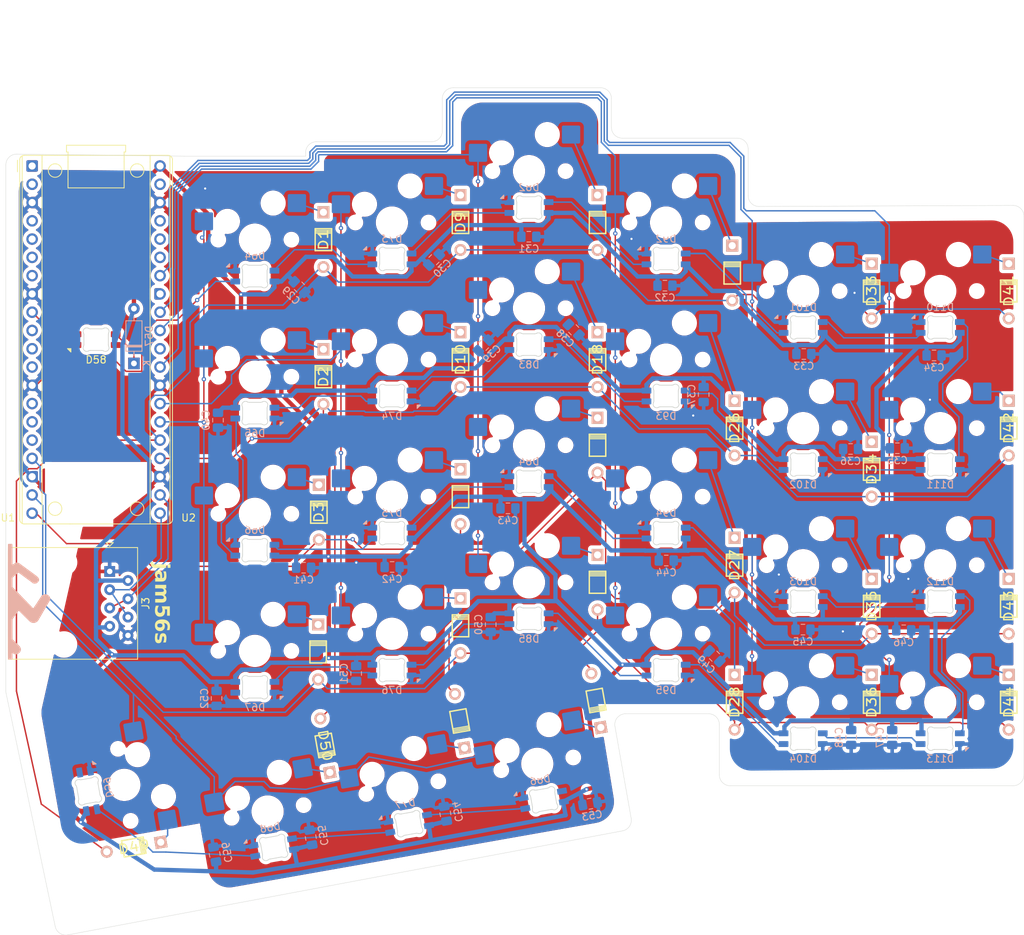
<source format=kicad_pcb>
(kicad_pcb (version 20241229) (generator "pcbnew") (generator_version "9.0")
  (layers (0 "F.Cu" signal) (2 "B.Cu" signal) (13 "F.Paste" user) (15 "B.Paste" user) (5 "F.SilkS" user "F.Silkscreen") (7 "B.SilkS" user "B.Silkscreen") (1 "F.Mask" user) (3 "B.Mask" user) (25 "Edge.Cuts" user))
  (net 0 "")
  (net 1 "GND")
  (net 2 "+5V")
  (net 3 "R_MATRIX ROW 1")
  (net 4 "R_MATRIX ROW 2")
  (net 5 "R_MATRIX COL 0")
  (net 6 "R_MATRIX COL 1")
  (net 7 "R_MATRIX COL 2")
  (net 8 "R_MATRIX COL 3")
  (net 9 "R_MATRIX COL 4")
  (net 10 "R_MATRIX COL 5")
  (net 11 "Net-(D58-DOUT)")
  (net 12 "R_MATRIX ROW 0")
  (net 13 "R_MATRIX COL 6")
  (net 14 "R_MATRIX ROW 3")
  (net 15 "Net-(D49-A)")
  (net 16 "Net-(D50-A)")
  (net 17 "Net-(D51-A)")
  (net 18 "Net-(D52-A)")
  (net 19 "Net-(D57-K)")
  (net 20 "Net-(D64-DOUT)")
  (net 21 "Net-(D65-DOUT)")
  (net 22 "Net-(D65-DIN)")
  (net 23 "Net-(D67-DIN)")
  (net 24 "Net-(D66-DOUT)")
  (net 25 "Net-(D68-DOUT)")
  (net 26 "Net-(D73-DOUT)")
  (net 27 "Net-(D74-DIN)")
  (net 28 "Net-(D75-DOUT)")
  (net 29 "Net-(D77-DOUT)")
  (net 30 "Net-(D59-DOUT)")
  (net 31 "Net-(D28-A)")
  (net 32 "Net-(D33-A)")
  (net 33 "Net-(D34-A)")
  (net 34 "Net-(D35-A)")
  (net 35 "Net-(D36-A)")
  (net 36 "Net-(D41-A)")
  (net 37 "Net-(D42-A)")
  (net 38 "Net-(D43-A)")
  (net 39 "Net-(D44-A)")
  (net 40 "LED_DATA_R")
  (net 41 "Net-(D85-DIN)")
  (net 42 "Net-(D82-DOUT)")
  (net 43 "Net-(D101-DIN)")
  (net 44 "Net-(D12-A)")
  (net 45 "Net-(D10-A)")
  (net 46 "Net-(D9-A)")
  (net 47 "Net-(D11-A)")
  (net 48 "Net-(D25-A)")
  (net 49 "Net-(D26-A)")
  (net 50 "Net-(D27-A)")
  (net 51 "Net-(D102-DOUT)")
  (net 52 "Net-(D104-DOUT)")
  (net 53 "Net-(D104-DIN)")
  (net 54 "Net-(D84-DOUT)")
  (net 55 "Net-(D83-DIN)")
  (net 56 "Net-(D103-DIN)")
  (net 57 "Net-(D102-DIN)")
  (net 58 "Net-(D101-DOUT)")
  (net 59 "Net-(D103-DOUT)")
  (net 60 "Net-(D76-DIN)")
  (net 61 "Net-(D110-DOUT)")
  (net 62 "Net-(D112-DOUT)")
  (net 63 "Net-(D20-A)")
  (net 64 "Net-(D19-A)")
  (net 65 "Net-(D18-A)")
  (net 66 "Net-(D17-A)")
  (net 67 "Net-(D4-A)")
  (net 68 "Net-(D3-A)")
  (net 69 "Net-(D2-A)")
  (net 70 "Net-(D1-A)")
  (net 71 "LinkB_R")
  (net 72 "LinkA_R")
  (net 73 "Net-(D59-DIN)")
  (net 90 "+3V3")
  (footprint "Keebio:Diode" (layer "F.Cu") (at 223.881249 129.181754 90)
    (property "Reference" "D44")
    (property "Value" "D" (hide yes))
  )
  (footprint "Keebio:Diode" (layer "F.Cu") (at 147.581249 131.781754 -80)
    (property "Reference" "D51" (hide yes))
    (property "Value" "D" (hide yes))
  )
  (footprint "Keebio:Diode" (layer "F.Cu") (at 166.73125 93.463004 90)
    (property "Reference" "D19" (hide yes))
    (property "Value" "D" (hide yes))
  )
  (footprint "Keebio:Diode" (layer "F.Cu") (at 147.681249 81.556753 90)
    (property "Reference" "D10")
    (property "Value" "D" (hide yes))
  )
  (footprint "PCM_marbastlib-various:LED_6028R" (layer "F.Cu") (at 97.04 78.781754)
    (property "Reference" "D58")
    (property "Value" "SK6812MINI")
    (fp_line (start -1.699999 -0.702843) (end -1.699999 0.702841) (stroke (width 0.1)) (layer "Edge.Cuts"))
    (fp_line (start -0.794452 1.499999) (end 0.794452 1.499999) (stroke (width 0.1)) (layer "Edge.Cuts"))
    (fp_line (start 0.794452 -1.5) (end -0.794453 -1.5) (stroke (width 0.1)) (layer "Edge.Cuts"))
    (fp_line (start 1.699999 0.702841) (end 1.699999 -0.702843) (stroke (width 0.1)) (layer "Edge.Cuts"))
    (fp_arc (start -1.749484 -0.919721) (mid -1.712527 -0.814069) (end -1.699999 -0.702844) (stroke (width 0.1)) (layer "Edge.Cuts"))
    (fp_arc (start -1.749484 -0.919721) (mid -1.638071 -1.504036) (end -1.046711 -1.568298) (stroke (width 0.1)) (layer "Edge.Cuts"))
    (fp_arc (start -1.699999 0.702841) (mid -1.712527 0.814067) (end -1.749484 0.91972) (stroke (width 0.1)) (layer "Edge.Cuts"))
    (fp_arc (start -1.046711 1.568298) (mid -1.638072 1.504034) (end -1.749484 0.919718) (stroke (width 0.1)) (layer "Edge.Cuts"))
    (fp_arc (start -1.046711 1.568298) (mid -0.925123 1.517376) (end -0.794452 1.499999) (stroke (width 0.1)) (layer "Edge.Cuts"))
    (fp_arc (start -0.794453 -1.5) (mid -0.925123 -1.517377) (end -1.046711 -1.568298) (stroke (width 0.1)) (layer "Edge.Cuts"))
    (fp_arc (start 0.794452 1.499999) (mid 0.925122 1.517376) (end 1.04671 1.568298) (stroke (width 0.1)) (layer "Edge.Cuts"))
    (fp_arc (start 1.046711 -1.5683) (mid 0.925123 -1.517378) (end 0.794453 -1.500001) (stroke (width 0.1)) (layer "Edge.Cuts"))
    (fp_arc (start 1.046711 -1.5683) (mid 1.638072 -1.504036) (end 1.749484 -0.919721) (stroke (width 0.1)) (layer "Edge.Cuts"))
    (fp_arc (start 1.699999 -0.702843) (mid 1.712528 -0.814069) (end 1.749484 -0.919721) (stroke (width 0.1)) (layer "Edge.Cuts"))
    (fp_arc (start 1.749484 0.91972) (mid 1.63807 1.504033) (end 1.046711 1.568296) (stroke (width 0.1)) (layer "Edge.Cuts"))
    (fp_arc (start 1.749484 0.91972) (mid 1.71251 0.814071) (end 1.699999 0.702842) (stroke (width 0.1)) (layer "Edge.Cuts"))
  )
  (footprint "Keebio:Diode" (layer "F.Cu") (at 128.631249 64.888004 90)
    (property "Reference" "D1")
    (property "Value" "D" (hide yes))
  )
  (footprint "Keebio:Diode" (layer "F.Cu") (at 185.781249 91.081754 90)
    (property "Reference" "D26")
    (property "Value" "D" (hide yes))
  )
  (footprint "Keebio:Diode" (layer "F.Cu") (at 204.831249 129.181754 90)
    (property "Reference" "D36")
    (property "Value" "D" (hide yes))
  )
  (footprint "Keebio:Diode" (layer "F.Cu") (at 166.731249 62.506754 90)
    (property "Reference" "D17" (hide yes))
    (property "Value" "D" (hide yes))
  )
  (footprint "Keebio:Diode" (layer "F.Cu") (at 223.88125 72.031754 90)
    (property "Reference" "D41")
    (property "Value" "D" (hide yes))
  )
  (footprint "Keebio:Diode" (layer "F.Cu") (at 204.831249 115.846753 90)
    (property "Reference" "D35")
    (property "Value" "D" (hide yes))
  )
  (footprint "Keebio:Diode" (layer "F.Cu") (at 223.881249 115.846753 90)
    (property "Reference" "D43")
    (property "Value" "D" (hide yes))
  )
  (footprint "Keebio:Diode" (layer "F.Cu") (at 223.88125 91.081753 90)
    (property "Reference" "D42")
    (property "Value" "D" (hide yes))
  )
  (footprint "Keebio:Diode" (layer "F.Cu") (at 128.631249 83.938003 90)
    (property "Reference" "D2")
    (property "Value" "D" (hide yes))
  )
  (footprint "Connector_RJ:RJ45_Amphenol_54602-x08_Horizontal" (layer "F.Cu") (at 98.931249 110.999254 -90)
    (property "Reference" "J3")
    (property "Value" "RJ45")
  )
  (footprint "Keebio:Diode" (layer "F.Cu") (at 147.681249 100.606753 90)
    (property "Reference" "D11" (hide yes))
    (property "Value" "D" (hide yes))
  )
  (footprint "Keebio:Diode" (layer "F.Cu") (at 147.681249 62.506754 90)
    (property "Reference" "D9")
    (property "Value" "D" (hide yes))
  )
  (footprint "Keebio:Diode" (layer "F.Cu") (at 185.781249 110.131754 90)
    (property "Reference" "D27")
    (property "Value" "D" (hide yes))
  )
  (footprint "Module_RaspberryPi_Pico:RaspberryPi_Pico_Common_THT" (layer "F.Cu") (at 97.04 78.781754)
    (property "Reference" "U2")
    (property "Value" "Pico")
  )
  (footprint "Keebio:Diode" (layer "F.Cu") (at 185.781249 129.181754 90)
    (property "Reference" "D28")
    (property "Value" "D" (hide yes))
  )
  (footprint "Keebio:Diode" (layer "F.Cu") (at 185.449999 69.531754 90)
    (property "Reference" "D25" (hide yes))
    (property "Value" "D" (hide yes))
  )
  (footprint "Keebio:Diode" (layer "F.Cu") (at 102.275576 149.296907 10)
    (property "Reference" "D49")
    (property "Value" "D" (hide yes))
  )
  (footprint "Keebio:Diode" (layer "F.Cu") (at 204.831249 96.796754 90)
    (property "Reference" "D34")
    (property "Value" "D" (hide yes))
  )
  (footprint "Keebio:Diode" (layer "F.Cu") (at 128.866096 135.183187 -80)
    (property "Reference" "D50")
    (property "Value" "D" (hide yes))
  )
  (footprint "Keebio:Diode" (layer "F.Cu") (at 166.527696 128.935307 -80)
    (property "Reference" "D52" (hide yes))
    (property "Value" "D" (hide yes))
  )
  (footprint "Keebio:Diode" (layer "F.Cu") (at 147.681249 118.556754 90)
    (property "Reference" "D12" (hide yes))
    (property "Value" "D" (hide yes))
  )
  (footprint "Keebio:Diode" (layer "F.Cu") (at 127.899999 122.191753 90)
    (property "Reference" "D4" (hide yes))
    (property "Value" "D" (hide yes))
  )
  (footprint "Keebio:Diode" (layer "F.Cu") (at 166.731249 81.556753 90)
    (property "Reference" "D18")
    (property "Value" "D" (hide yes))
  )
  (footprint "Keebio:Diode" (layer "F.Cu") (at 166.73125 112.513004 90)
    (property "Reference" "D20" (hide yes))
    (property "Value" "D" (hide yes))
  )
  (footprint "Keebio:Diode" (layer "F.Cu") (at 127.999999 102.771754 90)
    (property "Reference" "D3")
    (property "Value" "D" (hide yes))
  )
  (footprint "Keebio:Diode" (layer "F.Cu") (at 204.83125 72.031754 90)
    (property "Reference" "D33")
    (property "Value" "D" (hide yes))
  )
  (footprint "MX_Hotswap:MX-Hotswap-1U" (layer "B.Cu") (at 214.35625 72.031754 180)
    (property "Reference" "S41")
    (property "Value" "SW_Push_45deg")
  )
  (footprint "Capacitor_SMD:C_0805_2012Metric_Pad1.18x1.45mm_HandSolder" (layer "B.Cu") (at 113.981249 89.981753 -90)
    (property "Reference" "C40")
    (property "Value" "C")
  )
  (footprint "Capacitor_SMD:C_0805_2012Metric_Pad1.18x1.45mm_HandSolder" (layer "B.Cu") (at 151.881249 118.381754 -90)
    (property "Reference" "C50")
    (property "Value" "C")
  )
  (footprint "Capacitor_SMD:C_0805_2012Metric_Pad1.18x1.45mm_HandSolder" (layer "B.Cu") (at 157.181249 64.481753)
    (property "Reference" "C31")
    (property "Value" "C")
  )
  (footprint "Capacitor_SMD:C_0805_2012Metric_Pad1.18x1.45mm_HandSolder" (layer "B.Cu") (at 176.281249 109.481754)
    (property "Reference" "C44")
    (property "Value" "C")
  )
  (footprint "MX_Hotswap:MX-Hotswap-1U" (layer "B.Cu") (at 157.206249 74.413004 180)
    (property "Reference" "S18")
    (property "Value" "SW_Push_45deg")
  )
  (footprint "PCM_marbastlib-various:LED_6028R" (layer "B.Cu") (at 176.25625 124.716753 180)
    (property "Reference" "D95")
    (property "Value" "SK6812MINI")
    (fp_line (start 1.699999 0.702843) (end 1.699999 -0.702841) (stroke (width 0.1)) (layer "Edge.Cuts"))
    (fp_line (start 0.794452 -1.499999) (end -0.794452 -1.499999) (stroke (width 0.1)) (layer "Edge.Cuts"))
    (fp_line (start -0.794453 1.5) (end 0.794452 1.5) (stroke (width 0.1)) (layer "Edge.Cuts"))
    (fp_line (start -1.699999 -0.702841) (end -1.699999 0.702843) (stroke (width 0.1)) (layer "Edge.Cuts"))
    (fp_arc (start 1.749484 0.919721) (mid 1.712534 0.814067) (end 1.699999 0.702843) (stroke (width 0.1)) (layer "Edge.Cuts"))
    (fp_arc (start 1.749484 0.919721) (mid 1.638072 1.504036) (end 1.046711 1.5683) (stroke (width 0.1)) (layer "Edge.Cuts"))
    (fp_arc (start 1.699999 -0.702842) (mid 1.712536 -0.814066) (end 1.749484 -0.91972) (stroke (width 0.1)) (layer "Edge.Cuts"))
    (fp_arc (start 1.046711 -1.568296) (mid 1.638069 -1.504034) (end 1.749484 -0.91972) (stroke (width 0.1)) (layer "Edge.Cuts"))
    (fp_arc (start 1.04671 -1.568298) (mid 0.925122 -1.517376) (end 0.794452 -1.499999) (stroke (width 0.1)) (layer "Edge.Cuts"))
    (fp_arc (start 0.794453 1.500001) (mid 0.925123 1.517378) (end 1.046711 1.5683) (stroke (width 0.1)) (layer "Edge.Cuts"))
    (fp_arc (start -0.794452 -1.499999) (mid -0.925123 -1.517376) (end -1.046711 -1.568298) (stroke (width 0.1)) (layer "Edge.Cuts"))
    (fp_arc (start -1.046711 1.568298) (mid -0.925123 1.517376) (end -0.794453 1.5) (stroke (width 0.1)) (layer "Edge.Cuts"))
    (fp_arc (start -1.046711 1.568298) (mid -1.638071 1.504035) (end -1.749484 0.919721) (stroke (width 0.1)) (layer "Edge.Cuts"))
    (fp_arc (start -1.699999 0.702844) (mid -1.712527 0.814069) (end -1.749484 0.919721) (stroke (width 0.1)) (layer "Edge.Cuts"))
    (fp_arc (start -1.749484 -0.919718) (mid -1.638072 -1.504034) (end -1.046711 -1.568298) (stroke (width 0.1)) (layer "Edge.Cuts"))
    (fp_arc (start -1.749484 -0.91972) (mid -1.712527 -0.814067) (end -1.699999 -0.702841) (stroke (width 0.1)) (layer "Edge.Cuts"))
  )
  (footprint "MX_Hotswap:MX-Hotswap-1U" (layer "B.Cu") (at 119.10625 102.988003 180)
    (property "Reference" "S3")
    (property "Value" "SW_Push_45deg")
  )
  (footprint "Capacitor_SMD:C_0805_2012Metric_Pad1.18x1.45mm_HandSolder" (layer "B.Cu") (at 213.499999 80.981753)
    (property "Reference" "C34")
    (property "Value" "C")
  )
  (footprint "MX_Hotswap:MX-Hotswap-1U" (layer "B.Cu") (at 195.306249 91.081754 180)
    (property "Reference" "S34")
    (property "Value" "SW_Push_45deg")
  )
  (footprint "MX_Hotswap:MX-Hotswap-1U" (layer "B.Cu") (at 157.206249 55.363004 180)
    (property "Reference" "S17")
    (property "Value" "SW_Push_45deg")
  )
  (footprint "Capacitor_SMD:C_0805_2012Metric_Pad1.18x1.45mm_HandSolder" (layer "B.Cu") (at 195.28125 119.081753)
    (property "Reference" "C45")
    (property "Value" "C")
  )
  (footprint "PCM_marbastlib-various:LED_6028R" (layer "B.Cu") (at 214.35625 134.241754 180)
    (property "Reference" "D113")
    (property "Value" "SK6812MINI")
    (fp_line (start 1.699999 0.702843) (end 1.699999 -0.702841) (stroke (width 0.1)) (layer "Edge.Cuts"))
    (fp_line (start 0.794452 -1.499999) (end -0.794452 -1.499999) (stroke (width 0.1)) (layer "Edge.Cuts"))
    (fp_line (start -0.794453 1.5) (end 0.794452 1.5) (stroke (width 0.1)) (layer "Edge.Cuts"))
    (fp_line (start -1.699999 -0.702841) (end -1.699999 0.702843) (stroke (width 0.1)) (layer "Edge.Cuts"))
    (fp_arc (start 1.749484 0.919721) (mid 1.712534 0.814067) (end 1.699999 0.702843) (stroke (width 0.1)) (layer "Edge.Cuts"))
    (fp_arc (start 1.749484 0.919721) (mid 1.638072 1.504036) (end 1.046711 1.5683) (stroke (width 0.1)) (layer "Edge.Cuts"))
    (fp_arc (start 1.699999 -0.702842) (mid 1.712536 -0.814066) (end 1.749484 -0.91972) (stroke (width 0.1)) (layer "Edge.Cuts"))
    (fp_arc (start 1.046711 -1.568296) (mid 1.638069 -1.504034) (end 1.749484 -0.91972) (stroke (width 0.1)) (layer "Edge.Cuts"))
    (fp_arc (start 1.04671 -1.568298) (mid 0.925122 -1.517376) (end 0.794452 -1.499999) (stroke (width 0.1)) (layer "Edge.Cuts"))
    (fp_arc (start 0.794453 1.500001) (mid 0.925123 1.517378) (end 1.046711 1.5683) (stroke (width 0.1)) (layer "Edge.Cuts"))
    (fp_arc (start -0.794452 -1.499999) (mid -0.925123 -1.517376) (end -1.046711 -1.568298) (stroke (width 0.1)) (layer "Edge.Cuts"))
    (fp_arc (start -1.046711 1.568298) (mid -0.925123 1.517376) (end -0.794453 1.5) (stroke (width 0.1)) (layer "Edge.Cuts"))
    (fp_arc (start -1.046711 1.568298) (mid -1.638071 1.504035) (end -1.749484 0.919721) (stroke (width 0.1)) (layer "Edge.Cuts"))
    (fp_arc (start -1.699999 0.702844) (mid -1.712527 0.814069) (end -1.749484 0.919721) (stroke (width 0.1)) (layer "Edge.Cuts"))
    (fp_arc (start -1.749484 -0.919718) (mid -1.638072 -1.504034) (end -1.046711 -1.568298) (stroke (width 0.1)) (layer "Edge.Cuts"))
    (fp_arc (start -1.749484 -0.91972) (mid -1.712527 -0.814067) (end -1.699999 -0.702841) (stroke (width 0.1)) (layer "Edge.Cuts"))
  )
  (footprint "MX_Hotswap:MX-Hotswap-1U" (layer "B.Cu") (at 139.596224 141.046052 -170)
    (property "Reference" "S51")
    (property "Value" "SW_Push_45deg")
  )
  (footprint "MX_Hotswap:MX-Hotswap-1U" (layer "B.Cu") (at 176.256249 62.506754 180)
    (property "Reference" "S25")
    (property "Value" "SW_Push_45deg")
  )
  (footprint "PCM_marbastlib-various:LED_6028R" (layer "B.Cu") (at 159.238911 142.740855 10)
    (property "Reference" "D86")
    (property "Value" "SK6812MINI")
    (fp_line (start -1.699999 -0.702841) (end -1.699999 0.702843) (stroke (width 0.1)) (layer "Edge.Cuts"))
    (fp_line (start -0.794453 1.5) (end 0.794452 1.5) (stroke (width 0.1)) (layer "Edge.Cuts"))
    (fp_line (start 0.794452 -1.499999) (end -0.794452 -1.5) (stroke (width 0.1)) (layer "Edge.Cuts"))
    (fp_line (start 1.699999 0.702844) (end 1.7 -0.702841) (stroke (width 0.1)) (layer "Edge.Cuts"))
    (fp_arc (start -1.749484 -0.919719) (mid -1.712527 -0.814068) (end -1.699999 -0.702841) (stroke (width 0.1)) (layer "Edge.Cuts"))
    (fp_arc (start -1.749484 -0.919718) (mid -1.638072 -1.504035) (end -1.046711 -1.568298) (stroke (width 0.1)) (layer "Edge.Cuts"))
    (fp_arc (start -1.7 0.702844) (mid -1.71253 0.814069) (end -1.749484 0.919721) (stroke (width 0.1)) (layer "Edge.Cuts"))
    (fp_arc (start -0.794452 -1.5) (mid -0.925124 -1.517372) (end -1.046711 -1.568298) (stroke (width 0.1)) (layer "Edge.Cuts"))
    (fp_arc (start -1.046711 1.568299) (mid -1.63807 1.504034) (end -1.749484 0.919721) (stroke (width 0.1)) (layer "Edge.Cuts"))
    (fp_arc (start -1.046711 1.568299) (mid -0.925123 1.517375) (end -0.794453 1.5) (stroke (width 0.1)) (layer "Edge.Cuts"))
    (fp_arc (start 1.04671 -1.568298) (mid 0.925122 -1.517376) (end 0.794452 -1.499999) (stroke (width 0.1)) (layer "Edge.Cuts"))
    (fp_arc (start 1.046711 -1.568298) (mid 1.63807 -1.504035) (end 1.749484 -0.91972) (stroke (width 0.1)) (layer "Edge.Cuts"))
    (fp_arc (start 0.794453 1.500001) (mid 0.925124 1.517377) (end 1.046711 1.568303) (stroke (width 0.1)) (layer "Edge.Cuts"))
    (fp_arc (start 1.699999 -0.702842) (mid 1.712536 -0.814066) (end 1.749484 -0.91972) (stroke (width 0.1)) (layer "Edge.Cuts"))
    (fp_arc (start 1.749484 0.919721) (mid 1.638072 1.504036) (end 1.046711 1.568303) (stroke (width 0.1)) (layer "Edge.Cuts"))
    (fp_arc (start 1.749484 0.919721) (mid 1.712533 0.814068) (end 1.699999 0.702844) (stroke (width 0.1)) (layer "Edge.Cuts"))
  )
  (footprint "Capacitor_SMD:C_0805_2012Metric_Pad1.18x1.45mm_HandSolder" (layer "B.Cu") (at 138.18125 110.381753)
    (property "Reference" "C42")
    (property "Value" "C")
  )
  (footprint "Capacitor_SMD:C_0805_2012Metric_Pad1.18x1.45mm_HandSolder" (layer "B.Cu") (at 163.414872 77.415377 -45)
    (property "Reference" "C38")
    (property "Value" "C")
  )
  (footprint "Capacitor_SMD:C_0805_2012Metric_Pad1.18x1.45mm_HandSolder" (layer "B.Cu") (at 182.981249 122.781754 -45)
    (property "Reference" "C49")
    (property "Value" "C")
  )
  (footprint "PCM_marbastlib-various:LED_6028R" (layer "B.Cu") (at 176.25625 67.566754)
    (property "Reference" "D92")
    (property "Value" "SK6812MINI")
    (fp_line (start -1.699999 -0.702841) (end -1.699999 0.702843) (stroke (width 0.1)) (layer "Edge.Cuts"))
    (fp_line (start -0.794453 1.5) (end 0.794452 1.5) (stroke (width 0.1)) (layer "Edge.Cuts"))
    (fp_line (start 0.794452 -1.499999) (end -0.794452 -1.499999) (stroke (width 0.1)) (layer "Edge.Cuts"))
    (fp_line (start 1.699999 0.702843) (end 1.699999 -0.702841) (stroke (width 0.1)) (layer "Edge.Cuts"))
    (fp_arc (start -1.749484 -0.91972) (mid -1.712527 -0.814067) (end -1.699999 -0.702841) (stroke (width 0.1)) (layer "Edge.Cuts"))
    (fp_arc (start -1.749484 -0.919718) (mid -1.638072 -1.504034) (end -1.046711 -1.568298) (stroke (width 0.1)) (layer "Edge.Cuts"))
    (fp_arc (start -1.699999 0.702844) (mid -1.712527 0.814069) (end -1.749484 0.919721) (stroke (width 0.1)) (layer "Edge.Cuts"))
    (fp_arc (start -1.046711 1.568298) (mid -1.638071 1.504035) (end -1.749484 0.919721) (stroke (width 0.1)) (layer "Edge.Cuts"))
    (fp_arc (start -1.046711 1.568298) (mid -0.925123 1.517376) (end -0.794453 1.5) (stroke (width 0.1)) (layer "Edge.Cuts"))
    (fp_arc (start -0.794452 -1.499999) (mid -0.925123 -1.517376) (end -1.046711 -1.568298) (stroke (width 0.1)) (layer "Edge.Cuts"))
    (fp_arc (start 0.794453 1.500001) (mid 0.925123 1.517378) (end 1.046711 1.5683) (stroke (width 0.1)) (layer "Edge.Cuts"))
    (fp_arc (start 1.04671 -1.568298) (mid 0.925122 -1.517376) (end 0.794452 -1.499999) (stroke (width 0.1)) (layer "Edge.Cuts"))
    (fp_arc (start 1.046711 -1.568296) (mid 1.638069 -1.504034) (end 1.749484 -0.91972) (stroke (width 0.1)) (layer "Edge.Cuts"))
    (fp_arc (start 1.699999 -0.702842) (mid 1.712536 -0.814066) (end 1.749484 -0.91972) (stroke (width 0.1)) (layer "Edge.Cuts"))
    (fp_arc (start 1.749484 0.919721) (mid 1.638072 1.504036) (end 1.046711 1.5683) (stroke (width 0.1)) (layer "Edge.Cuts"))
    (fp_arc (start 1.749484 0.919721) (mid 1.712534 0.814067) (end 1.699999 0.702843) (stroke (width 0.1)) (layer "Edge.Cuts"))
  )
  (footprint "Capacitor_SMD:C_0805_2012Metric_Pad1.18x1.45mm_HandSolder" (layer "B.Cu") (at 207.681249 134.081754 -90)
    (property "Reference" "C47")
    (property "Value" "C")
  )
  (footprint "Capacitor_SMD:C_0805_2012Metric_Pad1.18x1.45mm_HandSolder" (layer "B.Cu") (at 113.527696 150.335307 100)
    (property "Reference" "C56")
    (property "Value" "C")
  )
  (footprint "MX_Hotswap:MX-Hotswap-1U" (layer "B.Cu") (at 138.156249 62.506754 180)
    (property "Reference" "S9")
    (property "Value" "SW_Push_45deg")
  )
  (footprint "Capacitor_SMD:C_0805_2012Metric_Pad1.18x1.45mm_HandSolder" (layer "B.Cu") (at 154.28125 102.235307)
    (property "Reference" "C43")
    (property "Value" "C")
  )
  (footprint "MX_Hotswap:MX-Hotswap-1U" (layer "B.Cu") (at 176.25625 81.556754 180)
    (property "Reference" "S26")
    (property "Value" "SW_Push_45deg")
  )
  (footprint "Capacitor_SMD:C_0805_2012Metric_Pad1.18x1.45mm_HandSolder" (layer "B.Cu") (at 145.58125 144.681754 100)
    (property "Reference" "C54")
    (property "Value" "C")
  )
  (footprint "MX_Hotswap:MX-Hotswap-1U" (layer "B.Cu") (at 176.25625 119.656754 180)
    (property "Reference" "S28")
    (property "Value" "SW_Push_45deg")
  )
  (footprint "PCM_marbastlib-various:LED_6028R" (layer "B.Cu") (at 157.20625 98.523004)
    (property "Reference" "D84")
    (property "Value" "SK6812MINI")
    (fp_line (start -1.699999 -0.702841) (end -1.699999 0.702843) (stroke (width 0.1)) (layer "Edge.Cuts"))
    (fp_line (start -0.794453 1.5) (end 0.794452 1.5) (stroke (width 0.1)) (layer "Edge.Cuts"))
    (fp_line (start 0.794452 -1.499999) (end -0.794452 -1.499999) (stroke (width 0.1)) (layer "Edge.Cuts"))
    (fp_line (start 1.699999 0.702843) (end 1.699999 -0.702841) (stroke (width 0.1)) (layer "Edge.Cuts"))
    (fp_arc (start -1.749484 -0.91972) (mid -1.712527 -0.814067) (end -1.699999 -0.702841) (stroke (width 0.1)) (layer "Edge.Cuts"))
    (fp_arc (start -1.749484 -0.919718) (mid -1.638072 -1.504034) (end -1.046711 -1.568298) (stroke (width 0.1)) (layer "Edge.Cuts"))
    (fp_arc (start -1.699999 0.702844) (mid -1.712527 0.814069) (end -1.749484 0.919721) (stroke (width 0.1)) (layer "Edge.Cuts"))
    (fp_arc (start -1.046711 1.568298) (mid -1.638071 1.504035) (end -1.749484 0.919721) (stroke (width 0.1)) (layer "Edge.Cuts"))
    (fp_arc (start -1.046711 1.568298) (mid -0.925123 1.517376) (end -0.794453 1.5) (stroke (width 0.1)) (layer "Edge.Cuts"))
    (fp_arc (start -0.794452 -1.499999) (mid -0.925123 -1.517376) (end -1.046711 -1.568298) (stroke (width 0.1)) (layer "Edge.Cuts"))
    (fp_arc (start 0.794453 1.500001) (mid 0.925123 1.517378) (end 1.046711 1.5683) (stroke (width 0.1)) (layer "Edge.Cuts"))
    (fp_arc (start 1.04671 -1.568298) (mid 0.925122 -1.517376) (end 0.794452 -1.499999) (stroke (width 0.1)) (layer "Edge.Cuts"))
    (fp_arc (start 1.046711 -1.568296) (mid 1.638069 -1.504034) (end 1.749484 -0.91972) (stroke (width 0.1)) (layer "Edge.Cuts"))
    (fp_arc (start 1.699999 -0.702842) (mid 1.712536 -0.814066) (end 1.749484 -0.91972) (stroke (width 0.1)) (layer "Edge.Cuts"))
    (fp_arc (start 1.749484 0.919721) (mid 1.638072 1.504036) (end 1.046711 1.5683) (stroke (width 0.1)) (layer "Edge.Cuts"))
    (fp_arc (start 1.749484 0.919721) (mid 1.712534 0.814067) (end 1.699999 0.702843) (stroke (width 0.1)) (layer "Edge.Cuts"))
  )
  (footprint "PCM_marbastlib-various:LED_6028R" (layer "B.Cu") (at 176.25625 105.666753)
    (property "Reference" "D94")
    (property "Value" "SK6812MINI")
    (fp_line (start -1.699999 -0.702841) (end -1.699999 0.702843) (stroke (width 0.1)) (layer "Edge.Cuts"))
    (fp_line (start -0.794453 1.5) (end 0.794452 1.5) (stroke (width 0.1)) (layer "Edge.Cuts"))
    (fp_line (start 0.794452 -1.499999) (end -0.794452 -1.499999) (stroke (width 0.1)) (layer "Edge.Cuts"))
    (fp_line (start 1.699999 0.702843) (end 1.699999 -0.702841) (stroke (width 0.1)) (layer "Edge.Cuts"))
    (fp_arc (start -1.749484 -0.91972) (mid -1.712527 -0.814067) (end -1.699999 -0.702841) (stroke (width 0.1)) (layer "Edge.Cuts"))
    (fp_arc (start -1.749484 -0.919718) (mid -1.638072 -1.504034) (end -1.046711 -1.568298) (stroke (width 0.1)) (layer "Edge.Cuts"))
    (fp_arc (start -1.699999 0.702844) (mid -1.712527 0.814069) (end -1.749484 0.919721) (stroke (width 0.1)) (layer "Edge.Cuts"))
    (fp_arc (start -1.046711 1.568298) (mid -1.638071 1.504035) (end -1.749484 0.919721) (stroke (width 0.1)) (layer "Edge.Cuts"))
    (fp_arc (start -1.046711 1.568298) (mid -0.925123 1.517376) (end -0.794453 1.5) (stroke (width 0.1)) (layer "Edge.Cuts"))
    (fp_arc (start -0.794452 -1.499999) (mid -0.925123 -1.517376) (end -1.046711 -1.568298) (stroke (width 0.1)) (layer "Edge.Cuts"))
    (fp_arc (start 0.794453 1.500001) (mid 0.925123 1.517378) (end 1.046711 1.5683) (stroke (width 0.1)) (layer "Edge.Cuts"))
    (fp_arc (start 1.04671 -1.568298) (mid 0.925122 -1.517376) (end 0.794452 -1.499999) (stroke (width 0.1)) (layer "Edge.Cuts"))
    (fp_arc (start 1.046711 -1.568296) (mid 1.638069 -1.504034) (end 1.749484 -0.91972) (stroke (width 0.1)) (layer "Edge.Cuts"))
    (fp_arc (start 1.699999 -0.702842) (mid 1.712536 -0.814066) (end 1.749484 -0.91972) (stroke (width 0.1)) (layer "Edge.Cuts"))
    (fp_arc (start 1.749484 0.919721) (mid 1.638072 1.504036) (end 1.046711 1.5683) (stroke (width 0.1)) (layer "Edge.Cuts"))
    (fp_arc (start 1.749484 0.919721) (mid 1.712534 0.814067) (end 1.699999 0.702843) (stroke (width 0.1)) (layer "Edge.Cuts"))
  )
  (footprint "Capacitor_SMD:C_0805_2012Metric_Pad1.18x1.45mm_HandSolder" (layer "B.Cu") (at 133.181249 125.181754 -90)
    (property "Reference" "C51")
    (property "Value" "C")
  )
  (footprint "Capacitor_SMD:C_0805_2012Metric_Pad1.18x1.45mm_HandSolder" (layer "B.Cu") (at 113.78125 128.644253 -90)
    (property "Reference" "C52")
    (property "Value" "C")
  )
  (footprint "Capacitor_SMD:C_0805_2012Metric_Pad1.18x1.45mm_HandSolder" (layer "B.Cu") (at 165.681249 143.281753 10)
    (property "Reference" "C53")
    (property "Value" "C")
  )
  (footprint "PCM_marbastlib-various:LED_6028R" (layer "B.Cu") (at 157.206249 117.573004 180)
    (property "Reference" "D85")
    (property "Value" "SK6812MINI")
    (fp_line (start 1.699999 0.702843) (end 1.699999 -0.702841) (stroke (width 0.1)) (layer "Edge.Cuts"))
    (fp_line (start 0.794452 -1.499999) (end -0.794452 -1.499999) (stroke (width 0.1)) (layer "Edge.Cuts"))
    (fp_line (start -0.794453 1.5) (end 0.794452 1.5) (stroke (width 0.1)) (layer "Edge.Cuts"))
    (fp_line (start -1.699999 -0.702841) (end -1.699999 0.702843) (stroke (width 0.1)) (layer "Edge.Cuts"))
    (fp_arc (start 1.749484 0.919721) (mid 1.712534 0.814067) (end 1.699999 0.702843) (stroke (width 0.1)) (layer "Edge.Cuts"))
    (fp_arc (start 1.749484 0.919721) (mid 1.638072 1.504036) (end 1.046711 1.5683) (stroke (width 0.1)) (layer "Edge.Cuts"))
    (fp_arc (start 1.699999 -0.702842) (mid 1.712536 -0.814066) (end 1.749484 -0.91972) (stroke (width 0.1)) (layer "Edge.Cuts"))
    (fp_arc (start 1.046711 -1.568296) (mid 1.638069 -1.504034) (end 1.749484 -0.91972) (stroke (width 0.1)) (layer "Edge.Cuts"))
    (fp_arc (start 1.04671 -1.568298) (mid 0.925122 -1.517376) (end 0.794452 -1.499999) (stroke (width 0.1)) (layer "Edge.Cuts"))
    (fp_arc (start 0.794453 1.500001) (mid 0.925123 1.517378) (end 1.046711 1.5683) (stroke (width 0.1)) (layer "Edge.Cuts"))
    (fp_arc (start -0.794452 -1.499999) (mid -0.925123 -1.517376) (end -1.046711 -1.568298) (stroke (width 0.1)) (layer "Edge.Cuts"))
    (fp_arc (start -1.046711 1.568298) (mid -0.925123 1.517376) (end -0.794453 1.5) (stroke (width 0.1)) (layer "Edge.Cuts"))
    (fp_arc (start -1.046711 1.568298) (mid -1.638071 1.504035) (end -1.749484 0.919721) (stroke (width 0.1)) (layer "Edge.Cuts"))
    (fp_arc (start -1.699999 0.702844) (mid -1.712527 0.814069) (end -1.749484 0.919721) (stroke (width 0.1)) (layer "Edge.Cuts"))
    (fp_arc (start -1.749484 -0.919718) (mid -1.638072 -1.504034) (end -1.046711 -1.568298) (stroke (width 0.1)) (layer "Edge.Cuts"))
    (fp_arc (start -1.749484 -0.91972) (mid -1.712527 -0.814067) (end -1.699999 -0.702841) (stroke (width 0.1)) (layer "Edge.Cuts"))
  )
  (footprint "Capacitor_SMD:C_0805_2012Metric_Pad1.18x1.45mm_HandSolder" (layer "B.Cu") (at 144 67.681754 45)
    (property "Reference" "C30")
    (property "Value" "C")
  )
  (footprint "MX_Hotswap:MX-Hotswap-1U" (layer "B.Cu") (at 119.10625 83.938003 180)
    (property "Reference" "S2")
    (property "Value" "SW_Push_45deg")
  )
  (footprint "Capacitor_SMD:C_0805_2012Metric_Pad1.18x1.45mm_HandSolder" (layer "B.Cu") (at 176.099999 71.281754)
    (property "Reference" "C32")
    (property "Value" "C")
  )
  (footprint "PCM_marbastlib-various:LED_6028R" (layer "B.Cu") (at 195.306249 96.141754 180)
    (property "Reference" "D102")
    (property "Value" "SK6812MINI")
    (fp_line (start 1.699999 0.702843) (end 1.699999 -0.702841) (stroke (width 0.1)) (layer "Edge.Cuts"))
    (fp_line (start 0.794452 -1.499999) (end -0.794452 -1.499999) (stroke (width 0.1)) (layer "Edge.Cuts"))
    (fp_line (start -0.794453 1.5) (end 0.794452 1.5) (stroke (width 0.1)) (layer "Edge.Cuts"))
    (fp_line (start -1.699999 -0.702841) (end -1.699999 0.702843) (stroke (width 0.1)) (layer "Edge.Cuts"))
    (fp_arc (start 1.749484 0.919721) (mid 1.712534 0.814067) (end 1.699999 0.702843) (stroke (width 0.1)) (layer "Edge.Cuts"))
    (fp_arc (start 1.749484 0.919721) (mid 1.638072 1.504036) (end 1.046711 1.5683) (stroke (width 0.1)) (layer "Edge.Cuts"))
    (fp_arc (start 1.699999 -0.702842) (mid 1.712536 -0.814066) (end 1.749484 -0.91972) (stroke (width 0.1)) (layer "Edge.Cuts"))
    (fp_arc (start 1.046711 -1.568296) (mid 1.638069 -1.504034) (end 1.749484 -0.91972) (stroke (width 0.1)) (layer "Edge.Cuts"))
    (fp_arc (start 1.04671 -1.568298) (mid 0.925122 -1.517376) (end 0.794452 -1.499999) (stroke (width 0.1)) (layer "Edge.Cuts"))
    (fp_arc (start 0.794453 1.500001) (mid 0.925123 1.517378) (end 1.046711 1.5683) (stroke (width 0.1)) (layer "Edge.Cuts"))
    (fp_arc (start -0.794452 -1.499999) (mid -0.925123 -1.517376) (end -1.046711 -1.568298) (stroke (width 0.1)) (layer "Edge.Cuts"))
    (fp_arc (start -1.046711 1.568298) (mid -0.925123 1.517376) (end -0.794453 1.5) (stroke (width 0.1)) (layer "Edge.Cuts"))
    (fp_arc (start -1.046711 1.568298) (mid -1.638071 1.504035) (end -1.749484 0.919721) (stroke (width 0.1)) (layer "Edge.Cuts"))
    (fp_arc (start -1.699999 0.702844) (mid -1.712527 0.814069) (end -1.749484 0.919721) (stroke (width 0.1)) (layer "Edge.Cuts"))
    (fp_arc (start -1.749484 -0.919718) (mid -1.638072 -1.504034) (end -1.046711 -1.568298) (stroke (width 0.1)) (layer "Edge.Cuts"))
    (fp_arc (start -1.749484 -0.91972) (mid -1.712527 -0.814067) (end -1.699999 -0.702841) (stroke (width 0.1)) (layer "Edge.Cuts"))
  )
  (footprint "PCM_marbastlib-various:LED_6028R" (layer "B.Cu") (at 119.106249 88.998004 180)
    (property "Reference" "D65")
    (property "Value" "SK6812MINI")
    (fp_line (start 1.699999 0.702843) (end 1.699999 -0.702841) (stroke (width 0.1)) (layer "Edge.Cuts"))
    (fp_line (start 0.794452 -1.499999) (end -0.794452 -1.499999) (stroke (width 0.1)) (layer "Edge.Cuts"))
    (fp_line (start -0.794453 1.5) (end 0.794452 1.5) (stroke (width 0.1)) (layer "Edge.Cuts"))
    (fp_line (start -1.699999 -0.702841) (end -1.699999 0.702843) (stroke (width 0.1)) (layer "Edge.Cuts"))
    (fp_arc (start 1.749484 0.919721) (mid 1.712534 0.814067) (end 1.699999 0.702843) (stroke (width 0.1)) (layer "Edge.Cuts"))
    (fp_arc (start 1.749484 0.919721) (mid 1.638072 1.504036) (end 1.046711 1.5683) (stroke (width 0.1)) (layer "Edge.Cuts"))
    (fp_arc (start 1.699999 -0.702842) (mid 1.712536 -0.814066) (end 1.749484 -0.91972) (stroke (width 0.1)) (layer "Edge.Cuts"))
    (fp_arc (start 1.046711 -1.568296) (mid 1.638069 -1.504034) (end 1.749484 -0.91972) (stroke (width 0.1)) (layer "Edge.Cuts"))
    (fp_arc (start 1.04671 -1.568298) (mid 0.925122 -1.517376) (end 0.794452 -1.499999) (stroke (width 0.1)) (layer "Edge.Cuts"))
    (fp_arc (start 0.794453 1.500001) (mid 0.925123 1.517378) (end 1.046711 1.5683) (stroke (width 0.1)) (layer "Edge.Cuts"))
    (fp_arc (start -0.794452 -1.499999) (mid -0.925123 -1.517376) (end -1.046711 -1.568298) (stroke (width 0.1)) (layer "Edge.Cuts"))
    (fp_arc (start -1.046711 1.568298) (mid -0.925123 1.517376) (end -0.794453 1.5) (stroke (width 0.1)) (layer "Edge.Cuts"))
    (fp_arc (start -1.046711 1.568298) (mid -1.638071 1.504035) (end -1.749484 0.919721) (stroke (width 0.1)) (layer "Edge.Cuts"))
    (fp_arc (start -1.699999 0.702844) (mid -1.712527 0.814069) (end -1.749484 0.919721) (stroke (width 0.1)) (layer "Edge.Cuts"))
    (fp_arc (start -1.749484 -0.919718) (mid -1.638072 -1.504034) (end -1.046711 -1.568298) (stroke (width 0.1)) (layer "Edge.Cuts"))
    (fp_arc (start -1.749484 -0.91972) (mid -1.712527 -0.814067) (end -1.699999 -0.702841) (stroke (width 0.1)) (layer "Edge.Cuts"))
  )
  (footprint "PCM_marbastlib-various:LED_6028R" (layer "B.Cu") (at 214.356249 77.091754)
    (property "Reference" "D110")
    (property "Value" "SK6812MINI")
    (fp_line (start -1.699999 -0.702841) (end -1.699999 0.702843) (stroke (width 0.1)) (layer "Edge.Cuts"))
    (fp_line (start -0.794453 1.5) (end 0.794452 1.5) (stroke (width 0.1)) (layer "Edge.Cuts"))
    (fp_line (start 0.794452 -1.499999) (end -0.794452 -1.499999) (stroke (width 0.1)) (layer "Edge.Cuts"))
    (fp_line (start 1.699999 0.702843) (end 1.699999 -0.702841) (stroke (width 0.1)) (layer "Edge.Cuts"))
    (fp_arc (start -1.749484 -0.91972) (mid -1.712527 -0.814067) (end -1.699999 -0.702841) (stroke (width 0.1)) (layer "Edge.Cuts"))
    (fp_arc (start -1.749484 -0.919718) (mid -1.638072 -1.504034) (end -1.046711 -1.568298) (stroke (width 0.1)) (layer "Edge.Cuts"))
    (fp_arc (start -1.699999 0.702844) (mid -1.712527 0.814069) (end -1.749484 0.919721) (stroke (width 0.1)) (layer "Edge.Cuts"))
    (fp_arc (start -1.046711 1.568298) (mid -1.638071 1.504035) (end -1.749484 0.919721) (stroke (width 0.1)) (layer "Edge.Cuts"))
    (fp_arc (start -1.046711 1.568298) (mid -0.925123 1.517376) (end -0.794453 1.5) (stroke (width 0.1)) (layer "Edge.Cuts"))
    (fp_arc (start -0.794452 -1.499999) (mid -0.925123 -1.517376) (end -1.046711 -1.568298) (stroke (width 0.1)) (layer "Edge.Cuts"))
    (fp_arc (start 0.794453 1.500001) (mid 0.925123 1.517378) (end 1.046711 1.5683) (stroke (width 0.1)) (layer "Edge.Cuts"))
    (fp_arc (start 1.04671 -1.568298) (mid 0.925122 -1.517376) (end 0.794452 -1.499999) (stroke (width 0.1)) (layer "Edge.Cuts"))
    (fp_arc (start 1.046711 -1.568296) (mid 1.638069 -1.504034) (end 1.749484 -0.91972) (stroke (width 0.1)) (layer "Edge.Cuts"))
    (fp_arc (start 1.699999 -0.702842) (mid 1.712536 -0.814066) (end 1.749484 -0.91972) (stroke (width 0.1)) (layer "Edge.Cuts"))
    (fp_arc (start 1.749484 0.919721) (mid 1.638072 1.504036) (end 1.046711 1.5683) (stroke (width 0.1)) (layer "Edge.Cuts"))
    (fp_arc (start 1.749484 0.919721) (mid 1.712534 0.814067) (end 1.699999 0.702843) (stroke (width 0.1)) (layer "Edge.Cuts"))
  )
  (footprint "PCM_marbastlib-various:LED_6028R" (layer "B.Cu") (at 140.478324 146.048852 10)
    (property "Reference" "D77")
    (property "Value" "SK6812MINI")
    (fp_line (start -1.699999 -0.702841) (end -1.699999 0.702843) (stroke (width 0.1)) (layer "Edge.Cuts"))
    (fp_line (start -0.794453 1.5) (end 0.794452 1.5) (stroke (width 0.1)) (layer "Edge.Cuts"))
    (fp_line (start 0.794452 -1.499999) (end -0.794452 -1.5) (stroke (width 0.1)) (layer "Edge.Cuts"))
    (fp_line (start 1.699999 0.702844) (end 1.7 -0.702841) (stroke (width 0.1)) (layer "Edge.Cuts"))
    (fp_arc (start -1.749484 -0.919719) (mid -1.712527 -0.814068) (end -1.699999 -0.702841) (stroke (width 0.1)) (layer "Edge.Cuts"))
    (fp_arc (start -1.749484 -0.919718) (mid -1.638072 -1.504035) (end -1.046711 -1.568298) (stroke (width 0.1)) (layer "Edge.Cuts"))
    (fp_arc (start -1.7 0.702844) (mid -1.71253 0.814069) (end -1.749484 0.919721) (stroke (width 0.1)) (layer "Edge.Cuts"))
    (fp_arc (start -0.794452 -1.5) (mid -0.925124 -1.517372) (end -1.046711 -1.568298) (stroke (width 0.1)) (layer "Edge.Cuts"))
    (fp_arc (start -1.046711 1.568299) (mid -1.63807 1.504034) (end -1.749484 0.919721) (stroke (width 0.1)) (layer "Edge.Cuts"))
    (fp_arc (start -1.046711 1.568299) (mid -0.925123 1.517375) (end -0.794453 1.5) (stroke (width 0.1)) (layer "Edge.Cuts"))
    (fp_arc (start 1.04671 -1.568298) (mid 0.925122 -1.517376) (end 0.794452 -1.499999) (stroke (width 0.1)) (layer "Edge.Cuts"))
    (fp_arc (start 1.046711 -1.568298) (mid 1.63807 -1.504035) (end 1.749484 -0.91972) (stroke (width 0.1)) (layer "Edge.Cuts"))
    (fp_arc (start 0.794453 1.500001) (mid 0.925124 1.517377) (end 1.046711 1.568303) (stroke (width 0.1)) (layer "Edge.Cuts"))
    (fp_arc (start 1.699999 -0.702842) (mid 1.712536 -0.814066) (end 1.749484 -0.91972) (stroke (width 0.1)) (layer "Edge.Cuts"))
    (fp_arc (start 1.749484 0.919721) (mid 1.638072 1.504036) (end 1.046711 1.568303) (stroke (width 0.1)) (layer "Edge.Cuts"))
    (fp_arc (start 1.749484 0.919721) (mid 1.712533 0.814068) (end 1.699999 0.702844) (stroke (width 0.1)) (layer "Edge.Cuts"))
  )
  (footprint "PCM_marbastlib-various:LED_6028R" (layer "B.Cu") (at 138.156249 105.666754)
    (property "Reference" "D75")
    (property "Value" "SK6812MINI")
    (fp_line (start -1.699999 -0.702841) (end -1.699999 0.702843) (stroke (width 0.1)) (layer "Edge.Cuts"))
    (fp_line (start -0.794453 1.5) (end 0.794452 1.5) (stroke (width 0.1)) (layer "Edge.Cuts"))
    (fp_line (start 0.794452 -1.499999) (end -0.794452 -1.499999) (stroke (width 0.1)) (layer "Edge.Cuts"))
    (fp_line (start 1.699999 0.702843) (end 1.699999 -0.702841) (stroke (width 0.1)) (layer "Edge.Cuts"))
    (fp_arc (start -1.749484 -0.91972) (mid -1.712527 -0.814067) (end -1.699999 -0.702841) (stroke (width 0.1)) (layer "Edge.Cuts"))
    (fp_arc (start -1.749484 -0.919718) (mid -1.638072 -1.504034) (end -1.046711 -1.568298) (stroke (width 0.1)) (layer "Edge.Cuts"))
    (fp_arc (start -1.699999 0.702844) (mid -1.712527 0.814069) (end -1.749484 0.919721) (stroke (width 0.1)) (layer "Edge.Cuts"))
    (fp_arc (start -1.046711 1.568298) (mid -1.638071 1.504035) (end -1.749484 0.919721) (stroke (width 0.1)) (layer "Edge.Cuts"))
    (fp_arc (start -1.046711 1.568298) (mid -0.925123 1.517376) (end -0.794453 1.5) (stroke (width 0.1)) (layer "Edge.Cuts"))
    (fp_arc (start -0.794452 -1.499999) (mid -0.925123 -1.517376) (end -1.046711 -1.568298) (stroke (width 0.1)) (layer "Edge.Cuts"))
    (fp_arc (start 0.794453 1.500001) (mid 0.925123 1.517378) (end 1.046711 1.5683) (stroke (width 0.1)) (layer "Edge.Cuts"))
    (fp_arc (start 1.04671 -1.568298) (mid 0.925122 -1.517376) (end 0.794452 -1.499999) (stroke (width 0.1)) (layer "Edge.Cuts"))
    (fp_arc (start 1.046711 -1.568296) (mid 1.638069 -1.504034) (end 1.749484 -0.91972) (stroke (width 0.1)) (layer "Edge.Cuts"))
    (fp_arc (start 1.699999 -0.702842) (mid 1.712536 -0.814066) (end 1.749484 -0.91972) (stroke (width 0.1)) (layer "Edge.Cuts"))
    (fp_arc (start 1.749484 0.919721) (mid 1.638072 1.504036) (end 1.046711 1.5683) (stroke (width 0.1)) (layer "Edge.Cuts"))
    (fp_arc (start 1.749484 0.919721) (mid 1.712534 0.814067) (end 1.699999 0.702843) (stroke (width 0.1)) (layer "Edge.Cuts"))
  )
  (footprint "Capacitor_SMD:C_0805_2012Metric_Pad1.18x1.45mm_HandSolder" (layer "B.Cu") (at 201.9 93.981754)
    (property "Reference" "C36")
    (property "Value" "C")
  )
  (footprint "Capacitor_SMD:C_0805_2012Metric_Pad1.18x1.45mm_HandSolder" (layer "B.Cu") (at 126.881249 147.981754 100)
    (property "Reference" "C55")
    (property "Value" "C")
  )
  (footprint "MX_Hotswap:MX-Hotswap-1U" (layer "B.Cu") (at 195.306249 110.131754 180)
    (property "Reference" "S35")
    (property "Value" "SW_Push_45deg")
  )
  (footprint "PCM_marbastlib-various:LED_6028R" (layer "B.Cu") (at 195.306249 77.091754)
    (property "Reference" "D101")
    (property "Value" "SK6812MINI")
    (fp_line (start -1.699999 -0.702841) (end -1.699999 0.702843) (stroke (width 0.1)) (layer "Edge.Cuts"))
    (fp_line (start -0.794453 1.5) (end 0.794452 1.5) (stroke (width 0.1)) (layer "Edge.Cuts"))
    (fp_line (start 0.794452 -1.499999) (end -0.794452 -1.499999) (stroke (width 0.1)) (layer "Edge.Cuts"))
    (fp_line (start 1.699999 0.702843) (end 1.699999 -0.702841) (stroke (width 0.1)) (layer "Edge.Cuts"))
    (fp_arc (start -1.749484 -0.91972) (mid -1.712527 -0.814067) (end -1.699999 -0.702841) (stroke (width 0.1)) (layer "Edge.Cuts"))
    (fp_arc (start -1.749484 -0.919718) (mid -1.638072 -1.504034) (end -1.046711 -1.568298) (stroke (width 0.1)) (layer "Edge.Cuts"))
    (fp_arc (start -1.699999 0.702844) (mid -1.712527 0.814069) (end -1.749484 0.919721) (stroke (width 0.1)) (layer "Edge.Cuts"))
    (fp_arc (start -1.046711 1.568298) (mid -1.638071 1.504035) (end -1.749484 0.919721) (stroke (width 0.1)) (layer "Edge.Cuts"))
    (fp_arc (start -1.046711 1.568298) (mid -0.925123 1.517376) (end -0.794453 1.5) (stroke (width 0.1)) (layer "Edge.Cuts"))
    (fp_arc (start -0.794452 -1.499999) (mid -0.925123 -1.517376) (end -1.046711 -1.568298) (stroke (width 0.1)) (layer "Edge.Cuts"))
    (fp_arc (start 0.794453 1.500001) (mid 0.925123 1.517378) (end 1.046711 1.5683) (stroke (width 0.1)) (layer "Edge.Cuts"))
    (fp_arc (start 1.04671 -1.568298) (mid 0.925122 -1.517376) (end 0.794452 -1.499999) (stroke (width 0.1)) (layer "Edge.Cuts"))
    (fp_arc (start 1.046711 -1.568296) (mid 1.638069 -1.504034) (end 1.749484 -0.91972) (stroke (width 0.1)) (layer "Edge.Cuts"))
    (fp_arc (start 1.699999 -0.702842) (mid 1.712536 -0.814066) (end 1.749484 -0.91972) (stroke (width 0.1)) (layer "Edge.Cuts"))
    (fp_arc (start 1.749484 0.919721) (mid 1.638072 1.504036) (end 1.046711 1.5683) (stroke (width 0.1)) (layer "Edge.Cuts"))
    (fp_arc (start 1.749484 0.919721) (mid 1.712534 0.814067) (end 1.699999 0.702843) (stroke (width 0.1)) (layer "Edge.Cuts"))
  )
  (footprint "MX_Hotswap:MX-Hotswap-1U" (layer "B.Cu") (at 100.963382 140.662475 100)
    (property "Reference" "S49")
    (property "Value" "SW_Push_45deg")
  )
  (footprint "PCM_marbastlib-various:LED_6028R" (layer "B.Cu") (at 195.306249 115.191753)
    (property "Reference" "D103")
    (property "Value" "SK6812MINI")
    (fp_line (start -1.699999 -0.702841) (end -1.699999 0.702843) (stroke (width 0.1)) (layer "Edge.Cuts"))
    (fp_line (start -0.794453 1.5) (end 0.794452 1.5) (stroke (width 0.1)) (layer "Edge.Cuts"))
    (fp_line (start 0.794452 -1.499999) (end -0.794452 -1.499999) (stroke (width 0.1)) (layer "Edge.Cuts"))
    (fp_line (start 1.699999 0.702843) (end 1.699999 -0.702841) (stroke (width 0.1)) (layer "Edge.Cuts"))
    (fp_arc (start -1.749484 -0.91972) (mid -1.712527 -0.814067) (end -1.699999 -0.702841) (stroke (width 0.1)) (layer "Edge.Cuts"))
    (fp_arc (start -1.749484 -0.919718) (mid -1.638072 -1.504034) (end -1.046711 -1.568298) (stroke (width 0.1)) (layer "Edge.Cuts"))
    (fp_arc (start -1.699999 0.702844) (mid -1.712527 0.814069) (end -1.749484 0.919721) (stroke (width 0.1)) (layer "Edge.Cuts"))
    (fp_arc (start -1.046711 1.568298) (mid -1.638071 1.504035) (end -1.749484 0.919721) (stroke (width 0.1)) (layer "Edge.Cuts"))
    (fp_arc (start -1.046711 1.568298) (mid -0.925123 1.517376) (end -0.794453 1.5) (stroke (width 0.1)) (layer "Edge.Cuts"))
    (fp_arc (start -0.794452 -1.499999) (mid -0.925123 -1.517376) (end -1.046711 -1.568298) (stroke (width 0.1)) (layer "Edge.Cuts"))
    (fp_arc (start 0.794453 1.500001) (mid 0.925123 1.517378) (end 1.046711 1.5683) (stroke (width 0.1)) (layer "Edge.Cuts"))
    (fp_arc (start 1.04671 -1.568298) (mid 0.925122 -1.517376) (end 0.794452 -1.499999) (stroke (width 0.1)) (layer "Edge.Cuts"))
    (fp_arc (start 1.046711 -1.568296) (mid 1.638069 -1.504034) (end 1.749484 -0.91972) (stroke (width 0.1)) (layer "Edge.Cuts"))
    (fp_arc (start 1.699999 -0.702842) (mid 1.712536 -0.814066) (end 1.749484 -0.91972) (stroke (width 0.1)) (layer "Edge.Cuts"))
    (fp_arc (start 1.749484 0.919721) (mid 1.638072 1.504036) (end 1.046711 1.5683) (stroke (width 0.1)) (layer "Edge.Cuts"))
    (fp_arc (start 1.749484 0.919721) (mid 1.712534 0.814067) (end 1.699999 0.702843) (stroke (width 0.1)) (layer "Edge.Cuts"))
  )
  (footprint "MX_Hotswap:MX-Hotswap-1U" (layer "B.Cu") (at 214.35625 91.081753 180)
    (property "Reference" "S42")
    (property "Value" "SW_Push_45deg")
  )
  (footprint "MX_Hotswap:MX-Hotswap-1U" (layer "B.Cu") (at 195.306249 129.181754 180)
    (property "Reference" "S36")
    (property "Value" "SW_Push_45deg")
  )
  (footprint "MX_Hotswap:MX-Hotswap-1U" (layer "B.Cu") (at 158.356811 137.738055 -170)
    (property "Reference" "S52")
    (property "Value" "SW_Push_45deg")
  )
  (footprint "Capacitor_SMD:C_0805_2012Metric_Pad1.18x1.45mm_HandSolder" (layer "B.Cu") (at 195.399999 80.781754)
    (property "Reference" "C33")
    (property "Value" "C")
  )
  (footprint "MX_Hotswap:MX-Hotswap-1U" (layer "B.Cu") (at 138.156249 81.556753 180)
    (property "Reference" "S10")
    (property "Value" "SW_Push_45deg")
  )
  (footprint "MX_Hotswap:MX-Hotswap-1U" (layer "B.Cu") (at 176.25625 100.606754 180)
    (property "Reference" "S27")
    (property "Value" "SW_Push_45deg")
  )
  (footprint "PCM_marbastlib-various:LED_6028R" (layer "B.Cu") (at 176.25625 86.616754 180)
    (property "Reference" "D93")
    (property "Value" "SK6812MINI")
    (fp_line (start 1.699999 0.702843) (end 1.699999 -0.702841) (stroke (width 0.1)) (layer "Edge.Cuts"))
    (fp_line (start 0.794452 -1.499999) (end -0.794452 -1.499999) (stroke (width 0.1)) (layer "Edge.Cuts"))
    (fp_line (start -0.794453 1.5) (end 0.794452 1.5) (stroke (width 0.1)) (layer "Edge.Cuts"))
    (fp_line (start -1.699999 -0.702841) (end -1.699999 0.702843) (stroke (width 0.1)) (layer "Edge.Cuts"))
    (fp_arc (start 1.749484 0.919721) (mid 1.712534 0.814067) (end 1.699999 0.702843) (stroke (width 0.1)) (layer "Edge.Cuts"))
    (fp_arc (start 1.749484 0.919721) (mid 1.638072 1.504036) (end 1.046711 1.5683) (stroke (width 0.1)) (layer "Edge.Cuts"))
    (fp_arc (start 1.699999 -0.702842) (mid 1.712536 -0.814066) (end 1.749484 -0.91972) (stroke (width 0.1)) (layer "Edge.Cuts"))
    (fp_arc (start 1.046711 -1.568296) (mid 1.638069 -1.504034) (end 1.749484 -0.91972) (stroke (width 0.1)) (layer "Edge.Cuts"))
    (fp_arc (start 1.04671 -1.568298) (mid 0.925122 -1.517376) (end 0.794452 -1.499999) (stroke (width 0.1)) (layer "Edge.Cuts"))
    (fp_arc (start 0.794453 1.500001) (mid 0.925123 1.517378) (end 1.046711 1.5683) (stroke (width 0.1)) (layer "Edge.Cuts"))
    (fp_arc (start -0.794452 -1.499999) (mid -0.925123 -1.517376) (end -1.046711 -1.568298) (stroke (width 0.1)) (layer "Edge.Cuts"))
    (fp_arc (start -1.046711 1.568298) (mid -0.925123 1.517376) (end -0.794453 1.5) (stroke (width 0.1)) (layer "Edge.Cuts"))
    (fp_arc (start -1.046711 1.568298) (mid -1.638071 1.504035) (end -1.749484 0.919721) (stroke (width 0.1)) (layer "Edge.Cuts"))
    (fp_arc (start -1.699999 0.702844) (mid -1.712527 0.814069) (end -1.749484 0.919721) (stroke (width 0.1)) (layer "Edge.Cuts"))
    (fp_arc (start -1.749484 -0.919718) (mid -1.638072 -1.504034) (end -1.046711 -1.568298) (stroke (width 0.1)) (layer "Edge.Cuts"))
    (fp_arc (start -1.749484 -0.91972) (mid -1.712527 -0.814067) (end -1.699999 -0.702841) (stroke (width 0.1)) (layer "Edge.Cuts"))
  )
  (footprint "MX_Hotswap:MX-Hotswap-1U" (layer "B.Cu") (at 138.156249 100.606753 180)
    (property "Reference" "S11")
    (property "Value" "SW_Push_45deg")
  )
  (footprint "PCM_marbastlib-various:LED_6028R" (layer "B.Cu") (at 214.356249 96.141754 180)
    (property "Reference" "D111")
    (property "Value" "SK6812MINI")
    (fp_line (start 1.699999 0.702843) (end 1.699999 -0.702841) (stroke (width 0.1)) (layer "Edge.Cuts"))
    (fp_line (start 0.794452 -1.499999) (end -0.794452 -1.499999) (stroke (width 0.1)) (layer "Edge.Cuts"))
    (fp_line (start -0.794453 1.5) (end 0.794452 1.5) (stroke (width 0.1)) (layer "Edge.Cuts"))
    (fp_line (start -1.699999 -0.702841) (end -1.699999 0.702843) (stroke (width 0.1)) (layer "Edge.Cuts"))
    (fp_arc (start 1.749484 0.919721) (mid 1.712534 0.814067) (end 1.699999 0.702843) (stroke (width 0.1)) (layer "Edge.Cuts"))
    (fp_arc (start 1.749484 0.919721) (mid 1.638072 1.504036) (end 1.046711 1.5683) (stroke (width 0.1)) (layer "Edge.Cuts"))
    (fp_arc (start 1.699999 -0.702842) (mid 1.712536 -0.814066) (end 1.749484 -0.91972) (stroke (width 0.1)) (layer "Edge.Cuts"))
    (fp_arc (start 1.046711 -1.568296) (mid 1.638069 -1.504034) (end 1.749484 -0.91972) (stroke (width 0.1)) (layer "Edge.Cuts"))
    (fp_arc (start 1.04671 -1.568298) (mid 0.925122 -1.517376) (end 0.794452 -1.499999) (stroke (width 0.1)) (layer "Edge.Cuts"))
    (fp_arc (start 0.794453 1.500001) (mid 0.925123 1.517378) (end 1.046711 1.5683) (stroke (width 0.1)) (layer "Edge.Cuts"))
    (fp_arc (start -0.794452 -1.499999) (mid -0.925123 -1.517376) (end -1.046711 -1.568298) (stroke (width 0.1)) (layer "Edge.Cuts"))
    (fp_arc (start -1.046711 1.568298) (mid -0.925123 1.517376) (end -0.794453 1.5) (stroke (width 0.1)) (layer "Edge.Cuts"))
    (fp_arc (start -1.046711 1.568298) (mid -1.638071 1.504035) (end -1.749484 0.919721) (stroke (width 0.1)) (layer "Edge.Cuts"))
    (fp_arc (start -1.699999 0.702844) (mid -1.712527 0.814069) (end -1.749484 0.919721) (stroke (width 0.1)) (layer "Edge.Cuts"))
    (fp_arc (start -1.749484 -0.919718) (mid -1.638072 -1.504034) (end -1.046711 -1.568298) (stroke (width 0.1)) (layer "Edge.Cuts"))
    (fp_arc (start -1.749484 -0.91972) (mid -1.712527 -0.814067) (end -1.699999 -0.702841) (stroke (width 0.1)) (layer "Edge.Cuts"))
  )
  (footprint "Capacitor_SMD:C_0805_2012Metric_Pad1.18x1.45mm_HandSolder" (layer "B.Cu") (at 125.299999 71.481754 -45)
    (property "Reference" "C29")
    (property "Value" "C")
  )
  (footprint "LOGO" (layer "B.Cu") (at 87.527696 115.035307 180)
    (property "Reference" "G***" (hide yes))
    (property "Value" "LOGO" (hide yes))
  )
  (footprint "Capacitor_SMD:C_0805_2012Metric_Pad1.18x1.45mm_HandSolder" (layer "B.Cu") (at 150.88125 79.581753 45)
    (property "Reference" "C39")
    (property "Value" "C")
  )
  (footprint "PCM_marbastlib-various:LED_6028R" (layer "B.Cu") (at 195.306249 134.241753 180)
    (property "Reference" "D104")
    (property "Value" "SK6812MINI")
    (fp_line (start 1.699999 0.702843) (end 1.699999 -0.702841) (stroke (width 0.1)) (layer "Edge.Cuts"))
    (fp_line (start 0.794452 -1.499999) (end -0.794452 -1.499999) (stroke (width 0.1)) (layer "Edge.Cuts"))
    (fp_line (start -0.794453 1.5) (end 0.794452 1.5) (stroke (width 0.1)) (layer "Edge.Cuts"))
    (fp_line (start -1.699999 -0.702841) (end -1.699999 0.702843) (stroke (width 0.1)) (layer "Edge.Cuts"))
    (fp_arc (start 1.749484 0.919721) (mid 1.712534 0.814067) (end 1.699999 0.702843) (stroke (width 0.1)) (layer "Edge.Cuts"))
    (fp_arc (start 1.749484 0.919721) (mid 1.638072 1.504036) (end 1.046711 1.5683) (stroke (width 0.1)) (layer "Edge.Cuts"))
    (fp_arc (start 1.699999 -0.702842) (mid 1.712536 -0.814066) (end 1.749484 -0.91972) (stroke (width 0.1)) (layer "Edge.Cuts"))
    (fp_arc (start 1.046711 -1.568296) (mid 1.638069 -1.504034) (end 1.749484 -0.91972) (stroke (width 0.1)) (layer "Edge.Cuts"))
    (fp_arc (start 1.04671 -1.568298) (mid 0.925122 -1.517376) (end 0.794452 -1.499999) (stroke (width 0.1)) (layer "Edge.Cuts"))
    (fp_arc (start 0.794453 1.500001) (mid 0.925123 1.517378) (end 1.046711 1.5683) (stroke (width 0.1)) (layer "Edge.Cuts"))
    (fp_arc (start -0.794452 -1.499999) (mid -0.925123 -1.517376) (end -1.046711 -1.568298) (stroke (width 0.1)) (layer "Edge.Cuts"))
    (fp_arc (start -1.046711 1.568298) (mid -0.925123 1.517376) (end -0.794453 1.5) (stroke (width 0.1)) (layer "Edge.Cuts"))
    (fp_arc (start -1.046711 1.568298) (mid -1.638071 1.504035) (end -1.749484 0.919721) (stroke (width 0.1)) (layer "Edge.Cuts"))
    (fp_arc (start -1.699999 0.702844) (mid -1.712527 0.814069) (end -1.749484 0.919721) (stroke (width 0.1)) (layer "Edge.Cuts"))
    (fp_arc (start -1.749484 -0.919718) (mid -1.638072 -1.504034) (end -1.046711 -1.568298) (stroke (width 0.1)) (layer "Edge.Cuts"))
    (fp_arc (start -1.749484 -0.91972) (mid -1.712527 -0.814067) (end -1.699999 -0.702841) (stroke (width 0.1)) (layer "Edge.Cuts"))
  )
  (footprint "Capacitor_SMD:C_0805_2012Metric_Pad1.18x1.45mm_HandSolder" (layer "B.Cu") (at 125.88125 110.481753)
    (property "Reference" "C41")
    (property "Value" "C")
  )
  (footprint "MX_Hotswap:MX-Hotswap-1U" (layer "B.Cu") (at 120.878427 144.363886 -170)
    (property "Reference" "S50")
    (property "Value" "SW_Push_45deg")
  )
  (footprint "MX_Hotswap:MX-Hotswap-1U" (layer "B.Cu") (at 214.356249 129.181754 180)
    (property "Reference" "S44")
    (property "Value" "SW_Push_45deg")
  )
  (footprint "PCM_marbastlib-various:LED_6028R" (layer "B.Cu") (at 95.963382 141.502475 -80)
    (property "Reference" "D59")
    (property "Value" "SK6812MINI")
    (fp_line (start -0.794453 1.5) (end 0.794452 1.5) (stroke (width 0.1)) (layer "Edge.Cuts"))
    (fp_line (start 1.699999 0.702844) (end 1.7 -0.702841) (stroke (width 0.1)) (layer "Edge.Cuts"))
    (fp_line (start -1.699999 -0.702841) (end -1.699999 0.702843) (stroke (width 0.1)) (layer "Edge.Cuts"))
    (fp_line (start 0.794452 -1.499999) (end -0.794452 -1.5) (stroke (width 0.1)) (layer "Edge.Cuts"))
    (fp_arc (start -1.046711 1.568299) (mid -0.925123 1.517375) (end -0.794453 1.5) (stroke (width 0.1)) (layer "Edge.Cuts"))
    (fp_arc (start -1.046711 1.568299) (mid -1.63807 1.504034) (end -1.749484 0.919721) (stroke (width 0.1)) (layer "Edge.Cuts"))
    (fp_arc (start 0.794453 1.500001) (mid 0.925124 1.517377) (end 1.046711 1.568303) (stroke (width 0.1)) (layer "Edge.Cuts"))
    (fp_arc (start -1.7 0.702844) (mid -1.71253 0.814069) (end -1.749484 0.919721) (stroke (width 0.1)) (layer "Edge.Cuts"))
    (fp_arc (start 1.749484 0.919721) (mid 1.638072 1.504036) (end 1.046711 1.568303) (stroke (width 0.1)) (layer "Edge.Cuts"))
    (fp_arc (start 1.749484 0.919721) (mid 1.712533 0.814068) (end 1.699999 0.702844) (stroke (width 0.1)) (layer "Edge.Cuts"))
    (fp_arc (start -1.749484 -0.919718) (mid -1.638072 -1.504035) (end -1.046711 -1.568298) (stroke (width 0.1)) (layer "Edge.Cuts"))
    (fp_arc (start -1.749484 -0.919719) (mid -1.712527 -0.814068) (end -1.699999 -0.702841) (stroke (width 0.1)) (layer "Edge.Cuts"))
    (fp_arc (start 1.699999 -0.702842) (mid 1.712536 -0.814066) (end 1.749484 -0.91972) (stroke (width 0.1)) (layer "Edge.Cuts"))
    (fp_arc (start -0.794452 -1.5) (mid -0.925124 -1.517372) (end -1.046711 -1.568298) (stroke (width 0.1)) (layer "Edge.Cuts"))
    (fp_arc (start 1.04671 -1.568298) (mid 0.925122 -1.517376) (end 0.794452 -1.499999) (stroke (width 0.1)) (layer "Edge.Cuts"))
    (fp_arc (start 1.046711 -1.568298) (mid 1.63807 -1.504035) (end 1.749484 -0.91972) (stroke (width 0.1)) (layer "Edge.Cuts"))
  )
  (footprint "MX_Hotswap:MX-Hotswap-1U" (layer "B.Cu") (at 138.15625 119.656754 180)
    (property "Reference" "S12")
    (property "Value" "SW_Push_45deg")
  )
  (footprint "PCM_marbastlib-various:LED_6028R" (layer "B.Cu") (at 214.356249 115.191753)
    (property "Reference" "D112")
    (property "Value" "SK6812MINI")
    (fp_line (start -1.699999 -0.702841) (end -1.699999 0.702843) (stroke (width 0.1)) (layer "Edge.Cuts"))
    (fp_line (start -0.794453 1.5) (end 0.794452 1.5) (stroke (width 0.1)) (layer "Edge.Cuts"))
    (fp_line (start 0.794452 -1.499999) (end -0.794452 -1.499999) (stroke (width 0.1)) (layer "Edge.Cuts"))
    (fp_line (start 1.699999 0.702843) (end 1.699999 -0.702841) (stroke (width 0.1)) (layer "Edge.Cuts"))
    (fp_arc (start -1.749484 -0.91972) (mid -1.712527 -0.814067) (end -1.699999 -0.702841) (stroke (width 0.1)) (layer "Edge.Cuts"))
    (fp_arc (start -1.749484 -0.919718) (mid -1.638072 -1.504034) (end -1.046711 -1.568298) (stroke (width 0.1)) (layer "Edge.Cuts"))
    (fp_arc (start -1.699999 0.702844) (mid -1.712527 0.814069) (end -1.749484 0.919721) (stroke (width 0.1)) (layer "Edge.Cuts"))
    (fp_arc (start -1.046711 1.568298) (mid -1.638071 1.504035) (end -1.749484 0.919721) (stroke (width 0.1)) (layer "Edge.Cuts"))
    (fp_arc (start -1.046711 1.568298) (mid -0.925123 1.517376) (end -0.794453 1.5) (stroke (width 0.1)) (layer "Edge.Cuts"))
    (fp_arc (start -0.794452 -1.499999) (mid -0.925123 -1.517376) (end -1.046711 -1.568298) (stroke (width 0.1)) (layer "Edge.Cuts"))
    (fp_arc (start 0.794453 1.500001) (mid 0.925123 1.517378) (end 1.046711 1.5683) (stroke (width 0.1)) (layer "Edge.Cuts"))
    (fp_arc (start 1.04671 -1.568298) (mid 0.925122 -1.517376) (end 0.794452 -1.499999) (stroke (width 0.1)) (layer "Edge.Cuts"))
    (fp_arc (start 1.046711 -1.568296) (mid 1.638069 -1.504034) (end 1.749484 -0.91972) (stroke (width 0.1)) (layer "Edge.Cuts"))
    (fp_arc (start 1.699999 -0.702842) (mid 1.712536 -0.814066) (end 1.749484 -0.91972) (stroke (width 0.1)) (layer "Edge.Cuts"))
    (fp_arc (start 1.749484 0.919721) (mid 1.638072 1.504036) (end 1.046711 1.5683) (stroke (width 0.1)) (layer "Edge.Cuts"))
    (fp_arc (start 1.749484 0.919721) (mid 1.712534 0.814067) (end 1.699999 0.702843) (stroke (width 0.1)) (layer "Edge.Cuts"))
  )
  (footprint "MX_Hotswap:MX-Hotswap-1U" (layer "B.Cu") (at 157.206249 93.463003 180)
    (property "Reference" "S19")
    (property "Value" "SW_Push_45deg")
  )
  (footprint "PCM_marbastlib-various:LED_6028R" (layer "B.Cu") (at 138.156249 86.616753 180)
    (property "Reference" "D74")
    (property "Value" "SK6812MINI")
    (fp_line (start 1.699999 0.702843) (end 1.699999 -0.702841) (stroke (width 0.1)) (layer "Edge.Cuts"))
    (fp_line (start 0.794452 -1.499999) (end -0.794452 -1.499999) (stroke (width 0.1)) (layer "Edge.Cuts"))
    (fp_line (start -0.794453 1.5) (end 0.794452 1.5) (stroke (width 0.1)) (layer "Edge.Cuts"))
    (fp_line (start -1.699999 -0.702841) (end -1.699999 0.702843) (stroke (width 0.1)) (layer "Edge.Cuts"))
    (fp_arc (start 1.749484 0.919721) (mid 1.712534 0.814067) (end 1.699999 0.702843) (stroke (width 0.1)) (layer "Edge.Cuts"))
    (fp_arc (start 1.749484 0.919721) (mid 1.638072 1.504036) (end 1.046711 1.5683) (stroke (width 0.1)) (layer "Edge.Cuts"))
    (fp_arc (start 1.699999 -0.702842) (mid 1.712536 -0.814066) (end 1.749484 -0.91972) (stroke (width 0.1)) (layer "Edge.Cuts"))
    (fp_arc (start 1.046711 -1.568296) (mid 1.638069 -1.504034) (end 1.749484 -0.91972) (stroke (width 0.1)) (layer "Edge.Cuts"))
    (fp_arc (start 1.04671 -1.568298) (mid 0.925122 -1.517376) (end 0.794452 -1.499999) (stroke (width 0.1)) (layer "Edge.Cuts"))
    (fp_arc (start 0.794453 1.500001) (mid 0.925123 1.517378) (end 1.046711 1.5683) (stroke (width 0.1)) (layer "Edge.Cuts"))
    (fp_arc (start -0.794452 -1.499999) (mid -0.925123 -1.517376) (end -1.046711 -1.568298) (stroke (width 0.1)) (layer "Edge.Cuts"))
    (fp_arc (start -1.046711 1.568298) (mid -0.925123 1.517376) (end -0.794453 1.5) (stroke (width 0.1)) (layer "Edge.Cuts"))
    (fp_arc (start -1.046711 1.568298) (mid -1.638071 1.504035) (end -1.749484 0.919721) (stroke (width 0.1)) (layer "Edge.Cuts"))
    (fp_arc (start -1.699999 0.702844) (mid -1.712527 0.814069) (end -1.749484 0.919721) (stroke (width 0.1)) (layer "Edge.Cuts"))
    (fp_arc (start -1.749484 -0.919718) (mid -1.638072 -1.504034) (end -1.046711 -1.568298) (stroke (width 0.1)) (layer "Edge.Cuts"))
    (fp_arc (start -1.749484 -0.91972) (mid -1.712527 -0.814067) (end -1.699999 -0.702841) (stroke (width 0.1)) (layer "Edge.Cuts"))
  )
  (footprint "Capacitor_SMD:C_0805_2012Metric_Pad1.18x1.45mm_HandSolder" (layer "B.Cu") (at 208.399999 93.881753)
    (property "Reference" "C35")
    (property "Value" "C")
  )
  (footprint "Capacitor_SMD:C_0805_2012Metric_Pad1.18x1.45mm_HandSolder" (layer "B.Cu") (at 201.98125 134.081753 -90)
    (property "Reference" "C48")
    (property "Value" "C")
  )
  (footprint "PCM_marbastlib-various:LED_6028R" (layer "B.Cu") (at 157.206249 60.423003)
    (property "Reference" "D82")
    (property "Value" "SK6812MINI")
    (fp_line (start -1.699999 -0.702841) (end -1.699999 0.702843) (stroke (width 0.1)) (layer "Edge.Cuts"))
    (fp_line (start -0.794453 1.5) (end 0.794452 1.5) (stroke (width 0.1)) (layer "Edge.Cuts"))
    (fp_line (start 0.794452 -1.499999) (end -0.794452 -1.499999) (stroke (width 0.1)) (layer "Edge.Cuts"))
    (fp_line (start 1.699999 0.702843) (end 1.699999 -0.702841) (stroke (width 0.1)) (layer "Edge.Cuts"))
    (fp_arc (start -1.749484 -0.91972) (mid -1.712527 -0.814067) (end -1.699999 -0.702841) (stroke (width 0.1)) (layer "Edge.Cuts"))
    (fp_arc (start -1.749484 -0.919718) (mid -1.638072 -1.504034) (end -1.046711 -1.568298) (stroke (width 0.1)) (layer "Edge.Cuts"))
    (fp_arc (start -1.699999 0.702844) (mid -1.712527 0.814069) (end -1.749484 0.919721) (stroke (width 0.1)) (layer "Edge.Cuts"))
    (fp_arc (start -1.046711 1.568298) (mid -1.638071 1.504035) (end -1.749484 0.919721) (stroke (width 0.1)) (layer "Edge.Cuts"))
    (fp_arc (start -1.046711 1.568298) (mid -0.925123 1.517376) (end -0.794453 1.5) (stroke (width 0.1)) (layer "Edge.Cuts"))
    (fp_arc (start -0.794452 -1.499999) (mid -0.925123 -1.517376) (end -1.046711 -1.568298) (stroke (width 0.1)) (layer "Edge.Cuts"))
    (fp_arc (start 0.794453 1.500001) (mid 0.925123 1.517378) (end 1.046711 1.5683) (stroke (width 0.1)) (layer "Edge.Cuts"))
    (fp_arc (start 1.04671 -1.568298) (mid 0.925122 -1.517376) (end 0.794452 -1.499999) (stroke (width 0.1)) (layer "Edge.Cuts"))
    (fp_arc (start 1.046711 -1.568296) (mid 1.638069 -1.504034) (end 1.749484 -0.91972) (stroke (width 0.1)) (layer "Edge.Cuts"))
    (fp_arc (start 1.699999 -0.702842) (mid 1.712536 -0.814066) (end 1.749484 -0.91972) (stroke (width 0.1)) (layer "Edge.Cuts"))
    (fp_arc (start 1.749484 0.919721) (mid 1.638072 1.504036) (end 1.046711 1.5683) (stroke (width 0.1)) (layer "Edge.Cuts"))
    (fp_arc (start 1.749484 0.919721) (mid 1.712534 0.814067) (end 1.699999 0.702843) (stroke (width 0.1)) (layer "Edge.Cuts"))
  )
  (footprint "PCM_marbastlib-various:LED_6028R" (layer "B.Cu") (at 138.156249 124.716754 180)
    (property "Reference" "D76")
    (property "Value" "SK6812MINI")
    (fp_line (start 1.699999 0.702843) (end 1.699999 -0.702841) (stroke (width 0.1)) (layer "Edge.Cuts"))
    (fp_line (start 0.794452 -1.499999) (end -0.794452 -1.499999) (stroke (width 0.1)) (layer "Edge.Cuts"))
    (fp_line (start -0.794453 1.5) (end 0.794452 1.5) (stroke (width 0.1)) (layer "Edge.Cuts"))
    (fp_line (start -1.699999 -0.702841) (end -1.699999 0.702843) (stroke (width 0.1)) (layer "Edge.Cuts"))
    (fp_arc (start 1.749484 0.919721) (mid 1.712534 0.814067) (end 1.699999 0.702843) (stroke (width 0.1)) (layer "Edge.Cuts"))
    (fp_arc (start 1.749484 0.919721) (mid 1.638072 1.504036) (end 1.046711 1.5683) (stroke (width 0.1)) (layer "Edge.Cuts"))
    (fp_arc (start 1.699999 -0.702842) (mid 1.712536 -0.814066) (end 1.749484 -0.91972) (stroke (width 0.1)) (layer "Edge.Cuts"))
    (fp_arc (start 1.046711 -1.568296) (mid 1.638069 -1.504034) (end 1.749484 -0.91972) (stroke (width 0.1)) (layer "Edge.Cuts"))
    (fp_arc (start 1.04671 -1.568298) (mid 0.925122 -1.517376) (end 0.794452 -1.499999) (stroke (width 0.1)) (layer "Edge.Cuts"))
    (fp_arc (start 0.794453 1.500001) (mid 0.925123 1.517378) (end 1.046711 1.5683) (stroke (width 0.1)) (layer "Edge.Cuts"))
    (fp_arc (start -0.794452 -1.499999) (mid -0.925123 -1.517376) (end -1.046711 -1.568298) (stroke (width 0.1)) (layer "Edge.Cuts"))
    (fp_arc (start -1.046711 1.568298) (mid -0.925123 1.517376) (end -0.794453 1.5) (stroke (width 0.1)) (layer "Edge.Cuts"))
    (fp_arc (start -1.046711 1.568298) (mid -1.638071 1.504035) (end -1.749484 0.919721) (stroke (width 0.1)) (layer "Edge.Cuts"))
    (fp_arc (start -1.699999 0.702844) (mid -1.712527 0.814069) (end -1.749484 0.919721) (stroke (width 0.1)) (layer "Edge.Cuts"))
    (fp_arc (start -1.749484 -0.919718) (mid -1.638072 -1.504034) (end -1.046711 -1.568298) (stroke (width 0.1)) (layer "Edge.Cuts"))
    (fp_arc (start -1.749484 -0.91972) (mid -1.712527 -0.814067) (end -1.699999 -0.702841) (stroke (width 0.1)) (layer "Edge.Cuts"))
  )
  (footprint "MX_Hotswap:MX-Hotswap-1U" (layer "B.Cu") (at 119.10625 64.888004 180)
    (property "Reference" "S1")
    (property "Value" "SW_Push_45deg")
  )
  (footprint "PCM_marbastlib-various:LED_6028R" (layer "B.Cu") (at 119.10625 127.098004 180)
    (property "Reference" "D67")
    (property "Value" "SK6812MINI")
    (fp_line (start 1.699999 0.702843) (end 1.699999 -0.702841) (stroke (width 0.1)) (layer "Edge.Cuts"))
    (fp_line (start 0.794452 -1.499999) (end -0.794452 -1.499999) (stroke (width 0.1)) (layer "Edge.Cuts"))
    (fp_line (start -0.794453 1.5) (end 0.794452 1.5) (stroke (width 0.1)) (layer "Edge.Cuts"))
    (fp_line (start -1.699999 -0.702841) (end -1.699999 0.702843) (stroke (width 0.1)) (layer "Edge.Cuts"))
    (fp_arc (start 1.749484 0.919721) (mid 1.712534 0.814067) (end 1.699999 0.702843) (stroke (width 0.1)) (layer "Edge.Cuts"))
    (fp_arc (start 1.749484 0.919721) (mid 1.638072 1.504036) (end 1.046711 1.5683) (stroke (width 0.1)) (layer "Edge.Cuts"))
    (fp_arc (start 1.699999 -0.702842) (mid 1.712536 -0.814066) (end 1.749484 -0.91972) (stroke (width 0.1)) (layer "Edge.Cuts"))
    (fp_arc (start 1.046711 -1.568296) (mid 1.638069 -1.504034) (end 1.749484 -0.91972) (stroke (width 0.1)) (layer "Edge.Cuts"))
    (fp_arc (start 1.04671 -1.568298) (mid 0.925122 -1.517376) (end 0.794452 -1.499999) (stroke (width 0.1)) (layer "Edge.Cuts"))
    (fp_arc (start 0.794453 1.500001) (mid 0.925123 1.517378) (end 1.046711 1.5683) (stroke (width 0.1)) (layer "Edge.Cuts"))
    (fp_arc (start -0.794452 -1.499999) (mid -0.925123 -1.517376) (end -1.046711 -1.568298) (stroke (width 0.1)) (layer "Edge.Cuts"))
    (fp_arc (start -1.046711 1.568298) (mid -0.925123 1.517376) (end -0.794453 1.5) (stroke (width 0.1)) (layer "Edge.Cuts"))
    (fp_arc (start -1.046711 1.568298) (mid -1.638071 1.504035) (end -1.749484 0.919721) (stroke (width 0.1)) (layer "Edge.Cuts"))
    (fp_arc (start -1.699999 0.702844) (mid -1.712527 0.814069) (end -1.749484 0.919721) (stroke (width 0.1)) (layer "Edge.Cuts"))
    (fp_arc (start -1.749484 -0.919718) (mid -1.638072 -1.504034) (end -1.046711 -1.568298) (stroke (width 0.1)) (layer "Edge.Cuts"))
    (fp_arc (start -1.749484 -0.91972) (mid -1.712527 -0.814067) (end -1.699999 -0.702841) (stroke (width 0.1)) (layer "Edge.Cuts"))
  )
  (footprint "PCM_marbastlib-various:LED_6028R" (layer "B.Cu") (at 119.10625 69.948003)
    (property "Reference" "D64")
    (property "Value" "SK6812MINI")
    (fp_line (start -1.699999 -0.702841) (end -1.699999 0.702843) (stroke (width 0.1)) (layer "Edge.Cuts"))
    (fp_line (start -0.794453 1.5) (end 0.794452 1.5) (stroke (width 0.1)) (layer "Edge.Cuts"))
    (fp_line (start 0.794452 -1.499999) (end -0.794452 -1.499999) (stroke (width 0.1)) (layer "Edge.Cuts"))
    (fp_line (start 1.699999 0.702843) (end 1.699999 -0.702841) (stroke (width 0.1)) (layer "Edge.Cuts"))
    (fp_arc (start -1.749484 -0.91972) (mid -1.712527 -0.814067) (end -1.699999 -0.702841) (stroke (width 0.1)) (layer "Edge.Cuts"))
    (fp_arc (start -1.749484 -0.919718) (mid -1.638072 -1.504034) (end -1.046711 -1.568298) (stroke (width 0.1)) (layer "Edge.Cuts"))
    (fp_arc (start -1.699999 0.702844) (mid -1.712527 0.814069) (end -1.749484 0.919721) (stroke (width 0.1)) (layer "Edge.Cuts"))
    (fp_arc (start -1.046711 1.568298) (mid -1.638071 1.504035) (end -1.749484 0.919721) (stroke (width 0.1)) (layer "Edge.Cuts"))
    (fp_arc (start -1.046711 1.568298) (mid -0.925123 1.517376) (end -0.794453 1.5) (stroke (width 0.1)) (layer "Edge.Cuts"))
    (fp_arc (start -0.794452 -1.499999) (mid -0.925123 -1.517376) (end -1.046711 -1.568298) (stroke (width 0.1)) (layer "Edge.Cuts"))
    (fp_arc (start 0.794453 1.500001) (mid 0.925123 1.517378) (end 1.046711 1.5683) (stroke (width 0.1)) (layer "Edge.Cuts"))
    (fp_arc (start 1.04671 -1.568298) (mid 0.925122 -1.517376) (end 0.794452 -1.499999) (stroke (width 0.1)) (layer "Edge.Cuts"))
    (fp_arc (start 1.046711 -1.568296) (mid 1.638069 -1.504034) (end 1.749484 -0.91972) (stroke (width 0.1)) (layer "Edge.Cuts"))
    (fp_arc (start 1.699999 -0.702842) (mid 1.712536 -0.814066) (end 1.749484 -0.91972) (stroke (width 0.1)) (layer "Edge.Cuts"))
    (fp_arc (start 1.749484 0.919721) (mid 1.638072 1.504036) (end 1.046711 1.5683) (stroke (width 0.1)) (layer "Edge.Cuts"))
    (fp_arc (start 1.749484 0.919721) (mid 1.712534 0.814067) (end 1.699999 0.702843) (stroke (width 0.1)) (layer "Edge.Cuts"))
  )
  (footprint "Capacitor_SMD:C_0805_2012Metric_Pad1.18x1.45mm_HandSolder" (layer "B.Cu") (at 209.28125 119.181754)
    (property "Reference" "C46")
    (property "Value" "C")
  )
  (footprint "MX_Hotswap:MX-Hotswap-1U" (layer "B.Cu") (at 195.30625 72.031754 180)
    (property "Reference" "S33")
    (property "Value" "SW_Push_45deg")
  )
  (footprint "MX_Hotswap:MX-Hotswap-1U" (layer "B.Cu") (at 119.106249 122.038004 180)
    (property "Reference" "S4")
    (property "Value" "SW_Push_45deg")
  )
  (footprint "MX_Hotswap:MX-Hotswap-1U" (layer "B.Cu") (at 214.356249 110.131754 180)
    (property "Reference" "S43")
    (property "Value" "SW_Push_45deg")
  )
  (footprint "MX_Hotswap:MX-Hotswap-1U" (layer "B.Cu") (at 157.20625 112.513004 180)
    (property "Reference" "S20")
    (property "Value" "SW_Push_45deg")
  )
  (footprint "Capacitor_SMD:C_0805_2012Metric_Pad1.18x1.45mm_HandSolder" (layer "B.Cu") (at 181.481249 86.419254 -90)
    (property "Reference" "C37")
    (property "Value" "C")
  )
  (footprint "PCM_marbastlib-various:LED_6028R" (layer "B.Cu") (at 121.717736 149.356851 10)
    (property "Reference" "D68")
    (property "Value" "SK6812MINI")
    (fp_line (start -1.699999 -0.702841) (end -1.699999 0.702843) (stroke (width 0.1)) (layer "Edge.Cuts"))
    (fp_line (start -0.794453 1.5) (end 0.794452 1.5) (stroke (width 0.1)) (layer "Edge.Cuts"))
    (fp_line (start 0.794452 -1.499999) (end -0.794452 -1.5) (stroke (width 0.1)) (layer "Edge.Cuts"))
    (fp_line (start 1.699999 0.702844) (end 1.7 -0.702841) (stroke (width 0.1)) (layer "Edge.Cuts"))
    (fp_arc (start -1.749484 -0.919719) (mid -1.712527 -0.814068) (end -1.699999 -0.702841) (stroke (width 0.1)) (layer "Edge.Cuts"))
    (fp_arc (start -1.749484 -0.919718) (mid -1.638072 -1.504035) (end -1.046711 -1.568298) (stroke (width 0.1)) (layer "Edge.Cuts"))
    (fp_arc (start -1.7 0.702844) (mid -1.71253 0.814069) (end -1.749484 0.919721) (stroke (width 0.1)) (layer "Edge.Cuts"))
    (fp_arc (start -0.794452 -1.5) (mid -0.925124 -1.517372) (end -1.046711 -1.568298) (stroke (width 0.1)) (layer "Edge.Cuts"))
    (fp_arc (start -1.046711 1.568299) (mid -1.63807 1.504034) (end -1.749484 0.919721) (stroke (width 0.1)) (layer "Edge.Cuts"))
    (fp_arc (start -1.046711 1.568299) (mid -0.925123 1.517375) (end -0.794453 1.5) (stroke (width 0.1)) (layer "Edge.Cuts"))
    (fp_arc (start 1.04671 -1.568298) (mid 0.925122 -1.517376) (end 0.794452 -1.499999) (stroke (width 0.1)) (layer "Edge.Cuts"))
    (fp_arc (start 1.046711 -1.568298) (mid 1.63807 -1.504035) (end 1.749484 -0.91972) (stroke (width 0.1)) (layer "Edge.Cuts"))
    (fp_arc (start 0.794453 1.500001) (mid 0.925124 1.517377) (end 1.046711 1.568303) (stroke (width 0.1)) (layer "Edge.Cuts"))
    (fp_arc (start 1.699999 -0.702842) (mid 1.712536 -0.814066) (end 1.749484 -0.91972) (stroke (width 0.1)) (layer "Edge.Cuts"))
    (fp_arc (start 1.749484 0.919721) (mid 1.638072 1.504036) (end 1.046711 1.568303) (stroke (width 0.1)) (layer "Edge.Cuts"))
    (fp_arc (start 1.749484 0.919721) (mid 1.712533 0.814068) (end 1.699999 0.702844) (stroke (width 0.1)) (layer "Edge.Cuts"))
  )
  (footprint "PCM_marbastlib-various:LED_6028R" (layer "B.Cu") (at 119.106249 108.048003)
    (property "Reference" "D66")
    (property "Value" "SK6812MINI")
    (fp_line (start -1.699999 -0.702841) (end -1.699999 0.702843) (stroke (width 0.1)) (layer "Edge.Cuts"))
    (fp_line (start -0.794453 1.5) (end 0.794452 1.5) (stroke (width 0.1)) (layer "Edge.Cuts"))
    (fp_line (start 0.794452 -1.499999) (end -0.794452 -1.499999) (stroke (width 0.1)) (layer "Edge.Cuts"))
    (fp_line (start 1.699999 0.702843) (end 1.699999 -0.702841) (stroke (width 0.1)) (layer "Edge.Cuts"))
    (fp_arc (start -1.749484 -0.91972) (mid -1.712527 -0.814067) (end -1.699999 -0.702841) (stroke (width 0.1)) (layer "Edge.Cuts"))
    (fp_arc (start -1.749484 -0.919718) (mid -1.638072 -1.504034) (end -1.046711 -1.568298) (stroke (width 0.1)) (layer "Edge.Cuts"))
    (fp_arc (start -1.699999 0.702844) (mid -1.712527 0.814069) (end -1.749484 0.919721) (stroke (width 0.1)) (layer "Edge.Cuts"))
    (fp_arc (start -1.046711 1.568298) (mid -1.638071 1.504035) (end -1.749484 0.919721) (stroke (width 0.1)) (layer "Edge.Cuts"))
    (fp_arc (start -1.046711 1.568298) (mid -0.925123 1.517376) (end -0.794453 1.5) (stroke (width 0.1)) (layer "Edge.Cuts"))
    (fp_arc (start -0.794452 -1.499999) (mid -0.925123 -1.517376) (end -1.046711 -1.568298) (stroke (width 0.1)) (layer "Edge.Cuts"))
    (fp_arc (start 0.794453 1.500001) (mid 0.925123 1.517378) (end 1.046711 1.5683) (stroke (width 0.1)) (layer "Edge.Cuts"))
    (fp_arc (start 1.04671 -1.568298) (mid 0.925122 -1.517376) (end 0.794452 -1.499999) (stroke (width 0.1)) (layer "Edge.Cuts"))
    (fp_arc (start 1.046711 -1.568296) (mid 1.638069 -1.504034) (end 1.749484 -0.91972) (stroke (width 0.1)) (layer "Edge.Cuts"))
    (fp_arc (start 1.699999 -0.702842) (mid 1.712536 -0.814066) (end 1.749484 -0.91972) (stroke (width 0.1)) (layer "Edge.Cuts"))
    (fp_arc (start 1.749484 0.919721) (mid 1.638072 1.504036) (end 1.046711 1.5683) (stroke (width 0.1)) (layer "Edge.Cuts"))
    (fp_arc (start 1.749484 0.919721) (mid 1.712534 0.814067) (end 1.699999 0.702843) (stroke (width 0.1)) (layer "Edge.Cuts"))
  )
  (footprint "PCM_marbastlib-various:LED_6028R" (layer "B.Cu") (at 157.20625 79.473004 180)
    (property "Reference" "D83")
    (property "Value" "SK6812MINI")
    (fp_line (start 1.699999 0.702843) (end 1.699999 -0.702841) (stroke (width 0.1)) (layer "Edge.Cuts"))
    (fp_line (start 0.794452 -1.499999) (end -0.794452 -1.499999) (stroke (width 0.1)) (layer "Edge.Cuts"))
    (fp_line (start -0.794453 1.5) (end 0.794452 1.5) (stroke (width 0.1)) (layer "Edge.Cuts"))
    (fp_line (start -1.699999 -0.702841) (end -1.699999 0.702843) (stroke (width 0.1)) (layer "Edge.Cuts"))
    (fp_arc (start 1.749484 0.919721) (mid 1.712534 0.814067) (end 1.699999 0.702843) (stroke (width 0.1)) (layer "Edge.Cuts"))
    (fp_arc (start 1.749484 0.919721) (mid 1.638072 1.504036) (end 1.046711 1.5683) (stroke (width 0.1)) (layer "Edge.Cuts"))
    (fp_arc (start 1.699999 -0.702842) (mid 1.712536 -0.814066) (end 1.749484 -0.91972) (stroke (width 0.1)) (layer "Edge.Cuts"))
    (fp_arc (start 1.046711 -1.568296) (mid 1.638069 -1.504034) (end 1.749484 -0.91972) (stroke (width 0.1)) (layer "Edge.Cuts"))
    (fp_arc (start 1.04671 -1.568298) (mid 0.925122 -1.517376) (end 0.794452 -1.499999) (stroke (width 0.1)) (layer "Edge.Cuts"))
    (fp_arc (start 0.794453 1.500001) (mid 0.925123 1.517378) (end 1.046711 1.5683) (stroke (width 0.1)) (layer "Edge.Cuts"))
    (fp_arc (start -0.794452 -1.499999) (mid -0.925123 -1.517376) (end -1.046711 -1.568298) (stroke (width 0.1)) (layer "Edge.Cuts"))
    (fp_arc (start -1.046711 1.568298) (mid -0.925123 1.517376) (end -0.794453 1.5) (stroke (width 0.1)) (layer "Edge.Cuts"))
    (fp_arc (start -1.046711 1.568298) (mid -1.638071 1.504035) (end -1.749484 0.919721) (stroke (width 0.1)) (layer "Edge.Cuts"))
    (fp_arc (start -1.699999 0.702844) (mid -1.712527 0.814069) (end -1.749484 0.919721) (stroke (width 0.1)) (layer "Edge.Cuts"))
    (fp_arc (start -1.749484 -0.919718) (mid -1.638072 -1.504034) (end -1.046711 -1.568298) (stroke (width 0.1)) (layer "Edge.Cuts"))
    (fp_arc (start -1.749484 -0.91972) (mid -1.712527 -0.814067) (end -1.699999 -0.702841) (stroke (width 0.1)) (layer "Edge.Cuts"))
  )
  (footprint "Diode_THT:D_DO-35_SOD27_P7.62mm_Horizontal" (layer "B.Cu") (at 102.299999 82.091754 90)
    (property "Reference" "D57")
    (property "Value" "1N4148")
  )
  (footprint "PCM_marbastlib-various:LED_6028R" (layer "B.Cu") (at 138.156249 67.566753)
    (property "Reference" "D73")
    (property "Value" "SK6812MINI")
    (fp_line (start -1.699999 -0.702841) (end -1.699999 0.702843) (stroke (width 0.1)) (layer "Edge.Cuts"))
    (fp_line (start -0.794453 1.5) (end 0.794452 1.5) (stroke (width 0.1)) (layer "Edge.Cuts"))
    (fp_line (start 0.794452 -1.499999) (end -0.794452 -1.499999) (stroke (width 0.1)) (layer "Edge.Cuts"))
    (fp_line (start 1.699999 0.702843) (end 1.699999 -0.702841) (stroke (width 0.1)) (layer "Edge.Cuts"))
    (fp_arc (start -1.749484 -0.91972) (mid -1.712527 -0.814067) (end -1.699999 -0.702841) (stroke (width 0.1)) (layer "Edge.Cuts"))
    (fp_arc (start -1.749484 -0.919718) (mid -1.638072 -1.504034) (end -1.046711 -1.568298) (stroke (width 0.1)) (layer "Edge.Cuts"))
    (fp_arc (start -1.699999 0.702844) (mid -1.712527 0.814069) (end -1.749484 0.919721) (stroke (width 0.1)) (layer "Edge.Cuts"))
    (fp_arc (start -1.046711 1.568298) (mid -1.638071 1.504035) (end -1.749484 0.919721) (stroke (width 0.1)) (layer "Edge.Cuts"))
    (fp_arc (start -1.046711 1.568298) (mid -0.925123 1.517376) (end -0.794453 1.5) (stroke (width 0.1)) (layer "Edge.Cuts"))
    (fp_arc (start -0.794452 -1.499999) (mid -0.925123 -1.517376) (end -1.046711 -1.568298) (stroke (width 0.1)) (layer "Edge.Cuts"))
    (fp_arc (start 0.794453 1.500001) (mid 0.925123 1.517378) (end 1.046711 1.5683) (stroke (width 0.1)) (layer "Edge.Cuts"))
    (fp_arc (start 1.04671 -1.568298) (mid 0.925122 -1.517376) (end 0.794452 -1.499999) (stroke (width 0.1)) (layer "Edge.Cuts"))
    (fp_arc (start 1.046711 -1.568296) (mid 1.638069 -1.504034) (end 1.749484 -0.91972) (stroke (width 0.1)) (layer "Edge.Cuts"))
    (fp_arc (start 1.699999 -0.702842) (mid 1.712536 -0.814066) (end 1.749484 -0.91972) (stroke (width 0.1)) (layer "Edge.Cuts"))
    (fp_arc (start 1.749484 0.919721) (mid 1.638072 1.504036) (end 1.046711 1.5683) (stroke (width 0.1)) (layer "Edge.Cuts"))
    (fp_arc (start 1.749484 0.919721) (mid 1.712534 0.814067) (end 1.699999 0.702843) (stroke (width 0.1)) (layer "Edge.Cuts"))
  )
  (gr_line (start 126.162499 53.281754) (end 109.321568 53.281754) (stroke (width 0.05)) (layer "Edge.Cuts"))
  (gr_arc (start 84.5 54.5) (mid 84.945744 53.432924) (end 86.018135 53.000108) (stroke (width 0.05)) (layer "Edge.Cuts"))
  (gr_line (start 84.5 54.5) (end 84.500001 127.6254) (stroke (width 0.05)) (layer "Edge.Cuts"))
  (gr_line (start 143.662499 51.281754) (end 127.6625 51.281754) (stroke (width 0.05)) (layer "Edge.Cuts"))
  (gr_line (start 93.104324 161.511412) (end 170.20427 147.055171) (stroke (width 0.05)) (layer "Edge.Cuts"))
  (gr_line (start 224.487635 60.131642) (end 189.168613 60.275615) (stroke (width 0.05)) (layer "Edge.Cuts"))
  (gr_arc (start 224.487635 60.131642) (mid 225.552268 60.568795) (end 225.993749 61.631631) (stroke (width 0.05)) (layer "Edge.Cuts"))
  (gr_line (start 171.405088 145.320614) (end 169.153856 132.542003) (stroke (width 0.05)) (layer "Edge.Cuts"))
  (gr_line (start 225.993749 139.281754) (end 225.993749 61.631631) (stroke (width 0.05)) (layer "Edge.Cuts"))
  (gr_line (start 109.303432 53.281644) (end 86.018135 53.000108) (stroke (width 0.05)) (layer "Edge.Cuts"))
  (gr_arc (start 170.162499 50.781753) (mid 169.101885 50.342382) (end 168.6625 49.281753) (stroke (width 0.05)) (layer "Edge.Cuts"))
  (gr_arc (start 171.405088 145.320614) (mid 171.16111 146.434639) (end 170.20427 147.055171) (stroke (width 0.05)) (layer "Edge.Cuts"))
  (gr_arc (start 84.532187 127.944539) (mid 84.507544 127.785868) (end 84.500001 127.625472) (stroke (width 0.05)) (layer "Edge.Cuts"))
  (gr_arc (start 185.162499 140.781753) (mid 184.101886 140.342382) (end 183.662499 139.281754) (stroke (width 0.05)) (layer "Edge.Cuts"))
  (gr_line (start 187.662499 58.775627) (end 187.662499 52.281753) (stroke (width 0.05)) (layer "Edge.Cuts"))
  (gr_line (start 183.662499 132.281754) (end 183.662499 139.281754) (stroke (width 0.05)) (layer "Edge.Cuts"))
  (gr_arc (start 182.162499 130.781754) (mid 183.223111 131.221127) (end 183.662499 132.281754) (stroke (width 0.05)) (layer "Edge.Cuts"))
  (gr_arc (start 167.1625 43.781754) (mid 168.223111 44.221127) (end 168.6625 45.281753) (stroke (width 0.05)) (layer "Edge.Cuts"))
  (gr_line (start 145.1625 45.281754) (end 145.1625 49.781753) (stroke (width 0.05)) (layer "Edge.Cuts"))
  (gr_arc (start 93.104324 161.511412) (mid 91.994671 161.284464) (end 91.360106 160.346309) (stroke (width 0.05)) (layer "Edge.Cuts"))
  (gr_line (start 170.631106 130.781754) (end 182.162499 130.781754) (stroke (width 0.05)) (layer "Edge.Cuts"))
  (gr_line (start 185.162499 140.781753) (end 224.49375 140.781753) (stroke (width 0.05)) (layer "Edge.Cuts"))
  (gr_arc (start 169.153856 132.542003) (mid 169.482092 131.317455) (end 170.631106 130.781754) (stroke (width 0.05)) (layer "Edge.Cuts"))
  (gr_line (start 126.1625 52.781754) (end 126.162499 53.281754) (stroke (width 0.05)) (layer "Edge.Cuts"))
  (gr_arc (start 145.1625 45.281754) (mid 145.601823 44.221065) (end 146.6625 43.781754) (stroke (width 0.05)) (layer "Edge.Cuts"))
  (gr_line (start 168.6625 49.281753) (end 168.6625 45.281753) (stroke (width 0.05)) (layer "Edge.Cuts"))
  (gr_line (start 167.1625 43.781754) (end 146.6625 43.781754) (stroke (width 0.05)) (layer "Edge.Cuts"))
  (gr_line (start 84.532215 127.934679) (end 91.360106 160.346309) (stroke (width 0.05)) (layer "Edge.Cuts"))
  (gr_arc (start 126.1625 52.781754) (mid 126.601823 51.721065) (end 127.6625 51.281754) (stroke (width 0.05)) (layer "Edge.Cuts"))
  (gr_arc (start 186.162499 50.781754) (mid 187.223111 51.221127) (end 187.662499 52.281753) (stroke (width 0.05)) (layer "Edge.Cuts"))
  (gr_arc (start 189.168613 60.275615) (mid 188.104023 59.83842) (end 187.662499 58.775627) (stroke (width 0.05)) (layer "Edge.Cuts"))
  (gr_line (start 186.162499 50.781754) (end 170.162499 50.781753) (stroke (width 0.05)) (layer "Edge.Cuts"))
  (gr_arc (start 225.993749 139.281754) (mid 225.55439 140.342367) (end 224.49375 140.781753) (stroke (width 0.05)) (layer "Edge.Cuts"))
  (gr_arc (start 109.321568 53.281754) (mid 109.3125 53.281727) (end 109.303432 53.281644) (stroke (width 0.05)) (layer "Edge.Cuts"))
  (gr_arc (start 145.1625 49.781753) (mid 144.723179 50.84245) (end 143.662499 51.281754) (stroke (width 0.05)) (layer "Edge.Cuts"))
  (gr_text "U1" (at 83.684999 103.546754 0) (layer "F.SilkS") (effects (font (size 1 1)) (justify left)))
  (gr_text "jam56s" (at 106.081249 109.781754 -90) (layer "F.SilkS") (effects (font (size 2 2) (thickness 0.3) (bold yes)) (justify left)))
  (segment (start 94.315 79.531754) (end 88.715 85.131754) (width 0.2) (layer "F.Cu") (net 1))
  (segment (start 88.715 85.131754) (end 88.149999 85.131753) (width 0.2) (layer "F.Cu") (net 1))
  (via (at 204.95 98.281754) (size 0.6) (drill 0.3) (layers "F.Cu" "B.Cu") (net 1))
  (via (at 133.199999 109.781754) (size 0.6) (drill 0.3) (layers "F.Cu" "B.Cu") (net 1))
  (via (at 200.827696 119.335307) (size 0.6) (drill 0.3) (layers "F.Cu" "B.Cu") (net 1))
  (via (at 180.027696 89.335307) (size 0.6) (drill 0.3) (layers "F.Cu" "B.Cu") (net 1))
  (via (at 191.927696 111.435307) (size 0.6) (drill 0.3) (layers "F.Cu" "B.Cu") (net 1))
  (via (at 171.449999 64.781753) (size 0.6) (drill 0.3) (layers "F.Cu" "B.Cu") (net 1))
  (via (at 212.927696 87.135307) (size 0.6) (drill 0.3) (layers "F.Cu" "B.Cu") (net 1))
  (via (at 209.927696 112.035307) (size 0.6) (drill 0.3) (layers "F.Cu" "B.Cu") (net 1))
  (via (at 112.199999 57.781754) (size 0.6) (drill 0.3) (layers "F.Cu" "B.Cu") (net 1))
  (via (at 202.449999 72.281753) (size 0.6) (drill 0.3) (layers "F.Cu" "B.Cu") (net 1))
  (segment (start 105.929999 54.651753) (end 102.299999 58.281753) (width 0.6) (layer "F.Cu") (net 2))
  (segment (start 92.757639 138.076078) (end 92.757639 128.864115) (width 0.6) (layer "F.Cu") (net 2))
  (segment (start 102.299999 58.281753) (end 102.299999 74.471754) (width 0.6) (layer "F.Cu") (net 2))
  (segment (start 94.927696 145.835307) (end 92.800447 143.708058) (width 0.6) (layer "F.Cu") (net 2))
  (segment (start 112.625349 61.347104) (end 112.625349 67.940437) (width 0.6) (layer "F.Cu") (net 2))
  (segment (start 97.960624 123.661128) (end 98.95 122.671754) (width 0.6) (layer "F.Cu") (net 2))
  (segment (start 122.78535 83.467104) (end 122.78535 86.367104) (width 0.6) (layer "F.Cu") (net 2))
  (segment (start 122.78535 86.367104) (end 122.990624 86.572379) (width 0.6) (layer "F.Cu") (net 2))
  (segment (start 99.104618 122.517134) (end 99.23587 122.517135) (width 0.6) (layer "F.Cu") (net 2))
  (segment (start 112.625349 67.940437) (end 117.183333 72.498421) (width 0.6) (layer "F.Cu") (net 2))
  (segment (start 129.381249 108.981754) (end 129.381249 123.031754) (width 0.6) (layer "F.Cu") (net 2))
  (segment (start 170.199999 123.966754) (end 165.199999 128.966754) (width 0.6) (layer "F.Cu") (net 2))
  (segment (start 92.800447 143.708058) (end 92.800447 141.174094) (width 0.6) (layer "F.Cu") (net 2))
  (segment (start 117.183333 77.865087) (end 122.78535 83.467104) (width 0.6) (layer "F.Cu") (net 2))
  (segment (start 97.960624 123.661128) (end 99.104618 122.517134) (width 0.6) (layer "F.Cu") (net 2))
  (segment (start 166.999999 140.881754) (end 165.199999 141.281754) (width 0.6) (layer "F.Cu") (net 2))
  (segment (start 92.800447 141.174094) (end 92.800448 138.386337) (width 0.6) (layer "F.Cu") (net 2))
  (segment (start 92.757639 128.864115) (end 97.960624 123.661128) (width 0.6) (layer "F.Cu") (net 2))
  (segment (start 129.325499 108.926004) (end 129.325499 92.907253) (width 0.6) (layer "F.Cu") (net 2))
  (segment (start 129.325499 92.907253) (end 122.990624 86.572379) (width 0.6) (layer "F.Cu") (net 2))
  (segment (start 117.183333 72.498421) (end 117.183333 77.865087) (width 0.6) (layer "F.Cu") (net 2))
  (segment (start 92.800448 138.386337) (end 92.757639 138.076078) (width 0.6) (layer "F.Cu") (net 2))
  (segment (start 105.929999 54.651753) (end 112.625349 61.347104) (width 0.6) (layer "F.Cu") (net 2))
  (segment (start 165.199999 128.966754) (end 166.999999 140.881754) (width 0.6) (layer "F.Cu") (net 2))
  (via (at 165.199999 141.281754) (size 0.6) (drill 0.3) (layers "F.Cu" "B.Cu") (net 2))
  (via (at 122.990624 86.572379) (size 0.6) (drill 0.3) (layers "F.Cu" "B.Cu") (net 2))
  (via (at 99.23587 122.517135) (size 0.6) (drill 0.3) (layers "F.Cu" "B.Cu") (net 2))
  (via (at 129.381249 123.031754) (size 0.6) (drill 0.3) (layers "F.Cu" "B.Cu") (net 2))
  (via (at 170.199999 123.966754) (size 0.6) (drill 0.3) (layers "F.Cu" "B.Cu") (net 2))
  (via (at 94.927696 145.835307) (size 0.6) (drill 0.3) (layers "F.Cu" "B.Cu") (net 2))
  (via (at 117.183333 72.498421) (size 0.6) (drill 0.3) (layers "F.Cu" "B.Cu") (net 2))
  (via (at 129.325499 108.926004) (size 0.6) (drill 0.3) (layers "F.Cu" "B.Cu") (net 2))
  (segment (start 113.78125 126.348003) (end 112.8475 126.348003) (width 0.6) (layer "B.Cu") (net 2))
  (segment (start 178.856249 106.416754) (end 178.856249 108.025504) (width 0.6) (layer "B.Cu") (net 2))
  (segment (start 208.243749 117.744253) (end 208.243749 119.181753) (width 0.6) (layer "B.Cu") (net 2))
  (segment (start 140.756249 107.361446) (end 140.756249 106.416753) (width 0.6) (layer "B.Cu") (net 2))
  (segment (start 141.480686 68.316754) (end 140.756249 68.316754) (width 0.6) (layer "B.Cu") (net 2))
  (segment (start 181.73954 108.025503) (end 191.005791 117.291754) (width 0.6) (layer "B.Cu") (net 2))
  (segment (start 120.850519 72.49842) (end 117.183333 72.498421) (width 0.6) (layer "B.Cu") (net 2))
  (segment (start 142.257843 67.539597) (end 142.390596 67.539597) (width 0.6) (layer "B.Cu") (net 2))
  (segment (start 124.203811 86.559191) (end 117.250388 86.559192) (width 0.6) (layer "B.Cu") (net 2))
  (segment (start 174.442851 122.235307) (end 179.993802 122.235307) (width 0.6) (layer "B.Cu") (net 2))
  (segment (start 200.78125 95.391754) (end 200.8625 95.310504) (width 0.6) (layer "B.Cu") (net 2))
  (segment (start 186.7755 72.792713) (end 186.775499 73.782348) (width 0.6) (layer "B.Cu") (net 2))
  (segment (start 212.462499 79.775503) (end 212.4625 80.981753) (width 0.6) (layer "B.Cu") (net 2))
  (segment (start 213.698013 117.711436) (end 213.727696 117.681753) (width 0.6) (layer "B.Cu") (net 2))
  (segment (start 159.055816 100.968214) (end 159.93125 100.09278) (width 0.6) (layer "B.Cu") (net 2))
  (segment (start 116.38125 88.248003) (end 114.677499 88.248004) (width 0.6) (layer "B.Cu") (net 2))
  (segment (start 140.881249 68.316753) (end 140.881249 69.281753) (width 0.6) (layer "B.Cu") (net 2))
  (segment (start 154.481249 115.227923) (end 154.48125 116.823003) (width 0.6) (layer "B.Cu") (net 2))
  (segment (start 143.58125 148.375921) (end 143.29216 146.314268) (width 0.6) (layer "B.Cu") (net 2))
  (segment (start 173.531249 123.966754) (end 173.53125 123.966753) (width 0.6) (layer "B.Cu") (net 2))
  (segment (start 194.218749 119.056753) (end 194.243749 119.056754) (width 0.6) (layer "B.Cu") (net 2))
  (segment (start 147.04 100.623004) (end 153.281249 100.623004) (width 0.6) (layer "B.Cu") (net 2))
  (segment (start 173.531249 85.046999) (end 173.53125 85.866754) (width 0.6) (layer "B.Cu") (net 2))
  (segment (start 124.531572 149.622266) (end 127.061409 149.003492) (width 0.6) (layer "B.Cu") (net 2))
  (segment (start 192.706248 132.546908) (end 193.527502 131.725654) (width 0.6) (layer "B.Cu") (net 2))
  (segment (start 114.677499 88.248004) (end 113.981249 88.944254) (width 0.6) (layer "B.Cu") (net 2))
  (segment (start 97.03125 107.990504) (end 104.439999 100.581754) (width 0.6) (layer "B.Cu") (net 2))
  (segment (start 135.431249 85.046907) (end 136.377503 84.100653) (width 0.6) (layer "B.Cu") (net 2))
  (segment (start 94.927696 145.835307) (end 95.697967 144.316312) (width 0.6) (layer "B.Cu") (net 2))
  (segment (start 156.581249 101.214661) (end 156.827696 100.968214) (width 0.6) (layer "B.Cu") (net 2))
  (segment (start 160.885349 111.471242) (end 156.581249 107.167142) (width 0.6) (layer "B.Cu") (net 2))
  (segment (start 198.031249 117.650503) (end 198.031249 115.941753) (width 0.6) (layer "B.Cu") (net 2))
  (segment (start 178.251061 70.011942) (end 178.98125 69.281754) (width 0.6) (layer "B.Cu") (net 2))
  (segment (start 146.92925 62.86819) (end 142.257843 67.539597) (width 0.6) (layer "B.Cu") (net 2))
  (segment (start 135.431249 85.866753) (end 124.896249 85.866753) (width 0.6) (layer "B.Cu") (net 2))
  (segment (start 161.323467 115.339535) (end 160.88535 114.901417) (width 0.6) (layer "B.Cu") (net 2))
  (segment (start 198.031249 77.841754) (end 198.031249 78.661508) (width 0.6) (layer "B.Cu") (net 2))
  (segment (start 197.999999 115.973003) (end 198.031249 115.941753) (width 0.2) (layer "B.Cu") (net 2))
  (segment (start 125.881249 151.679921) (end 118.827696 152.841179) (width 0.6) (layer "B.Cu") (net 2))
  (segment (start 136.210149 122.271603) (end 143.032649 122.271603) (width 0.6) (layer "B.Cu") (net 2))
  (segment (start 211.756248 133.081754) (end 211.756248 133.491753) (width 0.6) (layer "B.Cu") (net 2))
  (segment (start 178.98125 69.281754) (end 178.98125 68.316754) (width 0.6) (layer "B.Cu") (net 2))
  (segment (start 121.706249 70.698004) (end 122.783749 70.698003) (width 0.6) (layer "B.Cu") (net 2))
  (segment (start 199.777594 95.391754) (end 198.082444 93.696604) (width 0.6) (layer "B.Cu") (net 2))
  (segment (start 137.181249 108.926003) (end 138.945527 108.926004) (width 0.6) (layer "B.Cu") (net 2))
  (segment (start 143.946044 82.768431) (end 149.760821 82.768431) (width 0.6) (layer "B.Cu") (net 2))
  (segment (start 97.03125 118.781754) (end 98.76875 118.781754) (width 0.6) (layer "B.Cu") (net 2))
  (segment (start 125.881249 151.679921) (end 124.981249 151.847921) (width 0.6) (layer "B.Cu") (net 2))
  (segment (start 121.831249 70.698004) (end 121.831249 71.51769) (width 0.6) (layer "B.Cu") (net 2))
  (segment (start 212.481249 79.756753) (end 212.462499 79.775503) (width 0.6) (layer "B.Cu") (net 2))
  (segment (start 211.28125 79.756753) (end 205.496249 85.541753) (width 0.6) (layer "B.Cu") (net 2))
  (segment (start 181.381249 84.171566) (end 181.481249 84.271565) (width 0.6) (layer "B.Cu") (net 2))
  (segment (start 194.181249 117.681753) (end 194.181249 119.019253) (width 0.6) (layer "B.Cu") (net 2))
  (segment (start 138.945527 108.926004) (end 139.191691 108.926004) (width 0.6) (layer "B.Cu") (net 2))
  (segment (start 191.250248 133.491753) (end 192.581249 133.491753) (width 0.6) (layer "B.Cu") (net 2))
  (segment (start 212.581249 79.756754) (end 212.481249 79.756753) (width 0.6) (layer "B.Cu") (net 2))
  (segment (start 123.699999 69.881754) (end 124.566376 70.748131) (width 0.6) (layer "B.Cu") (net 2))
  (segment (start 140.881249 69.281753) (end 140.151099 70.011903) (width 0.6) (layer "B.Cu") (net 2))
  (segment (start 97.03125 118.781754) (end 97.031249 120.383225) (width 0.6) (layer "B.Cu") (net 2))
  (segment (start 121.959249 108.926004) (end 121.83125 108.798004) (width 0.6) (layer "B.Cu") (net 2))
  (segment (start 191.009999 117.291754) (end 191.399999 117.681753) (width 0.6) (layer "B.Cu") (net 2))
  (segment (start 205.496249 85.541753) (end 205.496249 91.000754) (width 0.6) (layer "B.Cu") (net 2))
  (segment (start 201.98125 131.666254) (end 211.640748 131.666254) (width 0.6) (layer "B.Cu") (net 2))
  (segment (start 161.456936 115.473004) (end 161.323467 115.339535) (width 0.6) (layer "B.Cu") (net 2))
  (segment (start 128.3 123.681753) (end 128.949999 123.031754) (width 0.6) (layer "B.Cu") (net 2))
  (segment (start 137.14375 108.963503) (end 137.14375 110.381754) (width 0.6) (layer "B.Cu") (net 2))
  (segment (start 156.281249 62.868189) (end 156.143749 63.00569) (width 0.6) (layer "B.Cu") (net 2))
  (segment (start 156.827696 100.968214) (end 159.055816 100.968214) (width 0.6) (layer "B.Cu") (net 2))
  (segment (start 104.439999 95.657489) (end 100.699999 91.917489) (width 0.6) (layer "B.Cu") (net 2))
  (segment (start 198.031249 77.841754) (end 199.946249 79.756754) (width 0.6) (layer "B.Cu") (net 2))
  (segment (start 192.581249 94.381753) (end 192.581249 95.391754) (width 0.6) (layer "B.Cu") (net 2))
  (segment (start 113.78125 126.348003) (end 113.78125 127.606754) (width 0.6) (layer "B.Cu") (net 2))
  (segment (start 99.165158 122.517134) (end 99.23587 122.517135) (width 0.6) (layer "B.Cu") (net 2))
  (segment (start 170.199999 123.966754) (end 169.950686 123.966753) (width 0.6) (layer "B.Cu") (net 2))
  (segment (start 117.256657 124.652923) (end 120.271296 124.652923) (width 0.6) (layer "B.Cu") (net 2))
  (segment (start 129.325499 108.926004) (end 125.081249 108.926004) (width 0.6) (layer "B.Cu") (net 2))
  (segment (start 121.242465 123.681754) (end 128.3 123.681753) (width 0.6) (layer "B.Cu") (net 2))
  (segment (start 197.155854 79.536904) (end 194.28125 79.536904) (width 0.6) (layer "B.Cu") (net 2))
  (segment (start 98.76875 118.781754) (end 98.931249 118.619254) (width 0.6) (layer "B.Cu") (net 2))
  (segment (start 155.335185 77.027818) (end 154.48125 77.881753) (width 0.6) (layer "B.Cu") (net 2))
  (segment (start 153.551459 100.968214) (end 156.827696 100.968214) (width 0.6) (layer "B.Cu") (net 2))
  (segment (start 160.88535 114.901417) (end 160.885349 111.471242) (width 0.6) (layer "B.Cu") (net 2))
  (segment (start 194.28125 79.536904) (end 194.362499 79.618153) (width 0.6) (layer "B.Cu") (net 2))
  (segment (start 201.98125 131.666254) (end 201.98125 133.044254) (width 0.6) (layer "B.Cu") (net 2))
  (segment (start 179.427696 108.025504) (end 179.341278 108.111922) (width 0.6) (layer "B.Cu") (net 2))
  (segment (start 170.199999 123.966754) (end 173.531249 123.966754) (width 0.6) (layer "B.Cu") (net 2))
  (segment (start 164.340293 141.740798) (end 165.199999 141.281754) (width 0.6) (layer "B.Cu") (net 2))
  (segment (start 154.48125 77.881753) (end 154.48125 78.723004) (width 0.6) (layer "B.Cu") (net 2))
  (segment (start 116.38125 87.428331) (end 116.38125 88.248003) (width 0.6) (layer "B.Cu") (net 2))
  (segment (start 153.806249 78.723003) (end 151.214374 81.314878) (width 0.6) (layer "B.Cu") (net 2))
  (segment (start 154.58125 115.127922) (end 150.17633 115.127923) (width 0.6) (layer "B.Cu") (net 2))
  (segment (start 191.399999 117.681753) (end 194.181249 117.681753) (width 0.6) (layer "B.Cu") (net 2))
  (segment (start 98.08125 112.281754) (end 98.093749 112.269254) (width 0.6) (layer "B.Cu") (net 2))
  (segment (start 161.456936 115.473004) (end 169.950686 123.966753) (width 0.6) (layer "B.Cu") (net 2))
  (segment (start 192.530055 79.536904) (end 194.28125 79.536904) (width 0.6) (layer "B.Cu") (net 2))
  (segment (start 139.191691 108.926004) (end 140.756249 107.361446) (width 0.6) (layer "B.Cu") (net 2))
  (segment (start 156.581249 107.167142) (end 156.581249 101.214661) (width 0.6) (layer "B.Cu") (net 2))
  (segment (start 117.250388 86.559192) (end 116.38125 87.428331) (width 0.6) (layer "B.Cu") (net 2))
  (segment (start 174.406682 84.171565) (end 173.531249 85.046999) (width 0.6) (layer "B.Cu") (net 2))
  (segment (start 216.160943 117.681753) (end 216.95625 116.886446) (width 0.6) (layer "B.Cu") (net 2))
  (segment (start 217.08125 78.831753) (end 217.081249 77.841754) (width 0.6) (layer "B.Cu") (net 2))
  (segment (start 193.266399 93.696604) (end 192.581249 94.381753) (width 0.6) (layer "B.Cu") (net 2))
  (segment (start 185.99904 72.016254) (end 186.7755 72.792713) (width 0.6) (layer "B.Cu") (net 2))
  (segment (start 154.58125 115.127922) (end 154.481249 115.227923) (width 0.6) (layer "B.Cu") (net 2))
  (segment (start 124.981249 151.847921) (end 124.531572 149.622266) (width 0.6) (layer "B.Cu") (net 2))
  (segment (start 211.640748 131.666254) (end 211.700148 131.725654) (width 0.6) (layer "B.Cu") (net 2))
  (segment (start 152.402499 116.823004) (end 151.88125 117.344254) (width 0.6) (layer "B.Cu") (net 2))
  (segment (start 94.927696 145.835307) (end 105.127696 152.435307) (width 0.6) (layer "B.Cu") (net 2))
  (segment (start 211.756248 131.781754) (end 211.640748 131.666254) (width 0.6) (layer "B.Cu") (net 2))
  (segment (start 200.8625 95.310504) (end 200.8625 93.981754) (width 0.6) (layer "B.Cu") (net 2))
  (segment (start 216.90015 130.235471) (end 216.90015 130.035307) (width 0.6) (layer "B.Cu") (net 2))
  (segment (start 208.18125 117.681753) (end 213.727696 117.681753) (width 0.6) (layer "B.Cu") (net 2))
  (segment (start 159.931249 61.173003) (end 163.46204 61.173004) (width 0.6) (layer "B.Cu") (net 2))
  (segment (start 98.093749 112.269254) (end 101.47125 112.269253) (width 0.6) (layer "B.Cu") (net 2))
  (segment (start 200.78125 95.391754) (end 211.631249 95.391754) (width 0.6) (layer "B.Cu") (net 2))
  (segment (start 181.160749 123.402254) (end 191.250248 133.491753) (width 0.6) (layer "B.Cu") (net 2))
  (segment (start 133.999999 123.031753) (end 135.449999 123.031754) (width 0.6) (layer "B.Cu") (net 2))
  (segment (start 175.24375 108.119254) (end 175.24375 109.481754) (width 0.6) (layer "B.Cu") (net 2))
  (segment (start 124.843749 109.163503) (end 124.843749 110.481754) (width 0.6) (layer "B.Cu") (net 2))
  (segment (start 143.29216 146.314268) (end 145.761408 145.703492) (width 0.6) (layer "B.Cu") (net 2))
  (segment (start 168.614999 108.081754) (end 159.806249 99.273003) (width 0.6) (layer "B.Cu") (net 2))
  (segment (start 178.856249 108.025504) (end 179.427696 108.025504) (width 0.6) (layer "B.Cu") (net 2))
  (segment (start 156.281249 62.868189) (end 159.055736 62.86819) (width 0.6) (layer "B.Cu") (net 2))
  (segment (start 175.081249 70.011941) (end 178.251061 70.011942) (width 0.6) (layer "B.Cu") (net 2))
  (segment (start 149.760821 82.768431) (end 151.214374 81.314878) (width 0.6) (layer "B.Cu") (net 2))
  (segment (start 112.8475 126.348003) (end 109.171251 122.671754) (width 0.6) (layer "B.Cu") (net 2))
  (segment (start 153.281249 100.623004) (end 153.243749 100.660504) (width 0.6) (layer "B.Cu") (net 2))
  (segment (start 206.381249 93.981754) (end 206.381249 95.281754) (width 0.6) (layer "B.Cu") (net 2))
  (segment (start 193.527502 131.725654) (end 201.92185 131.725654) (width 0.6) (layer "B.Cu") (net 2))
  (segment (start 207.681249 131.866254) (end 207.681249 133.044254) (width 0.6) (layer "B.Cu") (net 2))
  (segment (start 109.171251 122.671754) (end 99.390489 122.671754) (width 0.6) (layer "B.Cu") (net 2))
  (segment (start 97.03125 112.281754) (end 98.08125 112.281754) (width 0.6) (layer "B.Cu") (net 2))
  (segment (start 125.081249 108.926004) (end 121.959249 108.926004) (width 0.6) (layer "B.Cu") (net 2))
  (segment (start 186.775499 73.782348) (end 192.530055 79.536904) (width 0.6) (layer "B.Cu") (net 2))
  (segment (start 135.556248 122.925505) (end 135.556248 123.966753) (width 0.6) (layer "B.Cu") (net 2))
  (segment (start 161.323467 115.339535) (end 161.111854 115.127922) (width 0.6) (layer "B.Cu") (net 2))
  (segment (start 172.300978 70.011942) (end 175.081249 70.011941) (width 0.6) (layer "B.Cu") (net 2))
  (segment (start 198.031249 78.661508) (end 197.155854 79.536904) (width 0.6) (layer "B.Cu") (net 2))
  (segment (start 208.18125 117.681753) (end 208.243749 117.744253) (width 0.6) (layer "B.Cu") (net 2))
  (segment (start 160.975842 77.027817) (end 155.335185 77.027818) (width 0.6) (layer "B.Cu") (net 2))
  (segment (start 194.362499 79.618153) (end 194.362499 80.781754) (width 0.6) (layer "B.Cu") (net 2))
  (segment (start 135.556248 122.925505) (end 136.210149 122.271603) (width 0.6) (layer "B.Cu") (net 2))
  (segment (start 206.381249 91.885754) (end 206.381249 93.981754) (width 0.6) (layer "B.Cu") (net 2))
  (segment (start 159.806249 99.971532) (end 159.806249 99.273003) (width 0.6) (layer "B.Cu") (net 2))
  (segment (start 142.390596 67.539597) (end 143.266376 68.415377) (width 0.6) (layer "B.Cu") (net 2))
  (segment (start 142.613822 84.100653) (end 143.946044 82.768431) (width 0.6) (layer "B.Cu") (net 2))
  (segment (start 116.38125 126.348004) (end 116.381249 125.528331) (width 0.6) (layer "B.Cu") (net 2))
  (segment (start 161.111854 115.127922) (end 154.58125 115.127922) (width 0.6) (layer "B.Cu") (net 2))
  (segment (start 211.28125 79.756753) (end 212.581249 79.756754) (width 0.6) (layer "B.Cu") (net 2))
  (segment (start 151.147128 81.314878) (end 150.147626 80.315377) (width 0.6) (layer "B.Cu") (net 2))
  (segment (start 159.93125 61.992676) (end 159.931249 61.173003) (width 0.6) (layer "B.Cu") (net 2))
  (segment (start 156.281249 62.868189) (end 146.92925 62.86819) (width 0.6) (layer "B.Cu") (net 2))
  (segment (start 163.46204 61.173004) (end 172.300978 70.011942) (width 0.6) (layer "B.Cu") (net 2))
  (segment (start 173.357864 108.111922) (end 173.327696 108.081754) (width 0.6) (layer "B.Cu") (net 2))
  (segment (start 216.156249 79.756754) (end 217.08125 78.831753) (width 0.6) (layer "B.Cu") (net 2))
  (segment (start 113.727696 152.690088) (end 118.827696 152.841179) (width 0.6) (layer "B.Cu") (net 2))
  (segment (start 104.439999 100.581754) (end 104.439999 95.657489) (width 0.6) (layer "B.Cu") (net 2))
  (segment (start 194.181249 117.681753) (end 197.999999 117.681753) (width 0.6) (layer "B.Cu") (net 2))
  (segment (start 140.151099 70.011903) (end 132.680149 70.011904) (width 0.6) (layer "B.Cu") (net 2))
  (segment (start 191.005791 117.291754) (end 191.009999 117.291754) (width 0.6) (layer "B.Cu") (net 2))
  (segment (start 135.431249 85.866753) (end 135.431249 85.046907) (width 0.6) (layer "B.Cu") (net 2))
  (segment (start 214.927696 117.681753) (end 215.899999 117.681753) (width 0.6) (layer "B.Cu") (net 2))
  (segment (start 142.257843 67.539597) (end 141.480686 68.316754) (width 0.6) (layer "B.Cu") (net 2))
  (segment (start 216.900149 128.128036) (end 213.698013 124.9259) (width 0.6) (layer "B.Cu") (net 2))
  (segment (start 161.929647 143.027976) (end 162.299999 144.881754) (width 0.6) (layer "B.Cu") (net 2))
  (segment (start 141.246249 106.416754) (end 147.04 100.623004) (width 0.6) (layer "B.Cu") (net 2))
  (segment (start 182.471062 84.171566) (end 181.381249 84.171566) (width 0.6) (layer "B.Cu") (net 2))
  (segment (start 184.081249 88.023126) (end 184.081249 85.781753) (width 0.6) (layer "B.Cu") (net 2))
  (segment (start 197.999999 117.681753) (end 208.18125 117.681753) (width 0.6) (layer "B.Cu") (net 2))
  (segment (start 175.081249 70.011941) (end 175.062499 70.030692) (width 0.6) (layer "B.Cu") (net 2))
  (segment (start 154.48125 78.723004) (end 153.806249 78.723003) (width 0.6) (layer "B.Cu") (net 2))
  (segment (start 151.214374 81.314878) (end 151.147128 81.314878) (width 0.6) (layer "B.Cu") (net 2))
  (segment (start 133.999999 123.031753) (end 133.281249 123.031753) (width 0.6) (layer "B.Cu") (net 2))
  (segment (start 133.281249 123.031753) (end 128.949999 123.031754) (width 0.6) (layer "B.Cu") (net 2))
  (segment (start 181.481249 84.271565) (end 181.48125 85.381754) (width 0.6) (layer "B.Cu") (net 2))
  (segment (start 126.199999 67.281753) (end 129.949999 67.281754) (width 0.6) (layer "B.Cu") (net 2))
  (segment (start 211.756248 131.781754) (end 211.756248 133.081754) (width 0.6) (layer "B.Cu") (net 2))
  (segment (start 123.599999 69.881753) (end 123.699999 69.881754) (width 0.6) (layer "B.Cu") (net 2))
  (segment (start 216.90015 130.035307) (end 216.900149 128.128036) (width 0.6) (layer "B.Cu") (net 2))
  (segment (start 164.340293 141.740798) (end 164.659512 143.461914) (width 0.6) (layer "B.Cu") (net 2))
  (segment (start 153.243749 100.660504) (end 153.551459 100.968214) (width 0.6) (layer "B.Cu") (net 2))
  (segment (start 129.949999 67.281754) (end 132.680149 70.011904) (width 0.6) (layer "B.Cu") (net 2))
  (segment (start 175.062499 70.030692) (end 175.0625 71.281754) (width 0.6) (layer "B.Cu") (net 2))
  (segment (start 201.98125 131.866253) (end 201.98125 132.891753) (width 0.6) (layer "B.Cu") (net 2))
  (segment (start 215.409967 131.725654) (end 216.90015 130.235471) (width 0.6) (layer "B.Cu") (net 2))
  (segment (start 162.299999 144.881754) (end 143.58125 148.375921) (width 0.6) (layer "B.Cu") (net 2))
  (segment (start 97.03125 118.781754) (end 97.03125 112.281754) (width 0.6) (layer "B.Cu") (net 2))
  (segment (start 100.699999 91.917489) (end 100.699999 79.453124) (width 0.6) (layer "B.Cu") (net 2))
  (segment (start 105.127696 152.435307) (end 113.727696 152.690088) (width 0.6) (layer "B.Cu") (net 2))
  (segment (start 143.58125 148.375921) (end 125.881249 151.679921) (width 0.6) (layer "B.Cu") (net 2))
  (segment (start 200.78125 95.391754) (end 199.777594 95.391754) (width 0.6) (layer "B.Cu") (net 2))
  (segment (start 113.727696 152.690088) (end 113.707855 151.357045) (width 0.6) (layer "B.Cu") (net 2))
  (segment (start 184.081249 85.781753) (end 182.471062 84.171566) (width 0.6) (layer "B.Cu") (net 2))
  (segment (start 199.946249 79.756754) (end 211.28125 79.756753) (width 0.6) (layer "B.Cu") (net 2))
  (segment (start 143.032649 122.271603) (end 150.17633 115.127923) (width 0.6) (layer "B.Cu") (net 2))
  (segment (start 178.856249 108.025504) (end 178.8 108.081754) (width 0.6) (layer "B.Cu") (net 2))
  (segment (start 175.28125 108.081754) (end 175.24375 108.119254) (width 0.6) (layer "B.Cu") (net 2))
  (segment (start 174.406682 84.171565) (end 181.381249 84.171566) (width 0.6) (layer "B.Cu") (net 2))
  (segment (start 133.281249 123.031753) (end 133.181249 123.131754) (width 0.6) (layer "B.Cu") (net 2))
  (segment (start 179.427696 108.025504) (end 181.73954 108.025503) (width 0.6) (layer "B.Cu") (net 2))
  (segment (start 206.381249 93.981754) (end 206.48125 93.881753) (width 0.6) (layer "B.Cu") (net 2))
  (segment (start 136.377503 84.100653) (end 142.613822 84.100653) (width 0.6) (layer "B.Cu") (net 2))
  (segment (start 181.160749 123.402254) (end 181.160749 123.135008) (width 0.6) (layer "B.Cu") (net 2))
  (segment (start 214.927696 117.681753) (end 216.160943 117.681753) (width 0.6) (layer "B.Cu") (net 2))
  (segment (start 213.727696 117.681753) (end 216.160943 117.681753) (width 0.6) (layer "B.Cu") (net 2))
  (segment (start 173.53125 123.966753) (end 173.53125 123.146908) (width 0.6) (layer "B.Cu") (net 2))
  (segment (start 184.081249 88.023126) (end 191.449878 95.391754) (width 0.6) (layer "B.Cu") (net 2))
  (segment (start 212.581249 79.756754) (end 216.156249 79.756754) (width 0.6) (layer "B.Cu") (net 2))
  (segment (start 120.271296 124.652923) (end 121.242465 123.681754) (width 0.6) (layer "B.Cu") (net 2))
  (segment (start 192.581249 95.391754) (end 191.449878 95.391754) (width 0.6) (layer "B.Cu") (net 2))
  (segment (start 206.48125 93.881753) (end 207.3625 93.881753) (width 0.6) (layer "B.Cu") (net 2))
  (segment (start 173.327696 108.081754) (end 168.614999 108.081754) (width 0.6) (layer "B.Cu") (net 2))
  (segment (start 121.831249 71.51769) (end 120.850519 72.49842) (width 0.6) (layer "B.Cu") (net 2))
  (segment (start 201.92185 131.725654) (end 201.98125 131.666254) (width 0.6) (layer "B.Cu") (net 2))
  (segment (start 123.599999 69.881753) (end 126.199999 67.281753) (width 0.6) (layer "B.Cu") (net 2))
  (segment (start 181.160749 123.135008) (end 182.247626 122.048131) (width 0.6) (layer "B.Cu") (net 2))
  (segment (start 122.783749 70.698003) (end 123.599999 69.881753) (width 0.6) (layer "B.Cu") (net 2))
  (segment (start 173.53125 123.146908) (end 174.442851 122.235307) (width 0.6) (layer "B.Cu") (net 2))
  (segment (start 213.698013 119.898518) (end 213.698013 117.711436) (width 0.6) (layer "B.Cu") (net 2))
  (segment (start 194.181249 119.019253) (end 194.218749 119.056753) (width 0.6) (layer "B.Cu") (net 2))
  (segment (start 156.143749 63.00569) (end 156.143749 64.481754) (width 0.6) (layer "B.Cu") (net 2))
  (segment (start 169.814778 85.866753) (end 160.975842 77.027817) (width 0.6) (layer "B.Cu") (net 2))
  (segment (start 159.93125 100.09278) (end 159.93125 99.273004) (width 0.6) (layer "B.Cu") (net 2))
  (segment (start 137.181249 108.926003) (end 137.14375 108.963503) (width 0.6) (layer "B.Cu") (net 2))
  (segment (start 100.699999 79.453124) (end 102.299999 74.471754) (width 0.6) (layer "B.Cu") (net 2))
  (segment (start 133.181249 123.131754) (end 133.18125 124.144253) (width 0.6) (layer "B.Cu") (net 2))
  (segment (start 129.325499 108.926004) (end 137.181249 108.926003) (width 0.6) (layer "B.Cu") (net 2))
  (segment (start 205.496249 91.000754) (end 206.381249 91.885754) (width 0.6) (layer "B.Cu") (net 2))
  (segment (start 217.081249 116.761447) (end 217.081249 115.941753) (width 0.6) (layer "B.Cu") (net 2))
  (segment (start 213.727696 117.681753) (end 214.927696 117.681753) (width 0.6) (layer "B.Cu") (net 2))
  (segment (start 173.53125 85.866754) (end 169.814778 85.866753) (width 0.6) (layer "B.Cu") (net 2))
  (segment (start 97.03125 112.281754) (end 97.03125 107.990504) (width 0.6) (layer "B.Cu") (net 2))
  (segment (start 140.756249 106.416753) (end 141.246249 106.416754) (width 0.6) (layer "B.Cu") (net 2))
  (segment (start 153.243749 100.660504) (end 153.243749 101.981754) (width 0.6) (layer "B.Cu") (net 2))
  (segment (start 179.341278 108.111922) (end 173.357864 108.111922) (width 0.6) (layer "B.Cu") (net 2))
  (segment (start 216.160943 117.681753) (end 217.081249 116.761447) (width 0.6) (layer "B.Cu") (net 2))
  (segment (start 197.999999 117.681753) (end 198.031249 117.650503) (width 0.6) (layer "B.Cu") (net 2))
  (segment (start 125.081249 108.926004) (end 124.843749 109.163503) (width 0.6) (layer "B.Cu") (net 2))
  (segment (start 161.929647 143.027976) (end 164.340293 141.740798) (width 0.6) (layer "B.Cu") (net 2))
  (segment (start 213.698013 124.9259) (end 213.698013 119.898518) (width 0.6) (layer "B.Cu") (net 2))
  (segment (start 211.700148 131.725654) (end 215.409967 131.725654) (width 0.6) (layer "B.Cu") (net 2))
  (segment (start 116.381249 125.528331) (end 117.256657 124.652923) (width 0.6) (layer "B.Cu") (net 2))
  (segment (start 135.449999 123.031754) (end 135.556248 122.925505) (width 0.6) (layer "B.Cu") (net 2))
  (segment (start 116.506248 126.348003) (end 113.78125 126.348003) (width 0.6) (layer "B.Cu") (net 2))
  (segment (start 198.082444 93.696604) (end 193.266399 93.696604) (width 0.6) (layer "B.Cu") (net 2))
  (segment (start 182.68075 72.016254) (end 185.99904 72.016254) (width 0.6) (layer "B.Cu") (net 2))
  (segment (start 135.449999 123.031754) (end 133.281249 123.031753) (width 0.6) (layer "B.Cu") (net 2))
  (segment (start 99.390489 122.671754) (end 99.23587 122.517135) (width 0.6) (layer "B.Cu") (net 2))
  (segment (start 159.055736 62.86819) (end 159.93125 61.992676) (width 0.6) (layer "B.Cu") (net 2))
  (segment (start 192.706248 133.491754) (end 192.706248 132.546908) (width 0.6) (layer "B.Cu") (net 2))
  (segment (start 122.783749 70.698003) (end 121.831249 70.698004) (width 0.6) (layer "B.Cu") (net 2))
  (segment (start 97.031249 120.383225) (end 99.165158 122.517134) (width 0.6) (layer "B.Cu") (net 2))
  (segment (start 215.899999 117.681753) (end 215.907388 117.689143) (width 0.6) (layer "B.Cu") (net 2))
  (segment (start 178.98125 68.316754) (end 182.68075 72.016254) (width 0.6) (layer "B.Cu") (net 2))
  (segment (start 179.993802 122.235307) (end 181.160749 123.402254) (width 0.6) (layer "B.Cu") (net 2))
  (segment (start 124.896249 85.866753) (end 124.203811 86.559191) (width 0.6) (layer "B.Cu") (net 2))
  (segment (start 154.48125 116.823003) (end 152.402499 116.823004) (width 0.6) (layer "B.Cu") (net 2))
  (segment (start 105.929999 95.291754) (end 115.939999 95.291754) (width 0.2) (layer "F.Cu") (net 3))
  (segment (start 130.227696 129.407867) (end 130.227696 92.235307) (width 0.2) (layer "F.Cu") (net 3))
  (segment (start 128.204496 131.431067) (end 130.227696 129.407867) (width 0.2) (layer "F.Cu") (net 3))
  (segment (start 130.227696 92.235307) (end 128.631249 90.63886) (width 0.2) (layer "F.Cu") (net 3))
  (segment (start 128.631249 90.63886) (end 128.631249 87.748003) (width 0.2) (layer "F.Cu") (net 3))
  (segment (start 115.939999 95.291754) (end 118.7 92.531754) (width 0.2) (layer "F.Cu") (net 3))
  (via (at 118.7 92.531754) (size 0.6) (drill 0.3) (layers "F.Cu" "B.Cu") (net 3))
  (segment (start 141.08348 88.860969) (end 141.227696 88.716753) (width 0.2) (layer "B.Cu") (net 3))
  (segment (start 144.33125 88.716753) (end 147.681249 85.366754) (width 0.2) (layer "B.Cu") (net 3))
  (segment (start 188.796249 94.891754) (end 194.511248 100.606753) (width 0.2) (layer "B.Cu") (net 3))
  (segment (start 182.076249 91.186754) (end 185.781249 94.891754) (width 0.2) (layer "B.Cu") (net 3))
  (segment (start 194.511248 100.606753) (end 204.831249 100.606754) (width 0.2) (layer "B.Cu") (net 3))
  (segment (start 123.8475 92.531754) (end 128.631249 87.748004) (width 0.2) (layer "B.Cu") (net 3))
  (segment (start 185.781249 94.891754) (end 188.796249 94.891754) (width 0.2) (layer "B.Cu") (net 3))
  (segment (start 166.731249 85.366754) (end 172.551249 91.186754) (width 0.2) (layer "B.Cu") (net 3))
  (segment (start 118.7 92.531754) (end 123.8475 92.531754) (width 0.2) (layer "B.Cu") (net 3))
  (segment (start 141.227696 88.716753) (end 144.33125 88.716753) (width 0.2) (layer "B.Cu") (net 3))
  (segment (start 134.327696 88.716753) (end 134.471912 88.860969) (width 0.2) (layer "B.Cu") (net 3))
  (segment (start 129.599999 88.716753) (end 134.327696 88.716753) (width 0.2) (layer "B.Cu") (net 3))
  (segment (start 147.681249 85.366754) (end 166.731249 85.366754) (width 0.2) (layer "B.Cu") (net 3))
  (segment (start 218.166249 100.606754) (end 223.88125 94.891754) (width 0.2) (layer "B.Cu") (net 3))
  (segment (start 134.471912 88.860969) (end 141.08348 88.860969) (width 0.2) (layer "B.Cu") (net 3))
  (segment (start 204.831249 100.606754) (end 218.166249 100.606754) (width 0.2) (layer "B.Cu") (net 3))
  (segment (start 128.631249 87.748004) (end 129.599999 88.716753) (width 0.2) (layer "B.Cu") (net 3))
  (segment (start 172.551249 91.186754) (end 182.076249 91.186754) (width 0.2) (layer "B.Cu") (net 3))
  (segment (start 146.919649 128.029634) (end 146.094149 127.204134) (width 0.2) (layer "F.Cu") (net 4))
  (segment (start 156.093286 107.910967) (end 156.198321 107.805932) (width 0.2) (layer "F.Cu") (net 4))
  (segment (start 166.731249 97.273004) (end 156.198321 107.805932) (width 0.2) (layer "F.Cu") (net 4))
  (segment (start 185.781249 113.941754) (end 182.94125 116.781754) (width 0.2) (layer "F.Cu") (net 4))
  (segment (start 134.079212 107.910967) (end 146.027696 107.910967) (width 0.2) (layer "F.Cu") (net 4))
  (segment (start 146.027696 116.269622) (end 146.027696 107.910967) (width 0.2) (layer "F.Cu") (net 4))
  (segment (start 176.7 116.781754) (end 174.699999 114.781753) (width 0.2) (layer "F.Cu") (net 4))
  (segment (start 124.289504 110.292249) (end 104.784638 110.292249) (width 0.2) (layer "F.Cu") (net 4))
  (segment (start 174.699999 114.781753) (end 169.199999 114.781754) (width 0.2) (layer "F.Cu") (net 4))
  (segment (start 101.627696 107.135307) (end 92.927696 107.135307) (width 0.2) (layer "F.Cu") (net 4))
  (segment (start 150.148482 107.910967) (end 150.027696 107.910967) (width 0.2) (layer "F.Cu") (net 4))
  (segment (start 127.999999 106.581754) (end 124.289504 110.292249) (width 0.2) (layer "F.Cu") (net 4))
  (segment (start 169.199999 114.781754) (end 167.856749 113.438504) (width 0.2) (layer "F.Cu") (net 4))
  (segment (start 146.027696 107.910967) (end 147.627696 107.910967) (width 0.2) (layer "F.Cu") (net 4))
  (segment (start 132.7 106.531755) (end 134.079212 107.910967) (width 0.2) (layer "F.Cu") (net 4))
  (segment (start 167.856749 113.438504) (end 167.856749 98.398504) (width 0.2) (layer "F.Cu") (net 4))
  (segment (start 204.831249 119.656754) (end 223.881249 119.656754) (width 0.2) (layer "F.Cu") (net 4))
  (segment (start 147.327696 117.569622) (end 146.027696 116.269622) (width 0.2) (layer "F.Cu") (net 4))
  (segment (start 146.094149 127.204134) (end 146.094149 119.134539) (width 0.2) (layer "F.Cu") (net 4))
  (segment (start 182.94125 116.781754) (end 176.7 116.781754) (width 0.2) (layer "F.Cu") (net 4))
  (segment (start 132.7 106.531754) (end 132.7 106.531755) (width 0.2) (layer "F.Cu") (net 4))
  (segment (start 167.856749 98.398504) (end 166.731249 97.273004) (width 0.2) (layer "F.Cu") (net 4))
  (segment (start 88.704143 102.911754) (end 88.15 102.911754) (width 0.2) (layer "F.Cu") (net 4))
  (segment (start 104.784638 110.292249) (end 101.627696 107.135307) (width 0.2) (layer "F.Cu") (net 4))
  (segment (start 147.681249 107.857414) (end 147.681249 104.416753) (width 0.2) (layer "F.Cu") (net 4))
  (segment (start 147.627696 107.910967) (end 147.681249 107.857414) (width 0.2) (layer "F.Cu") (net 4))
  (segment (start 147.327696 117.900992) (end 147.327696 117.569622) (width 0.2) (layer "F.Cu") (net 4))
  (segment (start 149.627696 107.910967) (end 156.093286 107.910967) (width 0.2) (layer "F.Cu") (net 4))
  (segment (start 149.627696 107.910967) (end 147.627696 107.910967) (width 0.2) (layer "F.Cu") (net 4))
  (segment (start 150.027696 107.910967) (end 149.627696 107.910967) (width 0.2) (layer "F.Cu") (net 4))
  (segment (start 146.094149 119.134539) (end 147.327696 117.900992) (width 0.2) (layer "F.Cu") (net 4))
  (segment (start 92.927696 107.135307) (end 88.704143 102.911754) (width 0.2) (layer "F.Cu") (net 4))
  (via (at 132.7 106.531754) (size 0.6) (drill 0.3) (layers "F.Cu" "B.Cu") (net 4))
  (segment (start 185.781249 113.941754) (end 185.781249 117.08886) (width 0.2) (layer "B.Cu") (net 4))
  (segment (start 189.927696 121.235307) (end 203.252695 121.235307) (width 0.2) (layer "B.Cu") (net 4))
  (segment (start 127.999999 106.581754) (end 132.65 106.581754) (width 0.2) (layer "B.Cu") (net 4))
  (segment (start 203.252695 121.235307) (end 204.831249 119.656753) (width 0.2) (layer "B.Cu") (net 4))
  (segment (start 185.781249 117.08886) (end 189.927696 121.235307) (width 0.2) (layer "B.Cu") (net 4))
  (segment (start 132.65 106.581754) (end 132.7 106.531754) (width 0.2) (layer "B.Cu") (net 4))
  (segment (start 112.02125 64.849176) (end 111.77535 64.603276) (width 0.2) (layer "F.Cu") (net 5))
  (segment (start 112.021249 84.281753) (end 112.02125 64.849176) (width 0.2) (layer "F.Cu") (net 5))
  (segment (start 112.021249 84.281753) (end 112.02125 90.281753) (width 0.2) (layer "F.Cu") (net 5))
  (via (at 112.02125 90.281753) (size 0.6) (drill 0.3) (layers "F.Cu" "B.Cu") (net 5))
  (via (at 111.77535 64.603276) (size 0.6) (drill 0.3) (layers "F.Cu" "B.Cu") (net 5))
  (via (at 112.021249 84.281753) (size 0.6) (drill 0.3) (layers "F.Cu" "B.Cu") (net 5))
  (segment (start 112.021249 100.448003) (end 112.02125 90.281753) (width 0.2) (layer "B.Cu") (net 5))
  (segment (start 105.929999 90.211753) (end 111.95125 90.211753) (width 0.2) (layer "B.Cu") (net 5))
  (segment (start 112.02125 62.348003) (end 112.02125 64.357376) (width 0.2) (layer "B.Cu") (net 5))
  (segment (start 112.02125 64.357376) (end 111.77535 64.603276) (width 0.2) (layer "B.Cu") (net 5))
  (segment (start 111.95125 90.211753) (end 112.02125 90.281753) (width 0.2) (layer "B.Cu") (net 5))
  (segment (start 112.021249 84.281753) (end 112.021249 81.398004) (width 0.2) (layer "B.Cu") (net 5))
  (segment (start 112.021249 100.448003) (end 112.02125 119.498004) (width 0.2) (layer "B.Cu") (net 5))
  (segment (start 131.071249 81.781754) (end 131.071249 94.531753) (width 0.2) (layer "F.Cu") (net 6))
  (segment (start 131.071249 81.781754) (end 131.071249 63.281753) (width 0.2) (layer "F.Cu") (net 6))
  (segment (start 131.071249 94.531753) (end 131.071249 113.281753) (width 0.2) (layer "F.Cu") (net 6))
  (via (at 131.071249 94.531753) (size 0.6) (drill 0.3) (layers "F.Cu" "B.Cu") (net 6))
  (via (at 131.071249 113.281753) (size 0.6) (drill 0.3) (layers "F.Cu" "B.Cu") (net 6))
  (via (at 131.071249 81.781754) (size 0.6) (drill 0.3) (layers "F.Cu" "B.Cu") (net 6))
  (via (at 131.071249 63.281753) (size 0.6) (drill 0.3) (layers "F.Cu" "B.Cu") (net 6))
  (segment (start 131.071249 98.066754) (end 131.071249 94.531753) (width 0.2) (layer "B.Cu") (net 6))
  (segment (start 131.071249 80.266754) (end 131.071249 79.016753) (width 0.2) (layer "B.Cu") (net 6))
  (segment (start 129.61875 81.719254) (end 131.071249 80.266754) (width 0.2) (layer "B.Cu") (net 6))
  (segment (start 105.929999 87.671753) (end 113.060149 87.671754) (width 0.2) (layer "B.Cu") (net 6))
  (segment (start 113.060149 87.671754) (end 115.864487 84.867417) (width 0.2) (layer "B.Cu") (net 6))
  (segment (start 129.493599 81.594104) (end 129.61875 81.719254) (width 0.2) (layer "B.Cu") (net 6))
  (segment (start 115.864487 84.867417) (end 115.864486 83.710867) (width 0.2) (layer "B.Cu") (net 6))
  (segment (start 131.071249 117.116754) (end 131.071249 113.281753) (width 0.2) (layer "B.Cu") (net 6))
  (segment (start 131.071249 59.966753) (end 131.071249 63.281753) (width 0.2) (layer "B.Cu") (net 6))
  (segment (start 115.864486 83.710867) (end 117.981249 81.594104) (width 0.2) (layer "B.Cu") (net 6))
  (segment (start 117.981249 81.594104) (end 129.493599 81.594104) (width 0.2) (layer "B.Cu") (net 6))
  (segment (start 131.071249 79.016753) (end 131.071249 81.781754) (width 0.2) (layer "B.Cu") (net 6))
  (segment (start 150.12125 94.281754) (end 150.121249 75.531753) (width 0.2) (layer "F.Cu") (net 7))
  (segment (start 150.121249 106.031753) (end 150.12125 94.281754) (width 0.2) (layer "F.Cu") (net 7))
  (segment (start 150.121249 75.531753) (end 150.121249 56.781753) (width 0.2) (layer "F.Cu") (net 7))
  (via (at 150.12125 94.281754) (size 0.6) (drill 0.3) (layers "F.Cu" "B.Cu") (net 7))
  (via (at 150.121249 56.781753) (size 0.6) (drill 0.3) (layers "F.Cu" "B.Cu") (net 7))
  (via (at 150.121249 106.031753) (size 0.6) (drill 0.3) (layers "F.Cu" "B.Cu") (net 7))
  (via (at 150.121249 75.531753) (size 0.6) (drill 0.3) (layers "F.Cu" "B.Cu") (net 7))
  (segment (start 108.199999 80.321754) (end 108.199999 80.281753) (width 0.2) (layer "B.Cu") (net 7))
  (segment (start 108.449999 58.328812) (end 111.697057 55.081753) (width 0.2) (layer "B.Cu") (net 7))
  (segment (start 150.121249 71.873003) (end 150.121249 75.531753) (width 0.2) (layer "B.Cu") (net 7))
  (segment (start 108.449999 80.031753) (end 108.449999 58.328812) (width 0.2) (layer "B.Cu") (net 7))
  (segment (start 150.121249 109.973004) (end 150.121249 106.031753) (width 0.2) (layer "B.Cu") (net 7))
  (segment (start 108.199999 80.281753) (end 108.449999 80.031753) (width 0.2) (layer "B.Cu") (net 7))
  (segment (start 128.064214 53.081754) (end 149.862499 53.081754) (width 0.2) (layer "B.Cu") (net 7))
  (segment (start 111.697057 55.081753) (end 126.908085 55.081753) (width 0.2) (layer "B.Cu") (net 7))
  (segment (start 127.962499 53.183469) (end 128.064214 53.081754) (width 0.2) (layer "B.Cu") (net 7))
  (segment (start 149.862499 53.081754) (end 150.121249 52.823003) (width 0.2) (layer "B.Cu") (net 7))
  (segment (start 127.962499 54.02734) (end 127.962499 53.183469) (width 0.2) (layer "B.Cu") (net 7))
  (segment (start 150.12125 90.923004) (end 150.12125 94.281754) (width 0.2) (layer "B.Cu") (net 7))
  (segment (start 126.908085 55.081753) (end 127.962499 54.02734) (width 0.2) (layer "B.Cu") (net 7))
  (segment (start 105.929999 82.591754) (end 108.199999 80.321754) (width 0.2) (layer "B.Cu") (net 7))
  (segment (start 150.121249 52.823003) (end 150.121249 56.781753) (width 0.2) (layer "B.Cu") (net 7))
  (segment (start 169.199999 101.531754) (end 169.199999 81.281754) (width 0.2) (layer "F.Cu") (net 8))
  (segment (start 169.199999 113.281754) (end 169.199999 101.531754) (width 0.2) (layer "F.Cu") (net 8))
  (segment (start 169.199999 81.281754) (end 169.199999 64.031754) (width 0.2) (layer "F.Cu") (net 8))
  (via (at 169.199999 64.031754) (size 0.6) (drill 0.3) (layers "F.Cu" "B.Cu") (net 8))
  (via (at 169.199999 81.281754) (size 0.6) (drill 0.3) (layers "F.Cu" "B.Cu") (net 8))
  (via (at 169.199999 101.531754) (size 0.6) (drill 0.3) (layers "F.Cu" "B.Cu") (net 8))
  (via (at 169.199999 113.281754) (size 0.6) (drill 0.3) (layers "F.Cu" "B.Cu") (net 8))
  (segment (start 167.2625 51.361653) (end 167.262499 45.725626) (width 0.2) (layer "B.Cu") (net 8))
  (segment (start 107.949999 75.491754) (end 105.929999 77.511753) (width 0.2) (layer "B.Cu") (net 8))
  (segment (start 146.6 51.824154) (end 145.742399 52.681754) (width 0.2) (layer "B.Cu") (net 8))
  (segment (start 145.742399 52.681754) (end 127.898528 52.681754) (width 0.2) (layer "B.Cu") (net 8))
  (segment (start 127.562499 53.861654) (end 126.7424 54.681754) (width 0.2) (layer "B.Cu") (net 8))
  (segment (start 126.7424 54.681754) (end 111.531372 54.681754) (width 0.2) (layer "B.Cu") (net 8))
  (segment (start 169.199999 98.173003) (end 169.199999 101.531754) (width 0.2) (layer "B.Cu") (net 8))
  (segment (start 169.199999 79.123004) (end 169.199999 81.281754) (width 0.2) (layer "B.Cu") (net 8))
  (segment (start 107.999999 68.953124) (end 107.95 69.003123) (width 0.2) (layer "B.Cu") (net 8))
  (segment (start 166.718627 45.181754) (end 147.181371 45.181754) (width 0.2) (layer "B.Cu") (net 8))
  (segment (start 127.898528 52.681754) (end 127.562499 53.017783) (width 0.2) (layer "B.Cu") (net 8))
  (segment (start 146.6 45.763126) (end 146.6 51.824154) (width 0.2) (layer "B.Cu") (net 8))
  (segment (start 108 58.213126) (end 107.999999 68.953124) (width 0.2) (layer "B.Cu") (net 8))
  (segment (start 169.2 117.223004) (end 169.199999 113.281754) (width 0.2) (layer "B.Cu") (net 8))
  (segment (start 127.562499 53.017783) (end 127.562499 53.861654) (width 0.2) (layer "B.Cu") (net 8))
  (segment (start 167.262499 45.725626) (end 166.718627 45.181754) (width 0.2) (layer "B.Cu") (net 8))
  (segment (start 107.95 69.003123) (end 107.949999 75.491754) (width 0.2) (layer "B.Cu") (net 8))
  (segment (start 111.531372 54.681754) (end 108 58.213126) (width 0.2) (layer "B.Cu") (net 8))
  (segment (start 169.17125 53.270403) (end 167.2625 51.361653) (width 0.2) (layer "B.Cu") (net 8))
  (segment (start 169.17125 59.966754) (end 169.17125 53.270403) (width 0.2) (layer "B.Cu") (net 8))
  (segment (start 147.181371 45.181754) (end 146.6 45.763126) (width 0.2) (layer "B.Cu") (net 8))
  (segment (start 169.199999 60.073004) (end 169.199999 64.031754) (width 0.2) (layer "B.Cu") (net 8))
  (segment (start 188.221249 91.031754) (end 188.221249 111.410503) (width 0.2) (layer "F.Cu") (net 9))
  (segment (start 188.221249 73.481754) (end 188.221249 91.031754) (width 0.2) (layer "F.Cu") (net 9))
  (segment (start 188.221249 111.410503) (end 188.199999 111.431753) (width 0.2) (layer "F.Cu") (net 9))
  (segment (start 188.199999 122.781753) (end 188.199999 111.431753) (width 0.2) (layer "F.Cu") (net 9))
  (via (at 188.199999 111.431753) (size 0.6) (drill 0.3) (layers "F.Cu" "B.Cu") (net 9))
  (via (at 188.221249 91.031754) (size 0.6) (drill 0.3) (layers "F.Cu" "B.Cu") (net 9))
  (via (at 188.199999 122.781753) (size 0.6) (drill 0.3) (layers "F.Cu" "B.Cu") (net 9))
  (via (at 188.221249 73.481754) (size 0.6) (drill 0.3) (layers "F.Cu" "B.Cu") (net 9))
  (segment (start 127.162499 52.852097) (end 127.162499 53.695968) (width 0.2) (layer "B.Cu") (net 9))
  (segment (start 188.221249 107.591753) (end 188.221249 111.410503) (width 0.2) (layer "B.Cu") (net 9))
  (segment (start 186.662499 60.695968) (end 186.6625 53.44744) (width 0.2) (layer "B.Cu") (net 9))
  (segment (start 188.221249 111.410503) (end 188.199999 111.431753) (width 0.2) (layer "B.Cu") (net 9))
  (segment (start 146.2 45.59744) (end 146.2 51.658468) (width 0.2) (layer "B.Cu") (net 9))
  (segment (start 107.449999 73.451753) (end 105.929999 74.971754) (width 0.2) (layer "B.Cu") (net 9))
  (segment (start 168.248285 51.781753) (end 167.662499 51.195968) (width 0.2) (layer "B.Cu") (net 9))
  (segment (start 107.449999 68.937438) (end 107.449999 73.451753) (width 0.2) (layer "B.Cu") (net 9))
  (segment (start 107.599999 58.047439) (end 107.599999 68.787438) (width 0.2) (layer "B.Cu") (net 9))
  (segment (start 126.576713 54.281753) (end 111.365685 54.281753) (width 0.2) (layer "B.Cu") (net 9))
  (segment (start 111.365685 54.281753) (end 107.599999 58.047439) (width 0.2) (layer "B.Cu") (net 9))
  (segment (start 186.6625 53.44744) (end 184.996813 51.781753) (width 0.2) (layer "B.Cu") (net 9))
  (segment (start 188.199999 126.723004) (end 188.199999 122.781753) (width 0.2) (layer "B.Cu") (net 9))
  (segment (start 188.221249 62.254718) (end 186.662499 60.695968) (width 0.2) (layer "B.Cu") (net 9))
  (segment (start 167.662499 45.559939) (end 166.884314 44.781753) (width 0.2) (layer "B.Cu") (net 9))
  (segment (start 167.662499 51.195968) (end 167.662499 45.559939) (width 0.2) (layer "B.Cu") (net 9))
  (segment (start 188.221249 69.491754) (end 188.221249 62.254718) (width 0.2) (layer "B.Cu") (net 9))
  (segment (start 184.996813 51.781753) (end 168.248285 51.781753) (width 0.2) (layer "B.Cu") (net 9))
  (segment (start 188.221249 88.541754) (end 188.221249 91.031754) (width 0.2) (layer "B.Cu") (net 9))
  (segment (start 107.599999 68.787438) (end 107.449999 68.937438) (width 0.2) (layer "B.Cu") (net 9))
  (segment (start 188.221249 73.481754) (end 188.221249 69.491754) (width 0.2) (layer "B.Cu") (net 9))
  (segment (start 145.576713 52.281754) (end 127.732842 52.281753) (width 0.2) (layer "B.Cu") (net 9))
  (segment (start 147.015686 44.781754) (end 146.2 45.59744) (width 0.2) (layer "B.Cu") (net 9))
  (segment (start 166.884314 44.781753) (end 147.015686 44.781754) (width 0.2) (layer "B.Cu") (net 9))
  (segment (start 127.732842 52.281753) (end 127.162499 52.852097) (width 0.2) (layer "B.Cu") (net 9))
  (segment (start 146.2 51.658468) (end 145.576713 52.281754) (width 0.2) (layer "B.Cu") (net 9))
  (segment (start 127.162499 53.695968) (end 126.576713 54.281753) (width 0.2) (layer "B.Cu") (net 9))
  (segment (start 203.199999 118.281753) (end 203.2 119.617202) (width 0.2) (layer "F.Cu") (net 10))
  (segment (start 203.2 119.617202) (end 206.864552 123.281754) (width 0.2) (layer "F.Cu") (net 10))
  (segment (start 207.271249 114.210503) (end 203.199999 118.281753) (width 0.2) (layer "F.Cu") (net 10))
  (segment (start 207.27125 111.781753) (end 207.271249 114.210503) (width 0.2) (layer "F.Cu") (net 10))
  (segment (start 207.271249 73.031754) (end 207.27125 92.031753) (width 0.2) (layer "F.Cu") (net 10))
  (segment (start 207.27125 92.031753) (end 207.27125 111.781753) (width 0.2) (layer "F.Cu") (net 10))
  (segment (start 206.864552 123.281754) (end 207.27125 123.281754) (width 0.2) (layer "F.Cu") (net 10))
  (via (at 207.27125 92.031753) (size 0.6) (drill 0.3) (layers "F.Cu" "B.Cu") (net 10))
  (via (at 207.271249 73.031754) (size 0.6) (drill 0.3) (layers "F.Cu" "B.Cu") (net 10))
  (via (at 207.27125 111.781753) (size 0.6) (drill 0.3) (layers "F.Cu" "B.Cu") (net 10))
  (via (at 207.27125 123.281754) (size 0.6) (drill 0.3) (layers "F.Cu" "B.Cu") (net 10))
  (segment (start 168.062499 45.394253) (end 168.062499 51.030282) (width 0.2) (layer "B.Cu") (net 10))
  (segment (start 126.762499 52.686411) (end 127.567156 51.881754) (width 0.2) (layer "B.Cu") (net 10))
  (segment (start 127.567156 51.881754) (end 145.411027 51.881754) (width 0.2) (layer "B.Cu") (net 10))
  (segment (start 207.27125 126.641754) (end 207.27125 123.281754) (width 0.2) (layer "B.Cu") (net 10))
  (segment (start 111.2 53.881754) (end 126.411028 53.881754) (width 0.2) (layer "B.Cu") (net 10))
  (segment (start 126.762499 53.530282) (end 126.762499 52.686411) (width 0.2) (layer "B.Cu") (net 10))
  (segment (start 207.271249 107.591753) (end 207.27125 111.781753) (width 0.2) (layer "B.Cu") (net 10))
  (segment (start 187.062499 53.281754) (end 187.062499 60.530281) (width 0.2) (layer "B.Cu") (net 10))
  (segment (start 187.062499 60.530281) (end 187.413972 60.881754) (width 0.2) (layer "B.Cu") (net 10))
  (segment (start 187.413972 60.881754) (end 204.927696 60.881753) (width 0.2) (layer "B.Cu") (net 10))
  (segment (start 146.849999 44.381754) (end 167.049999 44.381754) (width 0.2) (layer "B.Cu") (net 10))
  (segment (start 105.93 69.891754) (end 107.2 68.621754) (width 0.2) (layer "B.Cu") (net 10))
  (segment (start 168.413971 51.381754) (end 185.162499 51.381754) (width 0.2) (layer "B.Cu") (net 10))
  (segment (start 205.273644 60.881753) (end 207.271249 62.879358) (width 0.2) (layer "B.Cu") (net 10))
  (segment (start 207.271249 88.541754) (end 207.27125 92.031753) (width 0.2) (layer "B.Cu") (net 10))
  (segment (start 185.162499 51.381754) (end 187.062499 53.281754) (width 0.2) (layer "B.Cu") (net 10))
  (segment (start 145.411027 51.881754) (end 145.762499 51.530281) (width 0.2) (layer "B.Cu") (net 10))
  (segment (start 107.2 57.881754) (end 111.2 53.881754) (width 0.2) (layer "B.Cu") (net 10))
  (segment (start 107.2 68.621754) (end 107.2 57.881754) (width 0.2) (layer "B.Cu") (net 10))
  (segment (start 126.411028 53.881754) (end 126.762499 53.530282) (width 0.2) (layer "B.Cu") (net 10))
  (segment (start 167.049999 44.381754) (end 168.062499 45.394253) (width 0.2) (layer "B.Cu") (net 10))
  (segment (start 204.927696 60.881753) (end 205.273644 60.881753) (width 0.2) (layer "B.Cu") (net 10))
  (segment (start 168.062499 51.030282) (end 168.413971 51.381754) (width 0.2) (layer "B.Cu") (net 10))
  (segment (start 207.271249 62.879358) (end 207.271249 73.031754) (width 0.2) (layer "B.Cu") (net 10))
  (segment (start 145.762499 51.530281) (end 145.762499 45.469253) (width 0.2) (layer "B.Cu") (net 10))
  (segment (start 145.762499 45.469253) (end 146.849999 44.381754) (width 0.2) (layer "B.Cu") (net 10))
  (segment (start 101.199999 83.191754) (end 103.399999 83.191754) (width 0.2) (layer "F.Cu") (net 11))
  (segment (start 103.399999 83.191754) (end 103.399999 78.146119) (width 0.2) (layer "F.Cu") (net 11))
  (segment (start 105.474364 76.071754) (end 108.291249 76.071753) (width 0.2) (layer "F.Cu") (net 11))
  (segment (start 99.764999 81.756754) (end 101.199999 83.191754) (width 0.2) (layer "F.Cu") (net 11))
  (segment (start 103.399999 78.146119) (end 105.474364 76.071754) (width 0.2) (layer "F.Cu") (net 11))
  (segment (start 99.765 79.531754) (end 99.764999 81.756754) (width 0.2) (layer "F.Cu") (net 11))
  (segment (start 108.291249 76.071753) (end 111.081249 73.281754) (width 0.2) (layer "F.Cu") (net 11))
  (via (at 111.081249 73.281754) (size 0.6) (drill 0.3) (layers "F.Cu" "B.Cu") (net 11))
  (segment (start 113.664999 70.698003) (end 116.38125 70.698003) (width 0.2) (layer "B.Cu") (net 11))
  (segment (start 111.081249 73.281754) (end 113.664999 70.698003) (width 0.2) (layer "B.Cu") (net 11))
  (segment (start 190.134388 74.375653) (end 188.274989 72.516254) (width 0.2) (layer "F.Cu") (net 12))
  (segment (start 87.697323 96.721723) (end 88.858609 96.721723) (width 0.2) (layer "F.Cu") (net 12))
  (segment (start 204.83125 75.841754) (end 203.36515 74.375653) (width 0.2) (layer "F.Cu") (net 12))
  (segment (start 89.427696 143.335307) (end 85.971721 127.635307) (width 0.2) (layer "F.Cu") (net 12))
  (segment (start 186.275499 72.516253) (end 185.449999 73.341754) (width 0.2) (layer "F.Cu") (net 12))
  (segment (start 85.971721 98.447325) (end 87.697323 96.721723) (width 0.2) (layer "F.Cu") (net 12))
  (segment (start 92.828578 92.751754) (end 105.93 92.751754) (width 0.2) (layer "F.Cu") (net 12))
  (segment (start 188.274989 72.516254) (end 186.275499 72.516253) (width 0.2) (layer "F.Cu") (net 12))
  (segment (start 88.858609 96.721723) (end 92.828578 92.751754) (width 0.2) (layer "F.Cu") (net 12))
  (segment (start 85.971721 127.635307) (end 85.971721 98.447325) (width 0.2) (layer "F.Cu") (net 12))
  (segment (start 203.36515 74.375653) (end 190.134388 74.375653) (width 0.2) (layer "F.Cu") (net 12))
  (segment (start 98.523456 149.958507) (end 89.427696 143.335307) (width 0.2) (layer "F.Cu") (net 12))
  (segment (start 147.681249 66.316754) (end 166.73125 66.316753) (width 0.2) (layer "B.Cu") (net 12))
  (segment (start 143.21625 70.781754) (end 147.681249 66.316754) (width 0.2) (layer "B.Cu") (net 12))
  (segment (start 222.571249 74.531754) (end 223.88125 75.841754) (width 0.2) (layer "B.Cu") (net 12))
  (segment (start 128.295879 68.698003) (end 128.631249 68.698004) (width 0.2) (layer "B.Cu") (net 12))
  (segment (start 104.4 91.221753) (end 104.4 87.331754) (width 0.2) (layer "B.Cu") (net 12))
  (segment (start 105.93 92.751754) (end 104.4 91.221753) (width 0.2) (layer "B.Cu") (net 12))
  (segment (start 204.83125 75.841754) (end 206.14125 74.531754) (width 0.2) (layer "B.Cu") (net 12))
  (segment (start 106.799999 86.521753) (end 110.099999 83.221754) (width 0.2) (layer "B.Cu") (net 12))
  (segment (start 128.631249 68.698004) (end 130.714999 70.781754) (width 0.2) (layer "B.Cu") (net 12))
  (segment (start 173.756249 73.341753) (end 185.449999 73.341754) (width 0.2) (layer "B.Cu") (net 12))
  (segment (start 166.73125 66.316753) (end 173.756249 73.341753) (width 0.2) (layer "B.Cu") (net 12))
  (segment (start 110.1 76.381754) (end 112.499999 73.981754) (width 0.2) (layer "B.Cu") (net 12))
  (segment (start 105.21 86.521754) (end 106.799999 86.521753) (width 0.2) (layer "B.Cu") (net 12))
  (segment (start 110.099999 83.221754) (end 110.1 76.381754) (width 0.2) (layer "B.Cu") (net 12))
  (segment (start 206.14125 74.531754) (end 222.571249 74.531754) (width 0.2) (layer "B.Cu") (net 12))
  (segment (start 112.499999 73.981754) (end 123.012129 73.981753) (width 0.2) (layer "B.Cu") (net 12))
  (segment (start 130.714999 70.781754) (end 143.21625 70.781754) (width 0.2) (layer "B.Cu") (net 12))
  (segment (start 104.4 87.331754) (end 105.21 86.521754) (width 0.2) (layer "B.Cu") (net 12))
  (segment (start 123.012129 73.981753) (end 128.295879 68.698003) (width 0.2) (layer "B.Cu") (net 12))
  (segment (start 126.199999 141.281753) (end 132.177794 139.774939) (width 0.2) (layer "B.Cu") (net 13))
  (segment (start 132.177794 139.774939) (end 134.95 136.781753) (width 0.2) (layer "B.Cu") (net 13))
  (segment (start 113.459998 143.092772) (end 116.351976 140.200794) (width 0.2) (layer "B.Cu") (net 13))
  (segment (start 113.459998 143.092771) (end 113.459998 139.542931) (width 0.2) (layer "B.Cu") (net 13))
  (segment (start 121.227696 141.044978) (end 126.199999 141.281753) (width 0.2) (layer "B.Cu") (net 13))
  (segment (start 89.620624 115.386814) (end 89.620624 101.842379) (width 0.2) (layer "B.Cu") (net 13))
  (segment (start 113.417206 141.905288) (end 113.417206 143.082936) (width 0.2) (layer "B.Cu") (net 13))
  (segment (start 113.459998 139.542931) (end 108.162899 134.245832) (width 0.2) (layer "B.Cu") (net 13))
  (segment (start 134.95 136.781753) (end 142.949999 138.281753) (width 0.2) (layer "B.Cu") (net 13))
  (segment (start 89.620624 101.842379) (end 88.149999 100.371754) (width 0.2) (layer "B.Cu") (net 13))
  (segment (start 142.949999 138.281753) (end 150.938382 136.466941) (width 0.2) (layer "B.Cu") (net 13))
  (segment (start 116.351976 140.200794) (end 120.383512 140.200794) (width 0.2) (layer "B.Cu") (net 13))
  (segment (start 108.1629 133.92909) (end 102.298407 128.064596) (width 0.2) (layer "B.Cu") (net 13))
  (segment (start 120.383512 140.200794) (end 121.227696 141.044978) (width 0.2) (layer "B.Cu") (net 13))
  (segment (start 102.234496 128.128507) (end 102.298407 128.064596) (width 0.2) (layer "B.Cu") (net 13))
  (segment (start 102.298407 128.064596) (end 89.620624 115.386814) (width 0.2) (layer "B.Cu") (net 13))
  (segment (start 102.234496 133.244046) (end 102.234496 128.128507) (width 0.2) (layer "B.Cu") (net 13))
  (segment (start 108.162899 134.245832) (end 108.1629 133.92909) (width 0.2) (layer "B.Cu") (net 13))
  (segment (start 205.681249 132.141753) (end 204.831249 132.991754) (width 0.2) (layer "F.Cu") (net 14))
  (segment (start 186.775585 131.997418) (end 185.781249 132.991754) (width 0.2) (layer "F.Cu") (net 14))
  (segment (start 165.866096 125.183187) (end 165.866096 124.61785) (width 0.2) (layer "F.Cu") (net 14))
  (segment (start 223.881249 132.991754) (end 223.031249 132.141754) (width 0.2) (layer "F.Cu") (net 14))
  (segment (start 163.615 122.366754) (end 147.681249 122.366754) (width 0.2) (layer "F.Cu") (net 14))
  (segment (start 217.18336 131.997418) (end 211.272031 131.997418) (width 0.2) (layer "F.Cu") (net 14))
  (segment (start 211.127696 132.141753) (end 205.681249 132.141753) (width 0.2) (layer "F.Cu") (net 14))
  (segment (start 185.781249 131.82432) (end 182.238683 128.281754) (width 0.2) (layer "F.Cu") (net 14))
  (segment (start 211.272031 131.997418) (end 211.127696 132.141753) (width 0.2) (layer "F.Cu") (net 14))
  (segment (start 217.327696 132.141754) (end 217.18336 131.997418) (width 0.2) (layer "F.Cu") (net 14))
  (segment (start 166.736361 119.245393) (end 166.73125 119.240282) (width 0.2) (layer "F.Cu") (net 14))
  (segment (start 204.831249 132.991754) (end 203.836913 131.997418) (width 0.2) (layer "F.Cu") (net 14))
  (segment (start 182.238683 128.281754) (end 175.772721 128.281754) (width 0.2) (layer "F.Cu") (net 14))
  (segment (start 223.031249 132.141754) (end 217.327696 132.141754) (width 0.2) (layer "F.Cu") (net 14))
  (segment (start 175.772721 128.281754) (end 166.736361 119.245393) (width 0.2) (layer "F.Cu") (net 14))
  (segment (start 185.781249 132.991754) (end 185.781249 131.82432) (width 0.2) (layer "F.Cu") (net 14))
  (segment (start 165.866096 124.61785) (end 163.615 122.366754) (width 0.2) (layer "F.Cu") (net 14))
  (segment (start 166.73125 119.240282) (end 166.73125 116.323004) (width 0.2) (layer "F.Cu") (net 14))
  (segment (start 203.836913 131.997418) (end 186.775585 131.997418) (width 0.2) (layer "F.Cu") (net 14))
  (segment (start 166.736361 119.245393) (end 163.615 122.366754) (width 0.2) (layer "F.Cu") (net 14))
  (segment (start 89.260031 99.583103) (end 89.260031 96.401785) (width 0.2) (layer "B.Cu") (net 14))
  (segment (start 90.027696 100.350768) (end 89.260031 99.583103) (width 0.2) (layer "B.Cu") (net 14))
  (segment (start 123.332499 130.569253) (end 106.361642 130.569253) (width 0.2) (layer "B.Cu") (net 14))
  (segment (start 147.681249 122.366754) (end 147.614999 122.366754) (width 0.2) (layer "B.Cu") (net 14))
  (segment (start 127.899999 126.001754) (end 129.179999 127.281753) (width 0.2) (layer "B.Cu") (net 14))
  (segment (start 89.260031 96.401785) (end 88.15 95.291754) (width 0.2) (layer "B.Cu") (net 14))
  (segment (start 106.361642 130.569253) (end 90.027696 114.235307) (width 0.2) (layer "B.Cu") (net 14))
  (segment (start 90.027696 114.235307) (end 90.027696 100.350768) (width 0.2) (layer "B.Cu") (net 14))
  (segment (start 127.899999 126.001753) (end 123.332499 130.569253) (width 0.2) (layer "B.Cu") (net 14))
  (segment (start 129.179999 127.281753) (end 142.699999 127.281753) (width 0.2) (layer "B.Cu") (net 14))
  (segment (start 147.614999 122.366754) (end 142.699999 127.281753) (width 0.2) (layer "B.Cu") (net 14))
  (segment (start 106.980658 147.682345) (end 106.027696 148.635307) (width 0.2) (layer "B.Cu") (net 15))
  (segment (start 106.980658 145.533589) (end 106.980658 147.682345) (width 0.2) (layer "B.Cu") (net 15))
  (segment (start 129.554329 138.947934) (end 125.706749 138.336775) (width 0.2) (layer "B.Cu") (net 16))
  (segment (start 148.314917 135.639936) (end 144.467337 135.028776) (width 0.2) (layer "B.Cu") (net 17))
  (segment (start 163.227926 131.720779) (end 167.39285 132.933873) (width 0.2) (layer "B.Cu") (net 18))
  (segment (start 102.299999 80.566754) (end 102.299999 82.091754) (width 0.2) (layer "F.Cu") (net 19))
  (segment (start 99.765 78.031754) (end 102.299999 80.566754) (width 0.2) (layer "F.Cu") (net 19))
  (segment (start 121.706249 69.198004) (end 124.6225 66.281754) (width 0.2) (layer "B.Cu") (net 20))
  (segment (start 129.949999 66.281754) (end 131.985 68.316754) (width 0.2) (layer "B.Cu") (net 20))
  (segment (start 124.6225 66.281754) (end 129.949999 66.281754) (width 0.2) (layer "B.Cu") (net 20))
  (segment (start 131.985 68.316754) (end 135.55625 68.316754) (width 0.2) (layer "B.Cu") (net 20))
  (segment (start 114.45 106.976018) (end 116.271985 108.798003) (width 0.2) (layer "B.Cu") (net 21))
  (segment (start 116.506248 94.588002) (end 117.45 95.531754) (width 0.2) (layer "B.Cu") (net 21))
  (segment (start 114.45 104.329478) (end 114.45 106.976018) (width 0.2) (layer "B.Cu") (net 21))
  (segment (start 117.449999 101.329479) (end 114.45 104.329478) (width 0.2) (layer "B.Cu") (net 21))
  (segment (start 117.45 95.531754) (end 117.449999 101.329479) (width 0.2) (layer "B.Cu") (net 21))
  (segment (start 116.506248 89.748004) (end 116.506248 94.588002) (width 0.2) (layer "B.Cu") (net 21))
  (segment (start 125.233749 88.248004) (end 121.706251 88.248004) (width 0.2) (layer "B.Cu") (net 22))
  (segment (start 134.571946 87.366753) (end 135.431249 87.366753) (width 0.2) (layer "B.Cu") (net 22))
  (segment (start 133.827696 86.622503) (end 134.571946 87.366753) (width 0.2) (layer "B.Cu") (net 22))
  (segment (start 125.233749 88.248004) (end 126.859249 86.622504) (width 0.2) (layer "B.Cu") (net 22))
  (segment (start 126.859249 86.622504) (end 133.827696 86.622503) (width 0.2) (layer "B.Cu") (net 22))
  (segment (start 131.7 124.281753) (end 123.7725 124.281754) (width 0.2) (layer "B.Cu") (net 23))
  (segment (start 135.431249 125.466754) (end 135.021249 125.056754) (width 0.2) (layer "B.Cu") (net 23))
  (segment (start 135.021249 125.056754) (end 132.475001 125.056754) (width 0.2) (layer "B.Cu") (net 23))
  (segment (start 132.475001 125.056754) (end 132.390625 124.972378) (width 0.2) (layer "B.Cu") (net 23))
  (segment (start 132.390625 124.972378) (end 131.7 124.281753) (width 0.2) (layer "B.Cu") (net 23))
  (segment (start 123.7725 124.281754) (end 121.70625 126.348004) (width 0.2) (layer "B.Cu") (net 23))
  (segment (start 121.706249 107.298004) (end 122.33175 107.923504) (width 0.2) (layer "B.Cu") (net 24))
  (segment (start 134.049499 107.923504) (end 135.55625 106.416753) (width 0.2) (layer "B.Cu") (net 24))
  (segment (start 122.33175 107.923504) (end 134.049499 107.923504) (width 0.2) (layer "B.Cu") (net 24))
  (segment (start 124.147999 148.16676) (end 138.048059 147.238944) (width 0.2) (layer "B.Cu") (net 25))
  (segment (start 146.525 61.173003) (end 154.606249 61.173004) (width 0.2) (layer "B.Cu") (net 26))
  (segment (start 140.881249 66.816753) (end 146.525 61.173003) (width 0.2) (layer "B.Cu") (net 26))
  (segment (start 143.627696 83.935307) (end 150.893944 83.935307) (width 0.2) (layer "B.Cu") (net 27))
  (segment (start 151.51082 83.318431) (end 154.606248 80.223004) (width 0.2) (layer "B.Cu") (net 27))
  (segment (start 140.881249 85.866753) (end 141.69625 85.866753) (width 0.2) (layer "B.Cu") (net 27))
  (segment (start 141.69625 85.866753) (end 143.627696 83.935307) (width 0.2) (layer "B.Cu") (net 27))
  (segment (start 150.893944 83.935307) (end 151.51082 83.318431) (width 0.2) (layer "B.Cu") (net 27))
  (segment (start 146.399999 99.273003) (end 154.606249 99.273003) (width 0.2) (layer "B.Cu") (net 28))
  (segment (start 140.756249 104.916754) (end 146.399999 99.273003) (width 0.2) (layer "B.Cu") (net 28))
  (segment (start 142.908587 144.858762) (end 156.808647 143.930945) (width 0.2) (layer "B.Cu") (net 29))
  (segment (start 103.60091 148.678293) (end 104.922006 149.999389) (width 0.2) (layer "B.Cu") (net 30))
  (segment (start 104.922006 149.999389) (end 106.727696 149.999389) (width 0.2) (layer "B.Cu") (net 30))
  (segment (start 106.727696 149.999389) (end 119.164371 150.568648) (width 0.2) (layer "B.Cu") (net 30))
  (segment (start 103.58471 148.678293) (end 103.60091 148.678293) (width 0.2) (layer "B.Cu") (net 30))
  (segment (start 97.175179 144.05584) (end 103.58471 148.678293) (width 0.2) (layer "B.Cu") (net 30))
  (segment (start 185.781249 118.259754) (end 182.098249 114.576754) (width 0.2) (layer "B.Cu") (net 31))
  (segment (start 185.781249 125.371753) (end 185.781249 118.259754) (width 0.2) (layer "B.Cu") (net 31))
  (segment (start 204.831249 68.221754) (end 201.14825 66.951754) (width 0.2) (layer "B.Cu") (net 32))
  (segment (start 201.14825 86.001753) (end 204.831249 92.986753) (width 0.2) (layer "B.Cu") (net 33))
  (segment (start 201.148249 105.051754) (end 204.831249 112.036753) (width 0.2) (layer "B.Cu") (net 34))
  (segment (start 204.831249 125.371753) (end 201.14825 124.101754) (width 0.2) (layer "B.Cu") (net 35))
  (segment (start 220.198249 66.951754) (end 223.88125 68.221753) (width 0.2) (layer "B.Cu") (net 36))
  (segment (start 220.198249 86.001753) (end 222.611249 86.001754) (width 0.2) (layer "B.Cu") (net 37))
  (segment (start 222.611249 86.001754) (end 223.881249 87.271754) (width 0.2) (layer "B.Cu") (net 37))
  (segment (start 220.19825 105.051754) (end 223.88125 112.036754) (width 0.2) (layer "B.Cu") (net 38))
  (segment (start 220.198249 124.101754) (end 223.88125 125.371754) (width 0.2) (layer "B.Cu") (net 39))
  (segment (start 94.315 78.031754) (end 91.21 78.031753) (width 0.2) (layer "F.Cu") (net 40))
  (segment (start 91.21 78.031753) (end 88.15 74.971754) (width 0.2) (layer "F.Cu") (net 40))
  (segment (start 169.884999 125.466754) (end 173.656248 125.466754) (width 0.2) (layer "B.Cu") (net 41))
  (segment (start 161.241249 116.823004) (end 169.884999 125.466754) (width 0.2) (layer "B.Cu") (net 41))
  (segment (start 159.80625 116.823003) (end 161.241249 116.823004) (width 0.2) (layer "B.Cu") (net 41))
  (segment (start 171.735 68.316753) (end 173.656249 68.316754) (width 0.2) (layer "B.Cu") (net 42))
  (segment (start 163.09125 59.673003) (end 171.735 68.316753) (width 0.2) (layer "B.Cu") (net 42))
  (segment (start 159.80625 59.673003) (end 163.09125 59.673003) (width 0.2) (layer "B.Cu") (net 42))
  (segment (start 192.581249 77.841754) (end 191.683433 77.841754) (width 0.2) (layer "B.Cu") (net 43))
  (segment (start 181.648068 66.816753) (end 178.98125 66.816754) (width 0.2) (layer "B.Cu") (net 43))
  (segment (start 178.856249 66.816753) (end 181.648068 66.816753) (width 0.2) (layer "B.Cu") (net 43))
  (segment (start 187.375499 73.53382) (end 191.683433 77.841754) (width 0.2) (layer "B.Cu") (net 43))
  (segment (start 187.375499 72.544185) (end 181.648068 66.816753) (width 0.2) (layer "B.Cu") (net 43))
  (segment (start 187.375499 73.53382) (end 187.375499 72.544185) (width 0.2) (layer "B.Cu") (net 43))
  (segment (start 143.99825 114.576754) (end 147.681249 114.746753) (width 0.2) (layer "B.Cu") (net 44))
  (segment (start 143.99825 76.476754) (end 147.681249 77.746753) (width 0.2) (layer "B.Cu") (net 45))
  (segment (start 143.998249 57.426754) (end 147.681249 58.696753) (width 0.2) (layer "B.Cu") (net 46))
  (segment (start 143.99825 95.526754) (end 147.68125 96.796754) (width 0.2) (layer "B.Cu") (net 47))
  (segment (start 182.09825 57.426754) (end 185.45 65.721754) (width 0.2) (layer "B.Cu") (net 48))
  (segment (start 185.781249 87.271754) (end 182.09825 76.476753) (width 0.2) (layer "B.Cu") (net 49))
  (segment (start 182.098249 95.526754) (end 185.781249 106.321754) (width 0.2) (layer "B.Cu") (net 50))
  (segment (start 183.427696 87.035307) (end 183.427696 88.628201) (width 0.2) (layer "B.Cu") (net 51))
  (segment (start 182.669142 86.276753) (end 183.427696 87.035307) (width 0.2) (layer "B.Cu") (net 51))
  (segment (start 191.691249 96.891753) (end 192.581249 96.891753) (width 0.2) (layer "B.Cu") (net 51))
  (segment (start 178.98125 85.866754) (end 179.391249 86.276753) (width 0.2) (layer "B.Cu") (net 51))
  (segment (start 179.391249 86.276753) (end 182.669142 86.276753) (width 0.2) (layer "B.Cu") (net 51))
  (segment (start 191.681249 96.881754) (end 191.691249 96.891753) (width 0.2) (layer "B.Cu") (net 51))
  (segment (start 183.427696 88.628201) (end 191.681249 96.881754) (width 0.2) (layer "B.Cu") (net 51))
  (segment (start 180.87672 123.966753) (end 178.85625 123.966753) (width 0.2) (layer "B.Cu") (net 52))
  (segment (start 192.706248 134.991754) (end 191.901721 134.991754) (width 0.2) (layer "B.Cu") (net 52))
  (segment (start 191.901721 134.991754) (end 180.87672 123.966753) (width 0.2) (layer "B.Cu") (net 52))
  (segment (start 198.65675 134.117253) (end 198.031249 133.491753) (width 0.2) (layer "B.Cu") (net 53))
  (segment (start 198.65675 134.117253) (end 210.391748 134.117253) (width 0.2) (layer "B.Cu") (net 53))
  (segment (start 211.266248 134.991754) (end 211.756248 134.991754) (width 0.2) (layer "B.Cu") (net 53))
  (segment (start 210.391748 134.117253) (end 211.266248 134.991754) (width 0.2) (layer "B.Cu") (net 53))
  (segment (start 160.29625 97.773004) (end 168.94 106.416753) (width 0.2) (layer "B.Cu") (net 54))
  (segment (start 168.94 106.416753) (end 173.656249 106.416753) (width 0.2) (layer "B.Cu") (net 54))
  (segment (start 159.806249 97.773004) (end 160.29625 97.773004) (width 0.2) (layer "B.Cu") (net 54))
  (segment (start 164.481249 81.381753) (end 170.46625 87.366754) (width 0.2) (layer "B.Cu") (net 55))
  (segment (start 161.8225 78.723004) (end 164.481249 81.381753) (width 0.2) (layer "B.Cu") (net 55))
  (segment (start 159.93125 78.723004) (end 161.8225 78.723004) (width 0.2) (layer "B.Cu") (net 55))
  (segment (start 170.46625 87.366754) (end 173.53125 87.366754) (width 0.2) (layer "B.Cu") (net 55))
  (segment (start 178.85625 104.916754) (end 179.956249 104.916754) (width 0.2) (layer "B.Cu") (net 56))
  (segment (start 179.956249 104.916754) (end 190.98125 115.941754) (width 0.2) (layer "B.Cu") (net 56))
  (segment (start 190.98125 115.941754) (end 192.706249 115.941754) (width 0.2) (layer "B.Cu") (net 56))
  (segment (start 199.896251 96.891753) (end 211.756248 96.891753) (width 0.2) (layer "B.Cu") (net 57))
  (segment (start 197.90625 95.391754) (end 198.396251 95.391754) (width 0.2) (layer "B.Cu") (net 57))
  (segment (start 198.396251 95.391754) (end 199.896251 96.891753) (width 0.2) (layer "B.Cu") (net 57))
  (segment (start 197.906249 76.341753) (end 198.759999 76.341754) (width 0.2) (layer "B.Cu") (net 58))
  (segment (start 198.759999 76.341754) (end 200.949999 78.531754) (width 0.2) (layer "B.Cu") (net 58))
  (segment (start 211.066249 78.531754) (end 211.75625 77.841754) (width 0.2) (layer "B.Cu") (net 58))
  (segment (start 200.949999 78.531754) (end 211.066249 78.531754) (width 0.2) (layer "B.Cu") (net 58))
  (segment (start 197.90625 114.441753) (end 198.396249 114.441753) (width 0.2) (layer "B.Cu") (net 59))
  (segment (start 199.896249 115.941753) (end 211.756249 115.941754) (width 0.2) (layer "B.Cu") (net 59))
  (segment (start 198.396249 114.441753) (end 199.896249 115.941753) (width 0.2) (layer "B.Cu") (net 59))
  (segment (start 148.158749 118.323003) (end 154.606249 118.323004) (width 0.2) (layer "B.Cu") (net 60))
  (segment (start 142.514999 123.966753) (end 148.158749 118.323003) (width 0.2) (layer "B.Cu") (net 60))
  (segment (start 140.756251 123.966753) (end 142.514999 123.966753) (width 0.2) (layer "B.Cu") (net 60))
  (segment (start 214.7 87.281755) (end 216.95625 89.538005) (width 0.2) (layer "B.Cu") (net 61))
  (segment (start 218.156249 81.506754) (end 214.7 84.963003) (width 0.2) (layer "B.Cu") (net 61))
  (segment (start 214.7 84.963003) (end 214.7 87.281755) (width 0.2) (layer "B.Cu") (net 61))
  (segment (start 216.95625 89.538005) (end 216.956251 95.391754) (width 0.2) (layer "B.Cu") (net 61))
  (segment (start 216.95625 76.341754) (end 217.446249 76.341754) (width 0.2) (layer "B.Cu") (net 61))
  (segment (start 218.156249 77.051754) (end 218.156249 81.506754) (width 0.2) (layer "B.Cu") (net 61))
  (segment (start 217.446249 76.341754) (end 218.156249 77.051754) (width 0.2) (layer "B.Cu") (net 61))
  (segment (start 217.500149 127.879507) (end 217.50015 132.947854) (width 0.2) (layer "B.Cu") (net 62))
  (segment (start 216.95625 114.441753) (end 217.86 114.441753) (width 0.2) (layer "B.Cu") (net 62))
  (segment (start 218.45 115.031753) (end 218.449999 116.281753) (width 0.2) (layer "B.Cu") (net 62))
  (segment (start 214.581249 120.150504) (end 214.581249 124.960607) (width 0.2) (layer "B.Cu") (net 62))
  (segment (start 218.449999 116.281753) (end 214.581249 120.150504) (width 0.2) (layer "B.Cu") (net 62))
  (segment (start 217.50015 132.947854) (end 216.95625 133.491754) (width 0.2) (layer "B.Cu") (net 62))
  (segment (start 217.86 114.441753) (end 218.45 115.031753) (width 0.2) (layer "B.Cu") (net 62))
  (segment (start 214.581249 124.960607) (end 217.500149 127.879507) (width 0.2) (layer "B.Cu") (net 62))
  (segment (start 166.73125 108.703004) (end 163.048249 107.433004) (width 0.2) (layer "B.Cu") (net 63))
  (segment (start 163.048249 88.383004) (end 166.73125 89.653004) (width 0.2) (layer "B.Cu") (net 64))
  (segment (start 163.048249 69.333004) (end 166.73125 77.746754) (width 0.2) (layer "B.Cu") (net 65))
  (segment (start 166.731249 58.696753) (end 163.048249 50.283003) (width 0.2) (layer "B.Cu") (net 66))
  (segment (start 124.94825 116.958004) (end 128.631249 118.228004) (width 0.2) (layer "B.Cu") (net 67))
  (segment (start 124.94825 97.908004) (end 128.631249 99.178004) (width 0.2) (layer "B.Cu") (net 68))
  (segment (start 124.948249 78.858003) (end 128.631249 80.128003) (width 0.2) (layer "B.Cu") (net 69))
  (segment (start 124.948249 59.808004) (end 128.631249 61.078003) (width 0.2) (layer "B.Cu") (net 70))
  (segment (start 98.93125 116.079254) (end 101.471249 114.809254) (width 0.2) (layer "F.Cu") (net 71))
  (segment (start 107.031249 109.249253) (end 107.031249 101.473004) (width 0.2) (layer "B.Cu") (net 71))
  (segment (start 101.471249 114.809254) (end 107.031249 109.249253) (width 0.2) (layer "B.Cu") (net 71))
  (segment (start 107.031249 101.473004) (end 105.929999 100.371753) (width 0.2) (layer "B.Cu") (net 71))
  (segment (start 98.931249 113.539253) (end 101.686174 113.539253) (width 0.2) (layer "B.Cu") (net 72))
  (segment (start 106.081249 109.144178) (end 106.081249 103.063003) (width 0.2) (layer "B.Cu") (net 72))
  (segment (start 98.931249 113.539253) (end 101.471249 117.349253) (width 0.2) (layer "B.Cu") (net 72))
  (segment (start 101.686174 113.539253) (end 106.081249 109.144178) (width 0.2) (layer "B.Cu") (net 72))
  (segment (start 106.081249 103.063003) (end 105.93 102.911754) (width 0.2) (layer "B.Cu") (net 72))
  (zone (net 1) (net_name "GND") (layers "F.Cu" "B.Cu") (connect_pads (clearance 0.5)) (min_thickness 0.25) (fill yes (thermal_gap 0.5) (thermal_bridge_width 0.5) (smoothing fillet) (radius 3))
    (polygon (pts (xy 224.521036 62.18175) (xy 185.871036 62.506751) (xy 185.871036 52.981751) (xy 166.821035 52.98175) (xy 166.821035 45.837951) (xy 147.771036 45.837951) (xy 147.771036 52.98175) (xy 128.721036 52.98175) (xy 128.721036 55.362951) (xy 109.671035 55.36295) (xy 86.306605 55.151884) (xy 86.317595 100.031751) (xy 96.153206 100.474003) (xy 89.386742 130.555456) (xy 92.69474 149.316044) (xy 111.455341 146.00805) (xy 113.109341 155.388344) (xy 169.458128 145.425946) (xy 166.821035 129.431751) (xy 185.121036 129.43175) (xy 185.121035 138.706751) (xy 224.521036 138.381751)))
  )
)
</source>
